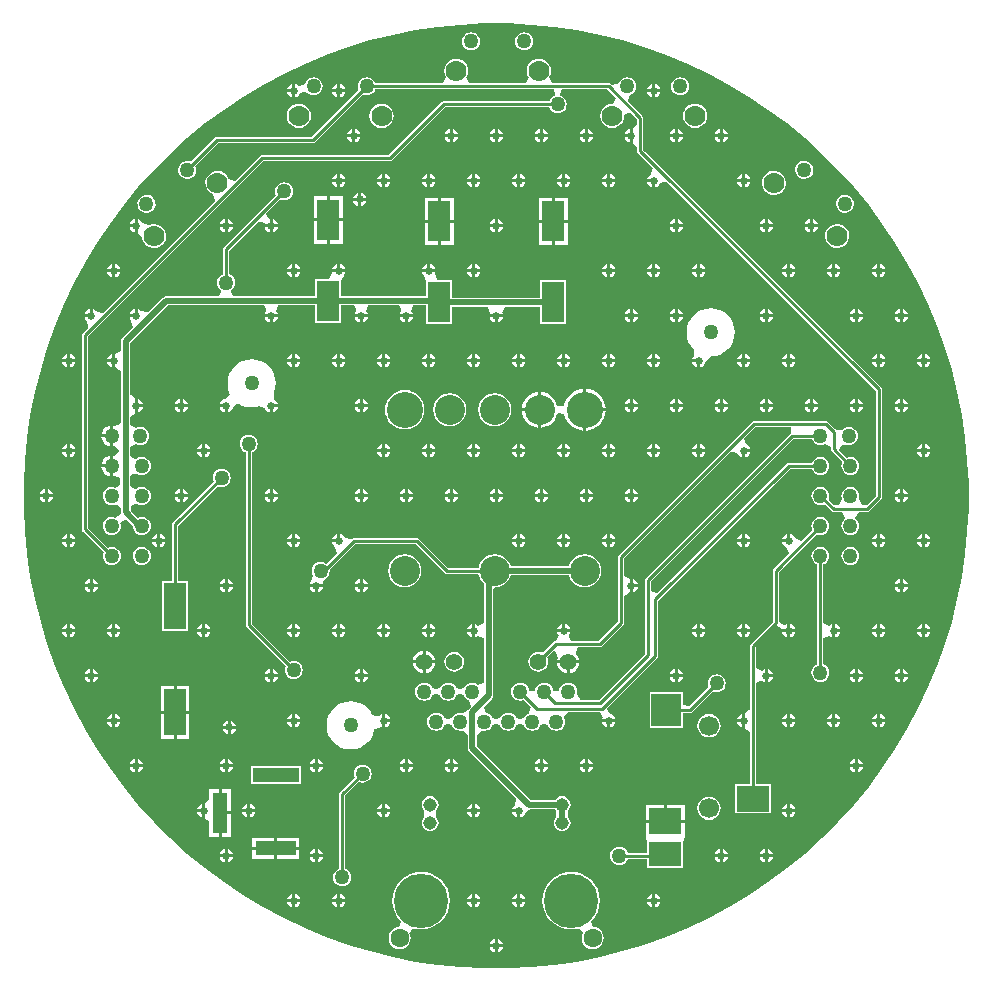
<source format=gbr>
%TF.GenerationSoftware,Altium Limited,Altium Designer,18.1.6 (161)*%
G04 Layer_Physical_Order=2*
G04 Layer_Color=16711680*
%FSLAX26Y26*%
%MOIN*%
%TF.FileFunction,Copper,L2,Bot,Signal*%
%TF.Part,Single*%
G01*
G75*
%TA.AperFunction,Conductor*%
%ADD11C,0.010000*%
%ADD27C,0.020000*%
%TA.AperFunction,ComponentPad*%
%ADD28C,0.050000*%
%ADD29C,0.045000*%
%ADD30C,0.055000*%
%ADD31C,0.181102*%
%ADD32C,0.063000*%
%ADD33C,0.066929*%
%ADD34C,0.070000*%
%ADD35C,0.120000*%
%ADD36C,0.100000*%
%ADD37R,0.051181X0.137795*%
%ADD38R,0.137795X0.051181*%
%ADD39R,0.157480X0.051181*%
%TA.AperFunction,ViaPad*%
%ADD40C,0.025000*%
%ADD41C,0.050000*%
%TA.AperFunction,SMDPad,CuDef*%
%ADD42R,0.110236X0.078740*%
%ADD43R,0.102362X0.110236*%
%ADD44R,0.110236X0.086614*%
%ADD45R,0.074803X0.155512*%
%ADD46R,0.076772X0.137795*%
G36*
X3265491Y4720615D02*
X3342437Y4713037D01*
X3418919Y4701692D01*
X3494751Y4686608D01*
X3569753Y4667821D01*
X3643742Y4645377D01*
X3716541Y4619329D01*
X3787974Y4589740D01*
X3857869Y4556682D01*
X3926058Y4520235D01*
X3992376Y4480485D01*
X4056664Y4437529D01*
X4118767Y4391471D01*
X4178535Y4342420D01*
X4235824Y4290496D01*
X4290496Y4235824D01*
X4342420Y4178535D01*
X4391471Y4118767D01*
X4437529Y4056664D01*
X4480485Y3992376D01*
X4520235Y3926058D01*
X4556682Y3857869D01*
X4589740Y3787974D01*
X4619329Y3716541D01*
X4645377Y3643742D01*
X4667821Y3569753D01*
X4686608Y3494751D01*
X4701692Y3418919D01*
X4713037Y3342437D01*
X4720615Y3265491D01*
X4724409Y3188265D01*
Y3149606D01*
Y3110947D01*
X4720615Y3033722D01*
X4713037Y2956776D01*
X4701692Y2880294D01*
X4686608Y2804461D01*
X4667821Y2729460D01*
X4645377Y2655470D01*
X4619329Y2582672D01*
X4589740Y2511239D01*
X4556682Y2441344D01*
X4520235Y2373155D01*
X4480485Y2306836D01*
X4437529Y2242548D01*
X4391471Y2180446D01*
X4342420Y2120678D01*
X4290496Y2063389D01*
X4235824Y2008716D01*
X4178535Y1956792D01*
X4118767Y1907742D01*
X4056664Y1861683D01*
X3992376Y1818727D01*
X3926058Y1778978D01*
X3857869Y1742530D01*
X3787974Y1709472D01*
X3716541Y1679884D01*
X3643742Y1653836D01*
X3569753Y1631391D01*
X3494751Y1612605D01*
X3418919Y1597521D01*
X3342437Y1586176D01*
X3265491Y1578597D01*
X3188265Y1574803D01*
X3110947D01*
X3033722Y1578597D01*
X2956776Y1586176D01*
X2880294Y1597521D01*
X2804461Y1612605D01*
X2729460Y1631391D01*
X2655470Y1653836D01*
X2582672Y1679884D01*
X2511239Y1709472D01*
X2441344Y1742530D01*
X2373155Y1778978D01*
X2306836Y1818727D01*
X2242548Y1861683D01*
X2180446Y1907742D01*
X2120678Y1956792D01*
X2063389Y2008716D01*
X2008716Y2063389D01*
X1956792Y2120678D01*
X1907742Y2180446D01*
X1861683Y2242548D01*
X1818727Y2306836D01*
X1778978Y2373155D01*
X1742530Y2441344D01*
X1709472Y2511239D01*
X1679884Y2582672D01*
X1653836Y2655470D01*
X1631391Y2729460D01*
X1612605Y2804461D01*
X1597521Y2880294D01*
X1586176Y2956776D01*
X1578597Y3033722D01*
X1574803Y3110947D01*
Y3149606D01*
Y3188265D01*
X1578597Y3265491D01*
X1586176Y3342437D01*
X1597521Y3418919D01*
X1612605Y3494751D01*
X1631391Y3569753D01*
X1653836Y3643742D01*
X1679884Y3716541D01*
X1709472Y3787974D01*
X1742530Y3857869D01*
X1778978Y3926058D01*
X1818727Y3992376D01*
X1861683Y4056664D01*
X1907742Y4118767D01*
X1956792Y4178535D01*
X2008716Y4235824D01*
X2063389Y4290496D01*
X2120678Y4342420D01*
X2180446Y4391471D01*
X2242548Y4437529D01*
X2306836Y4480485D01*
X2373155Y4520235D01*
X2441344Y4556682D01*
X2511239Y4589740D01*
X2582672Y4619329D01*
X2655470Y4645377D01*
X2729460Y4667821D01*
X2804461Y4686608D01*
X2880294Y4701692D01*
X2956776Y4713037D01*
X3033722Y4720615D01*
X3110947Y4724409D01*
X3188265D01*
X3265491Y4720615D01*
D02*
G37*
%LPC*%
G36*
X3243189Y4695259D02*
X3235357Y4694228D01*
X3228059Y4691205D01*
X3221793Y4686396D01*
X3216984Y4680129D01*
X3213961Y4672832D01*
X3212930Y4665000D01*
X3213961Y4657168D01*
X3216984Y4649871D01*
X3221793Y4643604D01*
X3228059Y4638795D01*
X3235357Y4635772D01*
X3243189Y4634741D01*
X3251020Y4635772D01*
X3258318Y4638795D01*
X3264585Y4643604D01*
X3269394Y4649871D01*
X3272417Y4657168D01*
X3273448Y4665000D01*
X3272417Y4672832D01*
X3269394Y4680129D01*
X3264585Y4686396D01*
X3258318Y4691205D01*
X3251020Y4694228D01*
X3243189Y4695259D01*
D02*
G37*
G36*
X3066023D02*
X3058192Y4694228D01*
X3050894Y4691205D01*
X3044627Y4686396D01*
X3039818Y4680129D01*
X3036796Y4672832D01*
X3035765Y4665000D01*
X3036796Y4657168D01*
X3039818Y4649871D01*
X3044627Y4643604D01*
X3050894Y4638795D01*
X3058192Y4635772D01*
X3066023Y4634741D01*
X3073855Y4635772D01*
X3081153Y4638795D01*
X3087420Y4643604D01*
X3092228Y4649871D01*
X3095251Y4657168D01*
X3096282Y4665000D01*
X3095251Y4672832D01*
X3092228Y4680129D01*
X3087420Y4686396D01*
X3081153Y4691205D01*
X3073855Y4694228D01*
X3066023Y4695259D01*
D02*
G37*
G36*
X3292401Y4606920D02*
X3281959Y4605545D01*
X3272229Y4601515D01*
X3263873Y4595103D01*
X3257461Y4586747D01*
X3253431Y4577017D01*
X3252056Y4566575D01*
X3253431Y4556133D01*
X3257461Y4546402D01*
X3258387Y4545196D01*
X3249175Y4525196D01*
X3060037D01*
X3050825Y4545196D01*
X3051751Y4546402D01*
X3055781Y4556133D01*
X3057156Y4566575D01*
X3055781Y4577017D01*
X3051751Y4586747D01*
X3045339Y4595103D01*
X3036983Y4601515D01*
X3027253Y4605545D01*
X3016811Y4606920D01*
X3006369Y4605545D01*
X2996638Y4601515D01*
X2988282Y4595103D01*
X2981871Y4586747D01*
X2977840Y4577017D01*
X2976466Y4566575D01*
X2977840Y4556133D01*
X2981871Y4546402D01*
X2982796Y4545196D01*
X2973585Y4525196D01*
X2746831D01*
X2744788Y4530130D01*
X2739979Y4536396D01*
X2733712Y4541205D01*
X2726414Y4544228D01*
X2718583Y4545259D01*
X2710751Y4544228D01*
X2703453Y4541205D01*
X2697186Y4536396D01*
X2692378Y4530130D01*
X2689355Y4522832D01*
X2688324Y4515000D01*
X2689355Y4507168D01*
X2691398Y4502235D01*
X2534359Y4345196D01*
X2218060D01*
X2214158Y4344420D01*
X2210851Y4342210D01*
X2132760Y4264119D01*
X2130349Y4265374D01*
X2122637Y4267084D01*
X2114746Y4266739D01*
X2107212Y4264364D01*
X2100550Y4260120D01*
X2095213Y4254296D01*
X2091566Y4247289D01*
X2089856Y4239577D01*
X2090201Y4231685D01*
X2092576Y4224152D01*
X2096820Y4217490D01*
X2102644Y4212153D01*
X2109651Y4208506D01*
X2117363Y4206796D01*
X2125254Y4207141D01*
X2132788Y4209516D01*
X2139450Y4213760D01*
X2144787Y4219584D01*
X2148434Y4226591D01*
X2150144Y4234303D01*
X2149799Y4242194D01*
X2147424Y4249728D01*
X2147340Y4249860D01*
X2222283Y4324804D01*
X2538583D01*
X2542485Y4325580D01*
X2545792Y4327790D01*
X2705818Y4487816D01*
X2710751Y4485772D01*
X2718583Y4484741D01*
X2726414Y4485772D01*
X2733712Y4488795D01*
X2739979Y4493604D01*
X2744788Y4499870D01*
X2746831Y4504804D01*
X3341674D01*
X3347670Y4484804D01*
X3347168Y4484228D01*
X3339871Y4481205D01*
X3333604Y4476396D01*
X3328795Y4470129D01*
X3326751Y4465196D01*
X2975000D01*
X2971098Y4464420D01*
X2967790Y4462210D01*
X2790777Y4285196D01*
X2370000D01*
X2366098Y4284420D01*
X2362790Y4282210D01*
X2280719Y4200138D01*
X2274901Y4200150D01*
X2258727Y4206431D01*
X2257531Y4210226D01*
X2251872Y4219109D01*
X2244107Y4226224D01*
X2234764Y4231087D01*
X2224482Y4233367D01*
X2213960Y4232907D01*
X2203915Y4229740D01*
X2195032Y4224081D01*
X2187917Y4216316D01*
X2183053Y4206974D01*
X2180774Y4196691D01*
X2181233Y4186169D01*
X2184400Y4176124D01*
X2190059Y4167242D01*
X2197824Y4160126D01*
X2207167Y4155263D01*
X2207488Y4155192D01*
X2214235Y4133654D01*
X1841217Y3760636D01*
X1836409Y3760190D01*
X1817141Y3764845D01*
X1816222Y3766222D01*
X1808779Y3771195D01*
X1805000Y3771946D01*
Y3750000D01*
X1800000D01*
Y3745000D01*
X1778054D01*
X1778805Y3741221D01*
X1783778Y3733778D01*
X1785155Y3732859D01*
X1789810Y3713591D01*
X1789364Y3708783D01*
X1772790Y3692210D01*
X1770580Y3688902D01*
X1769804Y3685000D01*
Y3038110D01*
X1770580Y3034208D01*
X1772790Y3030901D01*
X1841320Y2962371D01*
X1839276Y2957438D01*
X1838245Y2949606D01*
X1839276Y2941775D01*
X1842299Y2934477D01*
X1847108Y2928210D01*
X1853374Y2923401D01*
X1860672Y2920378D01*
X1868504Y2919347D01*
X1876335Y2920378D01*
X1883633Y2923401D01*
X1889900Y2928210D01*
X1894709Y2934477D01*
X1897732Y2941775D01*
X1898763Y2949606D01*
X1897732Y2957438D01*
X1894709Y2964736D01*
X1889900Y2971003D01*
X1883633Y2975811D01*
X1876335Y2978834D01*
X1868504Y2979865D01*
X1860672Y2978834D01*
X1855739Y2976791D01*
X1790196Y3042334D01*
Y3680777D01*
X2374223Y4264804D01*
X2795000D01*
X2798902Y4265580D01*
X2802210Y4267790D01*
X2979223Y4444804D01*
X3326751D01*
X3328795Y4439871D01*
X3333604Y4433604D01*
X3339871Y4428795D01*
X3347168Y4425772D01*
X3355000Y4424741D01*
X3362832Y4425772D01*
X3370129Y4428795D01*
X3376396Y4433604D01*
X3381205Y4439871D01*
X3384228Y4447168D01*
X3385259Y4455000D01*
X3384228Y4462832D01*
X3381205Y4470129D01*
X3376396Y4476396D01*
X3370129Y4481205D01*
X3362832Y4484228D01*
X3362330Y4484804D01*
X3368326Y4504804D01*
X3520777D01*
X3550199Y4475382D01*
X3540857Y4456439D01*
X3537205Y4456920D01*
X3526763Y4455545D01*
X3517032Y4451515D01*
X3508676Y4445103D01*
X3502265Y4436747D01*
X3498234Y4427017D01*
X3496860Y4416575D01*
X3498234Y4406133D01*
X3502265Y4396402D01*
X3508676Y4388046D01*
X3517032Y4381635D01*
X3526763Y4377604D01*
X3537205Y4376230D01*
X3547647Y4377604D01*
X3557377Y4381635D01*
X3565733Y4388046D01*
X3572145Y4396402D01*
X3576175Y4406133D01*
X3577550Y4416575D01*
X3577069Y4420227D01*
X3596012Y4429569D01*
X3619804Y4405777D01*
Y4387841D01*
X3617693Y4384653D01*
X3605000Y4376251D01*
Y4350000D01*
Y4323749D01*
X3617693Y4315347D01*
X3619804Y4312159D01*
Y4300000D01*
X3620580Y4296098D01*
X3622790Y4292790D01*
X3673503Y4242078D01*
X3666221Y4221194D01*
X3658778Y4216222D01*
X3653805Y4208779D01*
X3653054Y4205000D01*
X3675000D01*
Y4200000D01*
X3680000D01*
Y4178054D01*
X3683779Y4178806D01*
X3691222Y4183778D01*
X3696195Y4191221D01*
X3717078Y4198502D01*
X4414804Y3500777D01*
Y3149223D01*
X4384764Y3119183D01*
X4369408Y3120840D01*
X4358975Y3139453D01*
X4359937Y3141775D01*
X4360968Y3149606D01*
X4359937Y3157438D01*
X4356914Y3164736D01*
X4352105Y3171003D01*
X4345838Y3175811D01*
X4338540Y3178834D01*
X4330709Y3179865D01*
X4322877Y3178834D01*
X4315579Y3175811D01*
X4309312Y3171003D01*
X4304504Y3164736D01*
X4301481Y3157438D01*
X4300450Y3149606D01*
X4301481Y3141775D01*
X4303097Y3137874D01*
X4293018Y3119831D01*
X4276582Y3118153D01*
X4257893Y3136841D01*
X4259937Y3141775D01*
X4260968Y3149606D01*
X4259937Y3157438D01*
X4256914Y3164736D01*
X4252105Y3171003D01*
X4245838Y3175811D01*
X4238540Y3178834D01*
X4230709Y3179865D01*
X4222877Y3178834D01*
X4215579Y3175811D01*
X4209312Y3171003D01*
X4204504Y3164736D01*
X4201481Y3157438D01*
X4200450Y3149606D01*
X4201481Y3141775D01*
X4204504Y3134477D01*
X4209312Y3128210D01*
X4215579Y3123401D01*
X4222877Y3120378D01*
X4230709Y3119347D01*
X4238540Y3120378D01*
X4243474Y3122422D01*
X4268105Y3097790D01*
X4271413Y3095580D01*
X4275315Y3094804D01*
X4303395D01*
X4314353Y3076951D01*
X4314267Y3074804D01*
X4309312Y3071003D01*
X4304504Y3064736D01*
X4301481Y3057438D01*
X4300450Y3049606D01*
X4301481Y3041775D01*
X4304504Y3034477D01*
X4309312Y3028210D01*
X4315579Y3023401D01*
X4322877Y3020378D01*
X4330709Y3019347D01*
X4338540Y3020378D01*
X4345838Y3023401D01*
X4352105Y3028210D01*
X4356914Y3034477D01*
X4359937Y3041775D01*
X4360968Y3049606D01*
X4359937Y3057438D01*
X4356914Y3064736D01*
X4352105Y3071003D01*
X4347151Y3074804D01*
X4347065Y3076951D01*
X4358022Y3094804D01*
X4385000D01*
X4388902Y3095580D01*
X4392210Y3097790D01*
X4432210Y3137790D01*
X4434420Y3141098D01*
X4435196Y3145000D01*
Y3505000D01*
X4434420Y3508902D01*
X4432210Y3512210D01*
X3640196Y4304223D01*
Y4410000D01*
X3639420Y4413902D01*
X3637210Y4417210D01*
X3589451Y4464968D01*
X3592766Y4479340D01*
X3596146Y4486558D01*
X3601547Y4488795D01*
X3607814Y4493604D01*
X3612622Y4499870D01*
X3615645Y4507168D01*
X3616676Y4515000D01*
X3615645Y4522832D01*
X3612622Y4530130D01*
X3607814Y4536396D01*
X3601547Y4541205D01*
X3594249Y4544228D01*
X3586417Y4545259D01*
X3578586Y4544228D01*
X3571288Y4541205D01*
X3565021Y4536396D01*
X3560212Y4530130D01*
X3557975Y4524728D01*
X3550757Y4521348D01*
X3536385Y4518034D01*
X3532210Y4522210D01*
X3528902Y4524420D01*
X3525000Y4525196D01*
X3335627D01*
X3326416Y4545196D01*
X3327341Y4546402D01*
X3331372Y4556133D01*
X3332747Y4566575D01*
X3331372Y4577017D01*
X3327341Y4586747D01*
X3320930Y4595103D01*
X3312574Y4601515D01*
X3302843Y4605545D01*
X3292401Y4606920D01*
D02*
G37*
G36*
X2541417Y4545259D02*
X2533586Y4544228D01*
X2526288Y4541205D01*
X2520021Y4536396D01*
X2515212Y4530130D01*
X2512189Y4522832D01*
X2511970Y4521168D01*
X2492023Y4515022D01*
X2491222Y4516222D01*
X2483779Y4521194D01*
X2480000Y4521946D01*
Y4500000D01*
Y4478054D01*
X2483779Y4478806D01*
X2491222Y4483778D01*
X2496195Y4491221D01*
X2496504Y4492775D01*
X2506187Y4496448D01*
X2517364Y4497066D01*
X2520021Y4493604D01*
X2526288Y4488795D01*
X2533586Y4485772D01*
X2541417Y4484741D01*
X2549249Y4485772D01*
X2556547Y4488795D01*
X2562814Y4493604D01*
X2567622Y4499870D01*
X2570645Y4507168D01*
X2571676Y4515000D01*
X2570645Y4522832D01*
X2567622Y4530130D01*
X2562814Y4536396D01*
X2556547Y4541205D01*
X2549249Y4544228D01*
X2541417Y4545259D01*
D02*
G37*
G36*
X3680000Y4521946D02*
Y4505000D01*
X3696946D01*
X3696195Y4508779D01*
X3691222Y4516222D01*
X3683779Y4521194D01*
X3680000Y4521946D01*
D02*
G37*
G36*
X3670000D02*
X3666221Y4521194D01*
X3658778Y4516222D01*
X3653805Y4508779D01*
X3653054Y4505000D01*
X3670000D01*
Y4521946D01*
D02*
G37*
G36*
X2630000D02*
Y4505000D01*
X2646946D01*
X2646195Y4508779D01*
X2641222Y4516222D01*
X2633779Y4521194D01*
X2630000Y4521946D01*
D02*
G37*
G36*
X2620000D02*
X2616221Y4521194D01*
X2608778Y4516222D01*
X2603805Y4508779D01*
X2603054Y4505000D01*
X2620000D01*
Y4521946D01*
D02*
G37*
G36*
X2470000D02*
X2466221Y4521194D01*
X2458778Y4516222D01*
X2453805Y4508779D01*
X2453054Y4505000D01*
X2470000D01*
Y4521946D01*
D02*
G37*
G36*
X3763583Y4545259D02*
X3755751Y4544228D01*
X3748453Y4541205D01*
X3742186Y4536396D01*
X3737378Y4530130D01*
X3734355Y4522832D01*
X3733324Y4515000D01*
X3734355Y4507168D01*
X3737378Y4499870D01*
X3742186Y4493604D01*
X3748453Y4488795D01*
X3755751Y4485772D01*
X3763583Y4484741D01*
X3771414Y4485772D01*
X3778712Y4488795D01*
X3784979Y4493604D01*
X3789788Y4499870D01*
X3792811Y4507168D01*
X3793842Y4515000D01*
X3792811Y4522832D01*
X3789788Y4530130D01*
X3784979Y4536396D01*
X3778712Y4541205D01*
X3771414Y4544228D01*
X3763583Y4545259D01*
D02*
G37*
G36*
X3696946Y4495000D02*
X3680000D01*
Y4478054D01*
X3683779Y4478806D01*
X3691222Y4483778D01*
X3696195Y4491221D01*
X3696946Y4495000D01*
D02*
G37*
G36*
X3670000D02*
X3653054D01*
X3653805Y4491221D01*
X3658778Y4483778D01*
X3666221Y4478806D01*
X3670000Y4478054D01*
Y4495000D01*
D02*
G37*
G36*
X2646946D02*
X2630000D01*
Y4478054D01*
X2633779Y4478806D01*
X2641222Y4483778D01*
X2646195Y4491221D01*
X2646946Y4495000D01*
D02*
G37*
G36*
X2620000D02*
X2603054D01*
X2603805Y4491221D01*
X2608778Y4483778D01*
X2616221Y4478806D01*
X2620000Y4478054D01*
Y4495000D01*
D02*
G37*
G36*
X2470000D02*
X2453054D01*
X2453805Y4491221D01*
X2458778Y4483778D01*
X2466221Y4478806D01*
X2470000Y4478054D01*
Y4495000D01*
D02*
G37*
G36*
X3812795Y4456920D02*
X3802353Y4455545D01*
X3792623Y4451515D01*
X3784267Y4445103D01*
X3777855Y4436747D01*
X3773825Y4427017D01*
X3772450Y4416575D01*
X3773825Y4406133D01*
X3777855Y4396402D01*
X3784267Y4388046D01*
X3792623Y4381635D01*
X3802353Y4377604D01*
X3812795Y4376230D01*
X3823237Y4377604D01*
X3832968Y4381635D01*
X3841324Y4388046D01*
X3847735Y4396402D01*
X3851766Y4406133D01*
X3853140Y4416575D01*
X3851766Y4427017D01*
X3847735Y4436747D01*
X3841324Y4445103D01*
X3832968Y4451515D01*
X3823237Y4455545D01*
X3812795Y4456920D01*
D02*
G37*
G36*
X2767795D02*
X2757353Y4455545D01*
X2747623Y4451515D01*
X2739267Y4445103D01*
X2732855Y4436747D01*
X2728825Y4427017D01*
X2727450Y4416575D01*
X2728825Y4406133D01*
X2732855Y4396402D01*
X2739267Y4388046D01*
X2747623Y4381635D01*
X2757353Y4377604D01*
X2767795Y4376230D01*
X2778237Y4377604D01*
X2787968Y4381635D01*
X2796324Y4388046D01*
X2802735Y4396402D01*
X2806766Y4406133D01*
X2808140Y4416575D01*
X2806766Y4427017D01*
X2802735Y4436747D01*
X2796324Y4445103D01*
X2787968Y4451515D01*
X2778237Y4455545D01*
X2767795Y4456920D01*
D02*
G37*
G36*
X2492205D02*
X2481763Y4455545D01*
X2472032Y4451515D01*
X2463676Y4445103D01*
X2457265Y4436747D01*
X2453234Y4427017D01*
X2451860Y4416575D01*
X2453234Y4406133D01*
X2457265Y4396402D01*
X2463676Y4388046D01*
X2472032Y4381635D01*
X2481763Y4377604D01*
X2492205Y4376230D01*
X2502647Y4377604D01*
X2512377Y4381635D01*
X2520733Y4388046D01*
X2527145Y4396402D01*
X2531175Y4406133D01*
X2532550Y4416575D01*
X2531175Y4427017D01*
X2527145Y4436747D01*
X2520733Y4445103D01*
X2512377Y4451515D01*
X2502647Y4455545D01*
X2492205Y4456920D01*
D02*
G37*
G36*
X3905000Y4371946D02*
Y4355000D01*
X3921946D01*
X3921195Y4358779D01*
X3916222Y4366222D01*
X3908779Y4371194D01*
X3905000Y4371946D01*
D02*
G37*
G36*
X3895000D02*
X3891221Y4371194D01*
X3883778Y4366222D01*
X3878805Y4358779D01*
X3878054Y4355000D01*
X3895000D01*
Y4371946D01*
D02*
G37*
G36*
X3755000D02*
Y4355000D01*
X3771946D01*
X3771195Y4358779D01*
X3766222Y4366222D01*
X3758779Y4371194D01*
X3755000Y4371946D01*
D02*
G37*
G36*
X3745000D02*
X3741221Y4371194D01*
X3733778Y4366222D01*
X3728805Y4358779D01*
X3728054Y4355000D01*
X3745000D01*
Y4371946D01*
D02*
G37*
G36*
X3595000D02*
X3591221Y4371194D01*
X3583778Y4366222D01*
X3578805Y4358779D01*
X3578054Y4355000D01*
X3595000D01*
Y4371946D01*
D02*
G37*
G36*
X3455000D02*
Y4355000D01*
X3471946D01*
X3471195Y4358779D01*
X3466222Y4366222D01*
X3458779Y4371194D01*
X3455000Y4371946D01*
D02*
G37*
G36*
X3445000D02*
X3441221Y4371194D01*
X3433778Y4366222D01*
X3428805Y4358779D01*
X3428054Y4355000D01*
X3445000D01*
Y4371946D01*
D02*
G37*
G36*
X3305000D02*
Y4355000D01*
X3321946D01*
X3321195Y4358779D01*
X3316222Y4366222D01*
X3308779Y4371194D01*
X3305000Y4371946D01*
D02*
G37*
G36*
X3295000D02*
X3291221Y4371194D01*
X3283778Y4366222D01*
X3278805Y4358779D01*
X3278054Y4355000D01*
X3295000D01*
Y4371946D01*
D02*
G37*
G36*
X3155000D02*
Y4355000D01*
X3171946D01*
X3171195Y4358779D01*
X3166222Y4366222D01*
X3158779Y4371194D01*
X3155000Y4371946D01*
D02*
G37*
G36*
X3145000D02*
X3141221Y4371194D01*
X3133778Y4366222D01*
X3128805Y4358779D01*
X3128054Y4355000D01*
X3145000D01*
Y4371946D01*
D02*
G37*
G36*
X3005000D02*
Y4355000D01*
X3021946D01*
X3021195Y4358779D01*
X3016222Y4366222D01*
X3008779Y4371194D01*
X3005000Y4371946D01*
D02*
G37*
G36*
X2995000D02*
X2991221Y4371194D01*
X2983778Y4366222D01*
X2978805Y4358779D01*
X2978054Y4355000D01*
X2995000D01*
Y4371946D01*
D02*
G37*
G36*
X2680000D02*
Y4355000D01*
X2696946D01*
X2696195Y4358779D01*
X2691222Y4366222D01*
X2683779Y4371194D01*
X2680000Y4371946D01*
D02*
G37*
G36*
X2670000D02*
X2666221Y4371194D01*
X2658778Y4366222D01*
X2653805Y4358779D01*
X2653054Y4355000D01*
X2670000D01*
Y4371946D01*
D02*
G37*
G36*
X3921946Y4345000D02*
X3905000D01*
Y4328054D01*
X3908779Y4328806D01*
X3916222Y4333778D01*
X3921195Y4341221D01*
X3921946Y4345000D01*
D02*
G37*
G36*
X3895000D02*
X3878054D01*
X3878805Y4341221D01*
X3883778Y4333778D01*
X3891221Y4328806D01*
X3895000Y4328054D01*
Y4345000D01*
D02*
G37*
G36*
X3771946D02*
X3755000D01*
Y4328054D01*
X3758779Y4328806D01*
X3766222Y4333778D01*
X3771195Y4341221D01*
X3771946Y4345000D01*
D02*
G37*
G36*
X3745000D02*
X3728054D01*
X3728805Y4341221D01*
X3733778Y4333778D01*
X3741221Y4328806D01*
X3745000Y4328054D01*
Y4345000D01*
D02*
G37*
G36*
X3471946D02*
X3455000D01*
Y4328054D01*
X3458779Y4328806D01*
X3466222Y4333778D01*
X3471195Y4341221D01*
X3471946Y4345000D01*
D02*
G37*
G36*
X3445000D02*
X3428054D01*
X3428805Y4341221D01*
X3433778Y4333778D01*
X3441221Y4328806D01*
X3445000Y4328054D01*
Y4345000D01*
D02*
G37*
G36*
X3321946D02*
X3305000D01*
Y4328054D01*
X3308779Y4328806D01*
X3316222Y4333778D01*
X3321195Y4341221D01*
X3321946Y4345000D01*
D02*
G37*
G36*
X3295000D02*
X3278054D01*
X3278805Y4341221D01*
X3283778Y4333778D01*
X3291221Y4328806D01*
X3295000Y4328054D01*
Y4345000D01*
D02*
G37*
G36*
X3171946D02*
X3155000D01*
Y4328054D01*
X3158779Y4328806D01*
X3166222Y4333778D01*
X3171195Y4341221D01*
X3171946Y4345000D01*
D02*
G37*
G36*
X3145000D02*
X3128054D01*
X3128805Y4341221D01*
X3133778Y4333778D01*
X3141221Y4328806D01*
X3145000Y4328054D01*
Y4345000D01*
D02*
G37*
G36*
X3021946D02*
X3005000D01*
Y4328054D01*
X3008779Y4328806D01*
X3016222Y4333778D01*
X3021195Y4341221D01*
X3021946Y4345000D01*
D02*
G37*
G36*
X2995000D02*
X2978054D01*
X2978805Y4341221D01*
X2983778Y4333778D01*
X2991221Y4328806D01*
X2995000Y4328054D01*
Y4345000D01*
D02*
G37*
G36*
X2696946D02*
X2680000D01*
Y4328054D01*
X2683779Y4328806D01*
X2691222Y4333778D01*
X2696195Y4341221D01*
X2696946Y4345000D01*
D02*
G37*
G36*
X2670000D02*
X2653054D01*
X2653805Y4341221D01*
X2658778Y4333778D01*
X2666221Y4328806D01*
X2670000Y4328054D01*
Y4345000D01*
D02*
G37*
G36*
X3595000D02*
X3578054D01*
X3578805Y4341221D01*
X3583778Y4333778D01*
X3591221Y4328806D01*
X3595000Y4328054D01*
Y4345000D01*
D02*
G37*
G36*
X4174505Y4267084D02*
X4166793Y4265374D01*
X4159786Y4261726D01*
X4153962Y4256390D01*
X4149718Y4249728D01*
X4147342Y4242194D01*
X4146998Y4234303D01*
X4148708Y4226591D01*
X4152355Y4219584D01*
X4157692Y4213760D01*
X4164354Y4209516D01*
X4171887Y4207141D01*
X4179779Y4206796D01*
X4187491Y4208506D01*
X4194498Y4212153D01*
X4200321Y4217490D01*
X4204566Y4224152D01*
X4206941Y4231685D01*
X4207285Y4239577D01*
X4205576Y4247289D01*
X4201928Y4254296D01*
X4196592Y4260119D01*
X4189930Y4264364D01*
X4182396Y4266739D01*
X4174505Y4267084D01*
D02*
G37*
G36*
X3980000Y4221946D02*
Y4205000D01*
X3996946D01*
X3996195Y4208779D01*
X3991222Y4216222D01*
X3983779Y4221194D01*
X3980000Y4221946D01*
D02*
G37*
G36*
X3970000D02*
X3966221Y4221194D01*
X3958778Y4216222D01*
X3953805Y4208779D01*
X3953054Y4205000D01*
X3970000D01*
Y4221946D01*
D02*
G37*
G36*
X3530000D02*
Y4205000D01*
X3546946D01*
X3546195Y4208779D01*
X3541222Y4216222D01*
X3533779Y4221194D01*
X3530000Y4221946D01*
D02*
G37*
G36*
X3520000D02*
X3516221Y4221194D01*
X3508778Y4216222D01*
X3503805Y4208779D01*
X3503054Y4205000D01*
X3520000D01*
Y4221946D01*
D02*
G37*
G36*
X3380000D02*
Y4205000D01*
X3396946D01*
X3396195Y4208779D01*
X3391222Y4216222D01*
X3383779Y4221194D01*
X3380000Y4221946D01*
D02*
G37*
G36*
X3370000D02*
X3366221Y4221194D01*
X3358778Y4216222D01*
X3353805Y4208779D01*
X3353054Y4205000D01*
X3370000D01*
Y4221946D01*
D02*
G37*
G36*
X3230000D02*
Y4205000D01*
X3246946D01*
X3246195Y4208779D01*
X3241222Y4216222D01*
X3233779Y4221194D01*
X3230000Y4221946D01*
D02*
G37*
G36*
X3220000D02*
X3216221Y4221194D01*
X3208778Y4216222D01*
X3203805Y4208779D01*
X3203054Y4205000D01*
X3220000D01*
Y4221946D01*
D02*
G37*
G36*
X3080000D02*
Y4205000D01*
X3096946D01*
X3096195Y4208779D01*
X3091222Y4216222D01*
X3083779Y4221194D01*
X3080000Y4221946D01*
D02*
G37*
G36*
X3070000D02*
X3066221Y4221194D01*
X3058778Y4216222D01*
X3053805Y4208779D01*
X3053054Y4205000D01*
X3070000D01*
Y4221946D01*
D02*
G37*
G36*
X2930000D02*
Y4205000D01*
X2946946D01*
X2946195Y4208779D01*
X2941222Y4216222D01*
X2933779Y4221194D01*
X2930000Y4221946D01*
D02*
G37*
G36*
X2920000D02*
X2916221Y4221194D01*
X2908778Y4216222D01*
X2903805Y4208779D01*
X2903054Y4205000D01*
X2920000D01*
Y4221946D01*
D02*
G37*
G36*
X2780000D02*
Y4205000D01*
X2796946D01*
X2796195Y4208779D01*
X2791222Y4216222D01*
X2783779Y4221194D01*
X2780000Y4221946D01*
D02*
G37*
G36*
X2770000D02*
X2766221Y4221194D01*
X2758778Y4216222D01*
X2753805Y4208779D01*
X2753054Y4205000D01*
X2770000D01*
Y4221946D01*
D02*
G37*
G36*
X2630000D02*
Y4205000D01*
X2646946D01*
X2646195Y4208779D01*
X2641222Y4216222D01*
X2633779Y4221194D01*
X2630000Y4221946D01*
D02*
G37*
G36*
X2620000D02*
X2616221Y4221194D01*
X2608778Y4216222D01*
X2603805Y4208779D01*
X2603054Y4205000D01*
X2620000D01*
Y4221946D01*
D02*
G37*
G36*
X3246946Y4195000D02*
X3230000D01*
Y4178054D01*
X3233779Y4178806D01*
X3241222Y4183778D01*
X3246195Y4191221D01*
X3246946Y4195000D01*
D02*
G37*
G36*
X3220000D02*
X3203054D01*
X3203805Y4191221D01*
X3208778Y4183778D01*
X3216221Y4178806D01*
X3220000Y4178054D01*
Y4195000D01*
D02*
G37*
G36*
X3096946D02*
X3080000D01*
Y4178054D01*
X3083779Y4178806D01*
X3091222Y4183778D01*
X3096195Y4191221D01*
X3096946Y4195000D01*
D02*
G37*
G36*
X3070000D02*
X3053054D01*
X3053805Y4191221D01*
X3058778Y4183778D01*
X3066221Y4178806D01*
X3070000Y4178054D01*
Y4195000D01*
D02*
G37*
G36*
X2946946D02*
X2930000D01*
Y4178054D01*
X2933779Y4178806D01*
X2941222Y4183778D01*
X2946195Y4191221D01*
X2946946Y4195000D01*
D02*
G37*
G36*
X2920000D02*
X2903054D01*
X2903805Y4191221D01*
X2908778Y4183778D01*
X2916221Y4178806D01*
X2920000Y4178054D01*
Y4195000D01*
D02*
G37*
G36*
X2796946D02*
X2780000D01*
Y4178054D01*
X2783779Y4178806D01*
X2791222Y4183778D01*
X2796195Y4191221D01*
X2796946Y4195000D01*
D02*
G37*
G36*
X2770000D02*
X2753054D01*
X2753805Y4191221D01*
X2758778Y4183778D01*
X2766221Y4178806D01*
X2770000Y4178054D01*
Y4195000D01*
D02*
G37*
G36*
X2646946D02*
X2630000D01*
Y4178054D01*
X2633779Y4178806D01*
X2641222Y4183778D01*
X2646195Y4191221D01*
X2646946Y4195000D01*
D02*
G37*
G36*
X2620000D02*
X2603054D01*
X2603805Y4191221D01*
X2608778Y4183778D01*
X2616221Y4178806D01*
X2620000Y4178054D01*
Y4195000D01*
D02*
G37*
G36*
X3996946D02*
X3980000D01*
Y4178054D01*
X3983779Y4178806D01*
X3991222Y4183778D01*
X3996195Y4191221D01*
X3996946Y4195000D01*
D02*
G37*
G36*
X3970000D02*
X3953054D01*
X3953805Y4191221D01*
X3958778Y4183778D01*
X3966221Y4178806D01*
X3970000Y4178054D01*
Y4195000D01*
D02*
G37*
G36*
X3670000D02*
X3653054D01*
X3653805Y4191221D01*
X3658778Y4183778D01*
X3666221Y4178806D01*
X3670000Y4178054D01*
Y4195000D01*
D02*
G37*
G36*
X3546946D02*
X3530000D01*
Y4178054D01*
X3533779Y4178806D01*
X3541222Y4183778D01*
X3546195Y4191221D01*
X3546946Y4195000D01*
D02*
G37*
G36*
X3520000D02*
X3503054D01*
X3503805Y4191221D01*
X3508778Y4183778D01*
X3516221Y4178806D01*
X3520000Y4178054D01*
Y4195000D01*
D02*
G37*
G36*
X3396946D02*
X3380000D01*
Y4178054D01*
X3383779Y4178806D01*
X3391222Y4183778D01*
X3396195Y4191221D01*
X3396946Y4195000D01*
D02*
G37*
G36*
X3370000D02*
X3353054D01*
X3353805Y4191221D01*
X3358778Y4183778D01*
X3366221Y4178806D01*
X3370000Y4178054D01*
Y4195000D01*
D02*
G37*
G36*
X4072660Y4233367D02*
X4062377Y4231087D01*
X4053035Y4226224D01*
X4045270Y4219108D01*
X4039611Y4210226D01*
X4036444Y4200181D01*
X4035985Y4189659D01*
X4038264Y4179376D01*
X4043127Y4170034D01*
X4050243Y4162269D01*
X4059126Y4156610D01*
X4069170Y4153443D01*
X4079693Y4152983D01*
X4089975Y4155263D01*
X4099317Y4160126D01*
X4107082Y4167242D01*
X4112741Y4176124D01*
X4115908Y4186169D01*
X4116368Y4196691D01*
X4114088Y4206974D01*
X4109225Y4216316D01*
X4102110Y4224081D01*
X4093227Y4229740D01*
X4083182Y4232907D01*
X4072660Y4233367D01*
D02*
G37*
G36*
X2700000Y4159762D02*
Y4142816D01*
X2716946D01*
X2716195Y4146595D01*
X2711222Y4154037D01*
X2703779Y4159010D01*
X2700000Y4159762D01*
D02*
G37*
G36*
X2690000D02*
X2686221Y4159010D01*
X2678778Y4154037D01*
X2673805Y4146595D01*
X2673054Y4142816D01*
X2690000D01*
Y4159762D01*
D02*
G37*
G36*
X2443189Y4195259D02*
X2435357Y4194228D01*
X2428060Y4191205D01*
X2421793Y4186396D01*
X2416984Y4180129D01*
X2413961Y4172832D01*
X2412930Y4165000D01*
X2413961Y4157168D01*
X2416005Y4152235D01*
X2242790Y3979021D01*
X2240580Y3975713D01*
X2239804Y3971811D01*
Y3888249D01*
X2234871Y3886205D01*
X2228604Y3881396D01*
X2223795Y3875129D01*
X2220772Y3867832D01*
X2219741Y3860000D01*
X2220772Y3852168D01*
X2223795Y3844871D01*
X2228604Y3838604D01*
X2232712Y3835451D01*
X2232425Y3828034D01*
X2227083Y3815451D01*
X2050157D01*
X2044305Y3814287D01*
X2039343Y3810972D01*
X1990850Y3762479D01*
X1986943Y3761744D01*
X1966256Y3766169D01*
X1966222Y3766222D01*
X1958779Y3771195D01*
X1955000Y3771946D01*
Y3750000D01*
X1950000D01*
Y3745000D01*
X1928054D01*
X1928805Y3741221D01*
X1933778Y3733778D01*
X1933831Y3733744D01*
X1938256Y3713057D01*
X1937521Y3709150D01*
X1904186Y3675814D01*
X1900870Y3670853D01*
X1899706Y3665000D01*
Y3634606D01*
X1893674Y3629527D01*
X1880000Y3622163D01*
Y3600000D01*
Y3577837D01*
X1893674Y3570473D01*
X1899706Y3565394D01*
Y3394990D01*
X1895972Y3390909D01*
X1879706Y3382850D01*
X1877641Y3383705D01*
X1873504Y3384250D01*
Y3349606D01*
Y3314963D01*
X1877641Y3315507D01*
X1892608Y3303133D01*
X1893578Y3299606D01*
X1892608Y3296080D01*
X1877641Y3283705D01*
X1873504Y3284250D01*
Y3249606D01*
Y3214963D01*
X1877641Y3215507D01*
X1879706Y3216363D01*
X1895972Y3208304D01*
X1897027Y3207151D01*
X1895965Y3187311D01*
X1879074Y3177700D01*
X1876335Y3178834D01*
X1868504Y3179865D01*
X1860672Y3178834D01*
X1853374Y3175811D01*
X1847108Y3171003D01*
X1842299Y3164736D01*
X1839276Y3157438D01*
X1838245Y3149606D01*
X1839276Y3141775D01*
X1842299Y3134477D01*
X1847108Y3128210D01*
X1853374Y3123401D01*
X1860672Y3120378D01*
X1868504Y3119347D01*
X1876335Y3120378D01*
X1879706Y3121774D01*
X1892282Y3116473D01*
X1899706Y3110525D01*
Y3097524D01*
X1899706Y3095000D01*
X1899859Y3093942D01*
X1891020Y3081857D01*
X1879943Y3077340D01*
X1876335Y3078834D01*
X1868504Y3079865D01*
X1860672Y3078834D01*
X1853374Y3075811D01*
X1847108Y3071003D01*
X1842299Y3064736D01*
X1839276Y3057438D01*
X1838245Y3049606D01*
X1839276Y3041775D01*
X1842299Y3034477D01*
X1847108Y3028210D01*
X1853374Y3023401D01*
X1860672Y3020378D01*
X1868504Y3019347D01*
X1876335Y3020378D01*
X1883633Y3023401D01*
X1889900Y3028210D01*
X1894709Y3034477D01*
X1897732Y3041775D01*
X1898763Y3049606D01*
X1897774Y3057120D01*
X1897732Y3057438D01*
X1897585Y3059763D01*
X1897728Y3062848D01*
X1915450Y3071522D01*
X1916720Y3071652D01*
X1938305Y3050066D01*
X1938245Y3049606D01*
X1939276Y3041775D01*
X1942299Y3034477D01*
X1947108Y3028210D01*
X1953374Y3023401D01*
X1960672Y3020378D01*
X1968504Y3019347D01*
X1976335Y3020378D01*
X1983633Y3023401D01*
X1989900Y3028210D01*
X1994709Y3034477D01*
X1997732Y3041775D01*
X1998763Y3049606D01*
X1997732Y3057438D01*
X1994709Y3064736D01*
X1989900Y3071003D01*
X1983633Y3075811D01*
X1976335Y3078834D01*
X1968504Y3079865D01*
X1960672Y3078834D01*
X1955102Y3076527D01*
X1932707Y3098922D01*
X1933936Y3117142D01*
X1952036Y3124428D01*
X1953374Y3123401D01*
X1960672Y3120378D01*
X1968504Y3119347D01*
X1976335Y3120378D01*
X1983633Y3123401D01*
X1989900Y3128210D01*
X1994709Y3134477D01*
X1997732Y3141775D01*
X1998763Y3149606D01*
X1997732Y3157438D01*
X1994709Y3164736D01*
X1989900Y3171003D01*
X1983633Y3175811D01*
X1976335Y3178834D01*
X1968504Y3179865D01*
X1960672Y3178834D01*
X1953374Y3175811D01*
X1950294Y3173448D01*
X1938445Y3176640D01*
X1930294Y3181944D01*
Y3217268D01*
X1938445Y3222573D01*
X1950294Y3225765D01*
X1953374Y3223401D01*
X1960672Y3220378D01*
X1968504Y3219347D01*
X1976335Y3220378D01*
X1983633Y3223401D01*
X1989900Y3228210D01*
X1994709Y3234477D01*
X1997732Y3241775D01*
X1998763Y3249606D01*
X1997732Y3257438D01*
X1994709Y3264736D01*
X1989900Y3271003D01*
X1983633Y3275811D01*
X1976335Y3278834D01*
X1968504Y3279865D01*
X1960672Y3278834D01*
X1953374Y3275811D01*
X1950294Y3273448D01*
X1938445Y3276640D01*
X1930294Y3281944D01*
Y3312066D01*
X1942729Y3319862D01*
X1950294Y3322606D01*
X1955672Y3320378D01*
X1963504Y3319347D01*
X1971335Y3320378D01*
X1978633Y3323401D01*
X1984900Y3328210D01*
X1989709Y3334477D01*
X1992732Y3341775D01*
X1993763Y3349606D01*
X1992732Y3357438D01*
X1989709Y3364736D01*
X1984900Y3371003D01*
X1978633Y3375811D01*
X1971335Y3378834D01*
X1963504Y3379865D01*
X1955672Y3378834D01*
X1950294Y3376606D01*
X1942729Y3379351D01*
X1930294Y3387147D01*
Y3412139D01*
X1932330Y3415245D01*
X1945000Y3423716D01*
Y3450000D01*
Y3476284D01*
X1932330Y3484755D01*
X1930294Y3487861D01*
Y3658665D01*
X2056492Y3784864D01*
X2375679D01*
X2381298Y3771931D01*
X2382871Y3764864D01*
X2378805Y3758779D01*
X2378054Y3755000D01*
X2421946D01*
X2421195Y3758779D01*
X2417129Y3764864D01*
X2418702Y3771931D01*
X2424321Y3784864D01*
X2546614D01*
Y3726260D01*
X2633386D01*
Y3784864D01*
X2675679D01*
X2681298Y3771931D01*
X2682871Y3764864D01*
X2678805Y3758779D01*
X2678054Y3755000D01*
X2721946D01*
X2721195Y3758779D01*
X2717129Y3764864D01*
X2718702Y3771931D01*
X2724321Y3784864D01*
X2825679D01*
X2831298Y3771931D01*
X2832871Y3764864D01*
X2828805Y3758779D01*
X2828054Y3755000D01*
X2871946D01*
X2871195Y3758779D01*
X2867129Y3764864D01*
X2868702Y3771931D01*
X2874321Y3784864D01*
X2916614D01*
Y3721260D01*
X3003386D01*
Y3779864D01*
X3120671D01*
X3121151Y3779364D01*
X3129530Y3759864D01*
X3128805Y3758779D01*
X3128054Y3755000D01*
X3171946D01*
X3171195Y3758779D01*
X3170470Y3759864D01*
X3178849Y3779364D01*
X3179329Y3779864D01*
X3296614D01*
Y3721260D01*
X3383386D01*
Y3869055D01*
X3296614D01*
Y3810451D01*
X3003386D01*
Y3869055D01*
X2953607D01*
X2951466Y3871600D01*
X2944747Y3889055D01*
X2946195Y3891221D01*
X2946946Y3895000D01*
X2903054D01*
X2903805Y3891221D01*
X2907715Y3885369D01*
X2909740Y3881658D01*
X2916470Y3866815D01*
X2916614Y3859889D01*
Y3815451D01*
X2633386D01*
Y3859889D01*
X2633530Y3866815D01*
X2641222Y3883778D01*
X2646195Y3891221D01*
X2646946Y3895000D01*
X2603054D01*
X2603242Y3894055D01*
X2600197Y3886298D01*
X2591222Y3874055D01*
X2546614D01*
Y3815451D01*
X2272917D01*
X2267575Y3828034D01*
X2267288Y3835451D01*
X2271396Y3838604D01*
X2276205Y3844871D01*
X2279228Y3852168D01*
X2280259Y3860000D01*
X2279228Y3867832D01*
X2276205Y3875129D01*
X2271396Y3881396D01*
X2265129Y3886205D01*
X2260196Y3888249D01*
Y3967588D01*
X2359813Y4067205D01*
X2377729Y4058946D01*
X2378590Y4057698D01*
X2378054Y4055000D01*
X2395000D01*
Y4071946D01*
X2392302Y4071410D01*
X2391054Y4072271D01*
X2382795Y4090187D01*
X2430424Y4137816D01*
X2435357Y4135772D01*
X2443189Y4134741D01*
X2451021Y4135772D01*
X2458318Y4138795D01*
X2464585Y4143604D01*
X2469394Y4149871D01*
X2472417Y4157168D01*
X2473448Y4165000D01*
X2472417Y4172832D01*
X2469394Y4180129D01*
X2464585Y4186396D01*
X2458318Y4191205D01*
X2451021Y4194228D01*
X2443189Y4195259D01*
D02*
G37*
G36*
X2716946Y4132816D02*
X2700000D01*
Y4115869D01*
X2703779Y4116621D01*
X2711222Y4121594D01*
X2716195Y4129037D01*
X2716946Y4132816D01*
D02*
G37*
G36*
X2690000D02*
X2673054D01*
X2673805Y4129037D01*
X2678778Y4121594D01*
X2686221Y4116621D01*
X2690000Y4115869D01*
Y4132816D01*
D02*
G37*
G36*
X1986921Y4153204D02*
X1979029Y4152859D01*
X1971495Y4150484D01*
X1964833Y4146240D01*
X1959497Y4140416D01*
X1955849Y4133409D01*
X1954140Y4125697D01*
X1954484Y4117806D01*
X1956860Y4110272D01*
X1961104Y4103610D01*
X1966928Y4098274D01*
X1973934Y4094626D01*
X1981646Y4092916D01*
X1989538Y4093261D01*
X1997071Y4095636D01*
X2003733Y4099881D01*
X2009070Y4105704D01*
X2012717Y4112711D01*
X2014427Y4120423D01*
X2014083Y4128315D01*
X2011707Y4135848D01*
X2007463Y4142510D01*
X2001639Y4147847D01*
X1994633Y4151494D01*
X1986921Y4153204D01*
D02*
G37*
G36*
X4310221Y4153204D02*
X4302509Y4151494D01*
X4295502Y4147847D01*
X4289679Y4142510D01*
X4285434Y4135848D01*
X4283059Y4128315D01*
X4282715Y4120423D01*
X4284424Y4112711D01*
X4288072Y4105704D01*
X4293408Y4099880D01*
X4300070Y4095636D01*
X4307604Y4093261D01*
X4315495Y4092916D01*
X4323207Y4094626D01*
X4330214Y4098273D01*
X4336038Y4103610D01*
X4340282Y4110272D01*
X4342658Y4117806D01*
X4343002Y4125697D01*
X4341292Y4133409D01*
X4337645Y4140416D01*
X4332308Y4146240D01*
X4325646Y4150484D01*
X4318113Y4152859D01*
X4310221Y4153204D01*
D02*
G37*
G36*
X2638386Y4148740D02*
X2595000D01*
Y4074843D01*
X2638386D01*
Y4148740D01*
D02*
G37*
G36*
X2585000D02*
X2541614D01*
Y4074843D01*
X2585000D01*
Y4148740D01*
D02*
G37*
G36*
X3388386Y4143740D02*
X3345000D01*
Y4069843D01*
X3388386D01*
Y4143740D01*
D02*
G37*
G36*
X3335000D02*
X3291614D01*
Y4069843D01*
X3335000D01*
Y4143740D01*
D02*
G37*
G36*
X3008386D02*
X2965000D01*
Y4069843D01*
X3008386D01*
Y4143740D01*
D02*
G37*
G36*
X2955000D02*
X2911614D01*
Y4069843D01*
X2955000D01*
Y4143740D01*
D02*
G37*
G36*
X4205000Y4071946D02*
Y4055000D01*
X4221946D01*
X4221194Y4058779D01*
X4216222Y4066222D01*
X4208779Y4071195D01*
X4205000Y4071946D01*
D02*
G37*
G36*
X4195000D02*
X4191221Y4071195D01*
X4183778Y4066222D01*
X4178806Y4058779D01*
X4178054Y4055000D01*
X4195000D01*
Y4071946D01*
D02*
G37*
G36*
X4055000D02*
Y4055000D01*
X4071946D01*
X4071195Y4058779D01*
X4066222Y4066222D01*
X4058779Y4071195D01*
X4055000Y4071946D01*
D02*
G37*
G36*
X4045000D02*
X4041221Y4071195D01*
X4033778Y4066222D01*
X4028805Y4058779D01*
X4028054Y4055000D01*
X4045000D01*
Y4071946D01*
D02*
G37*
G36*
X3755000D02*
Y4055000D01*
X3771946D01*
X3771195Y4058779D01*
X3766222Y4066222D01*
X3758779Y4071195D01*
X3755000Y4071946D01*
D02*
G37*
G36*
X3745000D02*
X3741221Y4071195D01*
X3733778Y4066222D01*
X3728805Y4058779D01*
X3728054Y4055000D01*
X3745000D01*
Y4071946D01*
D02*
G37*
G36*
X3155000D02*
Y4055000D01*
X3171946D01*
X3171195Y4058779D01*
X3166222Y4066222D01*
X3158779Y4071195D01*
X3155000Y4071946D01*
D02*
G37*
G36*
X3145000D02*
X3141221Y4071195D01*
X3133778Y4066222D01*
X3128805Y4058779D01*
X3128054Y4055000D01*
X3145000D01*
Y4071946D01*
D02*
G37*
G36*
X2405000D02*
Y4055000D01*
X2421946D01*
X2421195Y4058779D01*
X2416222Y4066222D01*
X2408779Y4071195D01*
X2405000Y4071946D01*
D02*
G37*
G36*
X2255000D02*
Y4055000D01*
X2271946D01*
X2271195Y4058779D01*
X2266222Y4066222D01*
X2258779Y4071195D01*
X2255000Y4071946D01*
D02*
G37*
G36*
X2245000D02*
X2241221Y4071195D01*
X2233778Y4066222D01*
X2228805Y4058779D01*
X2228054Y4055000D01*
X2245000D01*
Y4071946D01*
D02*
G37*
G36*
X1945000D02*
X1941221Y4071195D01*
X1933778Y4066222D01*
X1928805Y4058779D01*
X1928054Y4055000D01*
X1945000D01*
Y4071946D01*
D02*
G37*
G36*
X3171946Y4045000D02*
X3155000D01*
Y4028054D01*
X3158779Y4028805D01*
X3166222Y4033778D01*
X3171195Y4041221D01*
X3171946Y4045000D01*
D02*
G37*
G36*
X3145000D02*
X3128054D01*
X3128805Y4041221D01*
X3133778Y4033778D01*
X3141221Y4028805D01*
X3145000Y4028054D01*
Y4045000D01*
D02*
G37*
G36*
X2421946D02*
X2405000D01*
Y4028054D01*
X2408779Y4028805D01*
X2416222Y4033778D01*
X2421195Y4041221D01*
X2421946Y4045000D01*
D02*
G37*
G36*
X2395000D02*
X2378054D01*
X2378805Y4041221D01*
X2383778Y4033778D01*
X2391221Y4028805D01*
X2395000Y4028054D01*
Y4045000D01*
D02*
G37*
G36*
X2271946D02*
X2255000D01*
Y4028054D01*
X2258779Y4028805D01*
X2266222Y4033778D01*
X2271195Y4041221D01*
X2271946Y4045000D01*
D02*
G37*
G36*
X2245000D02*
X2228054D01*
X2228805Y4041221D01*
X2233778Y4033778D01*
X2241221Y4028805D01*
X2245000Y4028054D01*
Y4045000D01*
D02*
G37*
G36*
X1945000D02*
X1928054D01*
X1928805Y4041221D01*
X1933778Y4033778D01*
X1941221Y4028805D01*
X1945000Y4028054D01*
Y4045000D01*
D02*
G37*
G36*
X4221946D02*
X4205000D01*
Y4028054D01*
X4208779Y4028805D01*
X4216222Y4033778D01*
X4221194Y4041221D01*
X4221946Y4045000D01*
D02*
G37*
G36*
X4195000D02*
X4178054D01*
X4178806Y4041221D01*
X4183778Y4033778D01*
X4191221Y4028805D01*
X4195000Y4028054D01*
Y4045000D01*
D02*
G37*
G36*
X4071946D02*
X4055000D01*
Y4028054D01*
X4058779Y4028805D01*
X4066222Y4033778D01*
X4071195Y4041221D01*
X4071946Y4045000D01*
D02*
G37*
G36*
X4045000D02*
X4028054D01*
X4028805Y4041221D01*
X4033778Y4033778D01*
X4041221Y4028805D01*
X4045000Y4028054D01*
Y4045000D01*
D02*
G37*
G36*
X3771946D02*
X3755000D01*
Y4028054D01*
X3758779Y4028805D01*
X3766222Y4033778D01*
X3771195Y4041221D01*
X3771946Y4045000D01*
D02*
G37*
G36*
X3745000D02*
X3728054D01*
X3728805Y4041221D01*
X3733778Y4033778D01*
X3741221Y4028805D01*
X3745000Y4028054D01*
Y4045000D01*
D02*
G37*
G36*
X2638386Y4064843D02*
X2595000D01*
Y3990945D01*
X2638386D01*
Y4064843D01*
D02*
G37*
G36*
X2585000D02*
X2541614D01*
Y3990945D01*
X2585000D01*
Y4064843D01*
D02*
G37*
G36*
X3388386Y4059843D02*
X3345000D01*
Y3985945D01*
X3388386D01*
Y4059843D01*
D02*
G37*
G36*
X3335000D02*
X3291614D01*
Y3985945D01*
X3335000D01*
Y4059843D01*
D02*
G37*
G36*
X3008386D02*
X2965000D01*
Y3985945D01*
X3008386D01*
Y4059843D01*
D02*
G37*
G36*
X2955000D02*
X2911614D01*
Y3985945D01*
X2955000D01*
Y4059843D01*
D02*
G37*
G36*
X4283775Y4056220D02*
X4273492Y4053941D01*
X4264150Y4049078D01*
X4256385Y4041962D01*
X4250726Y4033079D01*
X4247559Y4023035D01*
X4247099Y4012512D01*
X4249379Y4002230D01*
X4254242Y3992888D01*
X4261357Y3985123D01*
X4270240Y3979464D01*
X4280285Y3976296D01*
X4290807Y3975837D01*
X4301090Y3978117D01*
X4310432Y3982980D01*
X4318197Y3990095D01*
X4323856Y3998978D01*
X4327023Y4009023D01*
X4327483Y4019545D01*
X4325203Y4029828D01*
X4320340Y4039170D01*
X4313224Y4046935D01*
X4304341Y4052594D01*
X4294297Y4055761D01*
X4283775Y4056220D01*
D02*
G37*
G36*
X1955000Y4071946D02*
Y4050000D01*
Y4025546D01*
X1956129Y4025084D01*
X1967438Y4015994D01*
X1969978Y4012235D01*
X1970119Y4009023D01*
X1973286Y3998978D01*
X1978945Y3990095D01*
X1986710Y3982980D01*
X1996052Y3978117D01*
X2006335Y3975837D01*
X2016857Y3976296D01*
X2026901Y3979464D01*
X2035784Y3985123D01*
X2042900Y3992888D01*
X2047763Y4002230D01*
X2050043Y4012512D01*
X2049583Y4023035D01*
X2046416Y4033079D01*
X2040757Y4041962D01*
X2032992Y4049078D01*
X2023650Y4053941D01*
X2013367Y4056220D01*
X2002845Y4055761D01*
X1992800Y4052594D01*
X1992223Y4052226D01*
X1972207Y4058464D01*
X1969864Y4060770D01*
X1966222Y4066222D01*
X1958779Y4071195D01*
X1955000Y4071946D01*
D02*
G37*
G36*
X4430000Y3921946D02*
Y3905000D01*
X4446946D01*
X4446194Y3908779D01*
X4441222Y3916222D01*
X4433779Y3921195D01*
X4430000Y3921946D01*
D02*
G37*
G36*
X4420000D02*
X4416221Y3921195D01*
X4408778Y3916222D01*
X4403806Y3908779D01*
X4403054Y3905000D01*
X4420000D01*
Y3921946D01*
D02*
G37*
G36*
X4280000D02*
Y3905000D01*
X4296946D01*
X4296194Y3908779D01*
X4291222Y3916222D01*
X4283779Y3921195D01*
X4280000Y3921946D01*
D02*
G37*
G36*
X4270000D02*
X4266221Y3921195D01*
X4258778Y3916222D01*
X4253806Y3908779D01*
X4253054Y3905000D01*
X4270000D01*
Y3921946D01*
D02*
G37*
G36*
X4130000D02*
Y3905000D01*
X4146946D01*
X4146194Y3908779D01*
X4141222Y3916222D01*
X4133779Y3921195D01*
X4130000Y3921946D01*
D02*
G37*
G36*
X4120000D02*
X4116221Y3921195D01*
X4108778Y3916222D01*
X4103806Y3908779D01*
X4103054Y3905000D01*
X4120000D01*
Y3921946D01*
D02*
G37*
G36*
X3830000D02*
Y3905000D01*
X3846946D01*
X3846195Y3908779D01*
X3841222Y3916222D01*
X3833779Y3921195D01*
X3830000Y3921946D01*
D02*
G37*
G36*
X3820000D02*
X3816221Y3921195D01*
X3808778Y3916222D01*
X3803805Y3908779D01*
X3803054Y3905000D01*
X3820000D01*
Y3921946D01*
D02*
G37*
G36*
X3680000D02*
Y3905000D01*
X3696946D01*
X3696195Y3908779D01*
X3691222Y3916222D01*
X3683779Y3921195D01*
X3680000Y3921946D01*
D02*
G37*
G36*
X3670000D02*
X3666221Y3921195D01*
X3658778Y3916222D01*
X3653805Y3908779D01*
X3653054Y3905000D01*
X3670000D01*
Y3921946D01*
D02*
G37*
G36*
X3530000D02*
Y3905000D01*
X3546946D01*
X3546195Y3908779D01*
X3541222Y3916222D01*
X3533779Y3921195D01*
X3530000Y3921946D01*
D02*
G37*
G36*
X3520000D02*
X3516221Y3921195D01*
X3508778Y3916222D01*
X3503805Y3908779D01*
X3503054Y3905000D01*
X3520000D01*
Y3921946D01*
D02*
G37*
G36*
X3080000D02*
Y3905000D01*
X3096946D01*
X3096195Y3908779D01*
X3091222Y3916222D01*
X3083779Y3921195D01*
X3080000Y3921946D01*
D02*
G37*
G36*
X3070000D02*
X3066221Y3921195D01*
X3058778Y3916222D01*
X3053805Y3908779D01*
X3053054Y3905000D01*
X3070000D01*
Y3921946D01*
D02*
G37*
G36*
X2930000D02*
Y3905000D01*
X2946946D01*
X2946195Y3908779D01*
X2941222Y3916222D01*
X2933779Y3921195D01*
X2930000Y3921946D01*
D02*
G37*
G36*
X2920000D02*
X2916221Y3921195D01*
X2908778Y3916222D01*
X2903805Y3908779D01*
X2903054Y3905000D01*
X2920000D01*
Y3921946D01*
D02*
G37*
G36*
X2630000D02*
Y3905000D01*
X2646946D01*
X2646195Y3908779D01*
X2641222Y3916222D01*
X2633779Y3921195D01*
X2630000Y3921946D01*
D02*
G37*
G36*
X2620000D02*
X2616221Y3921195D01*
X2608778Y3916222D01*
X2603805Y3908779D01*
X2603054Y3905000D01*
X2620000D01*
Y3921946D01*
D02*
G37*
G36*
X2480000D02*
Y3905000D01*
X2496946D01*
X2496195Y3908779D01*
X2491222Y3916222D01*
X2483779Y3921195D01*
X2480000Y3921946D01*
D02*
G37*
G36*
X2470000D02*
X2466221Y3921195D01*
X2458778Y3916222D01*
X2453805Y3908779D01*
X2453054Y3905000D01*
X2470000D01*
Y3921946D01*
D02*
G37*
G36*
X1880000D02*
Y3905000D01*
X1896946D01*
X1896195Y3908779D01*
X1891222Y3916222D01*
X1883779Y3921195D01*
X1880000Y3921946D01*
D02*
G37*
G36*
X1870000D02*
X1866221Y3921195D01*
X1858778Y3916222D01*
X1853805Y3908779D01*
X1853054Y3905000D01*
X1870000D01*
Y3921946D01*
D02*
G37*
G36*
X4446946Y3895000D02*
X4430000D01*
Y3878054D01*
X4433779Y3878805D01*
X4441222Y3883778D01*
X4446194Y3891221D01*
X4446946Y3895000D01*
D02*
G37*
G36*
X4420000D02*
X4403054D01*
X4403806Y3891221D01*
X4408778Y3883778D01*
X4416221Y3878805D01*
X4420000Y3878054D01*
Y3895000D01*
D02*
G37*
G36*
X4296946D02*
X4280000D01*
Y3878054D01*
X4283779Y3878805D01*
X4291222Y3883778D01*
X4296194Y3891221D01*
X4296946Y3895000D01*
D02*
G37*
G36*
X4270000D02*
X4253054D01*
X4253806Y3891221D01*
X4258778Y3883778D01*
X4266221Y3878805D01*
X4270000Y3878054D01*
Y3895000D01*
D02*
G37*
G36*
X4146946D02*
X4130000D01*
Y3878054D01*
X4133779Y3878805D01*
X4141222Y3883778D01*
X4146194Y3891221D01*
X4146946Y3895000D01*
D02*
G37*
G36*
X4120000D02*
X4103054D01*
X4103806Y3891221D01*
X4108778Y3883778D01*
X4116221Y3878805D01*
X4120000Y3878054D01*
Y3895000D01*
D02*
G37*
G36*
X3846946D02*
X3830000D01*
Y3878054D01*
X3833779Y3878805D01*
X3841222Y3883778D01*
X3846195Y3891221D01*
X3846946Y3895000D01*
D02*
G37*
G36*
X3820000D02*
X3803054D01*
X3803805Y3891221D01*
X3808778Y3883778D01*
X3816221Y3878805D01*
X3820000Y3878054D01*
Y3895000D01*
D02*
G37*
G36*
X3696946D02*
X3680000D01*
Y3878054D01*
X3683779Y3878805D01*
X3691222Y3883778D01*
X3696195Y3891221D01*
X3696946Y3895000D01*
D02*
G37*
G36*
X3670000D02*
X3653054D01*
X3653805Y3891221D01*
X3658778Y3883778D01*
X3666221Y3878805D01*
X3670000Y3878054D01*
Y3895000D01*
D02*
G37*
G36*
X3546946D02*
X3530000D01*
Y3878054D01*
X3533779Y3878805D01*
X3541222Y3883778D01*
X3546195Y3891221D01*
X3546946Y3895000D01*
D02*
G37*
G36*
X3520000D02*
X3503054D01*
X3503805Y3891221D01*
X3508778Y3883778D01*
X3516221Y3878805D01*
X3520000Y3878054D01*
Y3895000D01*
D02*
G37*
G36*
X3096946D02*
X3080000D01*
Y3878054D01*
X3083779Y3878805D01*
X3091222Y3883778D01*
X3096195Y3891221D01*
X3096946Y3895000D01*
D02*
G37*
G36*
X3070000D02*
X3053054D01*
X3053805Y3891221D01*
X3058778Y3883778D01*
X3066221Y3878805D01*
X3070000Y3878054D01*
Y3895000D01*
D02*
G37*
G36*
X2496946D02*
X2480000D01*
Y3878054D01*
X2483779Y3878805D01*
X2491222Y3883778D01*
X2496195Y3891221D01*
X2496946Y3895000D01*
D02*
G37*
G36*
X2470000D02*
X2453054D01*
X2453805Y3891221D01*
X2458778Y3883778D01*
X2466221Y3878805D01*
X2470000Y3878054D01*
Y3895000D01*
D02*
G37*
G36*
X1896946D02*
X1880000D01*
Y3878054D01*
X1883779Y3878805D01*
X1891222Y3883778D01*
X1896195Y3891221D01*
X1896946Y3895000D01*
D02*
G37*
G36*
X1870000D02*
X1853054D01*
X1853805Y3891221D01*
X1858778Y3883778D01*
X1866221Y3878805D01*
X1870000Y3878054D01*
Y3895000D01*
D02*
G37*
G36*
X4505000Y3771946D02*
Y3755000D01*
X4521946D01*
X4521194Y3758779D01*
X4516222Y3766222D01*
X4508779Y3771195D01*
X4505000Y3771946D01*
D02*
G37*
G36*
X4495000D02*
X4491221Y3771195D01*
X4483778Y3766222D01*
X4478806Y3758779D01*
X4478054Y3755000D01*
X4495000D01*
Y3771946D01*
D02*
G37*
G36*
X4355000D02*
Y3755000D01*
X4371946D01*
X4371194Y3758779D01*
X4366222Y3766222D01*
X4358779Y3771195D01*
X4355000Y3771946D01*
D02*
G37*
G36*
X4345000D02*
X4341221Y3771195D01*
X4333778Y3766222D01*
X4328806Y3758779D01*
X4328054Y3755000D01*
X4345000D01*
Y3771946D01*
D02*
G37*
G36*
X4055000D02*
Y3755000D01*
X4071946D01*
X4071195Y3758779D01*
X4066222Y3766222D01*
X4058779Y3771195D01*
X4055000Y3771946D01*
D02*
G37*
G36*
X4045000D02*
X4041221Y3771195D01*
X4033778Y3766222D01*
X4028805Y3758779D01*
X4028054Y3755000D01*
X4045000D01*
Y3771946D01*
D02*
G37*
G36*
X3755000D02*
Y3755000D01*
X3771946D01*
X3771195Y3758779D01*
X3766222Y3766222D01*
X3758779Y3771195D01*
X3755000Y3771946D01*
D02*
G37*
G36*
X3745000D02*
X3741221Y3771195D01*
X3733778Y3766222D01*
X3728805Y3758779D01*
X3728054Y3755000D01*
X3745000D01*
Y3771946D01*
D02*
G37*
G36*
X3605000D02*
Y3755000D01*
X3621946D01*
X3621195Y3758779D01*
X3616222Y3766222D01*
X3608779Y3771195D01*
X3605000Y3771946D01*
D02*
G37*
G36*
X3595000D02*
X3591221Y3771195D01*
X3583778Y3766222D01*
X3578805Y3758779D01*
X3578054Y3755000D01*
X3595000D01*
Y3771946D01*
D02*
G37*
G36*
X1945000D02*
X1941221Y3771195D01*
X1933778Y3766222D01*
X1928805Y3758779D01*
X1928054Y3755000D01*
X1945000D01*
Y3771946D01*
D02*
G37*
G36*
X1795000D02*
X1791221Y3771195D01*
X1783778Y3766222D01*
X1778805Y3758779D01*
X1778054Y3755000D01*
X1795000D01*
Y3771946D01*
D02*
G37*
G36*
X4521946Y3745000D02*
X4505000D01*
Y3728054D01*
X4508779Y3728805D01*
X4516222Y3733778D01*
X4521194Y3741221D01*
X4521946Y3745000D01*
D02*
G37*
G36*
X4495000D02*
X4478054D01*
X4478806Y3741221D01*
X4483778Y3733778D01*
X4491221Y3728805D01*
X4495000Y3728054D01*
Y3745000D01*
D02*
G37*
G36*
X4371946D02*
X4355000D01*
Y3728054D01*
X4358779Y3728805D01*
X4366222Y3733778D01*
X4371194Y3741221D01*
X4371946Y3745000D01*
D02*
G37*
G36*
X4345000D02*
X4328054D01*
X4328806Y3741221D01*
X4333778Y3733778D01*
X4341221Y3728805D01*
X4345000Y3728054D01*
Y3745000D01*
D02*
G37*
G36*
X4071946D02*
X4055000D01*
Y3728054D01*
X4058779Y3728805D01*
X4066222Y3733778D01*
X4071195Y3741221D01*
X4071946Y3745000D01*
D02*
G37*
G36*
X4045000D02*
X4028054D01*
X4028805Y3741221D01*
X4033778Y3733778D01*
X4041221Y3728805D01*
X4045000Y3728054D01*
Y3745000D01*
D02*
G37*
G36*
X3771946D02*
X3755000D01*
Y3728054D01*
X3758779Y3728805D01*
X3766222Y3733778D01*
X3771195Y3741221D01*
X3771946Y3745000D01*
D02*
G37*
G36*
X3745000D02*
X3728054D01*
X3728805Y3741221D01*
X3733778Y3733778D01*
X3741221Y3728805D01*
X3745000Y3728054D01*
Y3745000D01*
D02*
G37*
G36*
X3621946D02*
X3605000D01*
Y3728054D01*
X3608779Y3728805D01*
X3616222Y3733778D01*
X3621195Y3741221D01*
X3621946Y3745000D01*
D02*
G37*
G36*
X3595000D02*
X3578054D01*
X3578805Y3741221D01*
X3583778Y3733778D01*
X3591221Y3728805D01*
X3595000Y3728054D01*
Y3745000D01*
D02*
G37*
G36*
X3171946D02*
X3155000D01*
Y3728054D01*
X3158779Y3728805D01*
X3166222Y3733778D01*
X3171195Y3741221D01*
X3171946Y3745000D01*
D02*
G37*
G36*
X3145000D02*
X3128054D01*
X3128805Y3741221D01*
X3133778Y3733778D01*
X3141221Y3728805D01*
X3145000Y3728054D01*
Y3745000D01*
D02*
G37*
G36*
X2871946D02*
X2855000D01*
Y3728054D01*
X2858779Y3728805D01*
X2866222Y3733778D01*
X2871195Y3741221D01*
X2871946Y3745000D01*
D02*
G37*
G36*
X2845000D02*
X2828054D01*
X2828805Y3741221D01*
X2833778Y3733778D01*
X2841221Y3728805D01*
X2845000Y3728054D01*
Y3745000D01*
D02*
G37*
G36*
X2721946D02*
X2705000D01*
Y3728054D01*
X2708779Y3728805D01*
X2716222Y3733778D01*
X2721195Y3741221D01*
X2721946Y3745000D01*
D02*
G37*
G36*
X2695000D02*
X2678054D01*
X2678805Y3741221D01*
X2683778Y3733778D01*
X2691221Y3728805D01*
X2695000Y3728054D01*
Y3745000D01*
D02*
G37*
G36*
X2421946D02*
X2405000D01*
Y3728054D01*
X2408779Y3728805D01*
X2416222Y3733778D01*
X2421195Y3741221D01*
X2421946Y3745000D01*
D02*
G37*
G36*
X2395000D02*
X2378054D01*
X2378805Y3741221D01*
X2383778Y3733778D01*
X2391221Y3728805D01*
X2395000Y3728054D01*
Y3745000D01*
D02*
G37*
G36*
X3864997Y3775387D02*
X3849314Y3773843D01*
X3834234Y3769268D01*
X3820336Y3761839D01*
X3808155Y3751842D01*
X3798157Y3739661D01*
X3790729Y3725763D01*
X3786154Y3710683D01*
X3784610Y3695000D01*
X3786154Y3679317D01*
X3790729Y3664237D01*
X3798157Y3650339D01*
X3808155Y3638158D01*
X3808778Y3616222D01*
X3803805Y3608779D01*
X3803054Y3605000D01*
X3825000D01*
Y3600000D01*
X3830000D01*
Y3578054D01*
X3833779Y3578805D01*
X3841222Y3583778D01*
X3846195Y3591221D01*
X3847941Y3600000D01*
X3864486Y3614663D01*
X3864997Y3614613D01*
X3880680Y3616157D01*
X3895760Y3620732D01*
X3909657Y3628161D01*
X3921839Y3638158D01*
X3931836Y3650339D01*
X3939265Y3664237D01*
X3943839Y3679317D01*
X3945384Y3695000D01*
X3943839Y3710683D01*
X3939265Y3725763D01*
X3931836Y3739661D01*
X3921839Y3751842D01*
X3909657Y3761839D01*
X3895760Y3769268D01*
X3880680Y3773843D01*
X3864997Y3775387D01*
D02*
G37*
G36*
X4580000Y3621946D02*
Y3605000D01*
X4596946D01*
X4596194Y3608779D01*
X4591222Y3616222D01*
X4583779Y3621195D01*
X4580000Y3621946D01*
D02*
G37*
G36*
X4570000D02*
X4566221Y3621195D01*
X4558778Y3616222D01*
X4553806Y3608779D01*
X4553054Y3605000D01*
X4570000D01*
Y3621946D01*
D02*
G37*
G36*
X4430000D02*
Y3605000D01*
X4446946D01*
X4446194Y3608779D01*
X4441222Y3616222D01*
X4433779Y3621195D01*
X4430000Y3621946D01*
D02*
G37*
G36*
X4420000D02*
X4416221Y3621195D01*
X4408778Y3616222D01*
X4403806Y3608779D01*
X4403054Y3605000D01*
X4420000D01*
Y3621946D01*
D02*
G37*
G36*
X4130000D02*
Y3605000D01*
X4146946D01*
X4146194Y3608779D01*
X4141222Y3616222D01*
X4133779Y3621195D01*
X4130000Y3621946D01*
D02*
G37*
G36*
X4120000D02*
X4116221Y3621195D01*
X4108778Y3616222D01*
X4103806Y3608779D01*
X4103054Y3605000D01*
X4120000D01*
Y3621946D01*
D02*
G37*
G36*
X3980000D02*
Y3605000D01*
X3996946D01*
X3996195Y3608779D01*
X3991222Y3616222D01*
X3983779Y3621195D01*
X3980000Y3621946D01*
D02*
G37*
G36*
X3970000D02*
X3966221Y3621195D01*
X3958778Y3616222D01*
X3953805Y3608779D01*
X3953054Y3605000D01*
X3970000D01*
Y3621946D01*
D02*
G37*
G36*
X3680000D02*
Y3605000D01*
X3696946D01*
X3696195Y3608779D01*
X3691222Y3616222D01*
X3683779Y3621195D01*
X3680000Y3621946D01*
D02*
G37*
G36*
X3670000D02*
X3666221Y3621195D01*
X3658778Y3616222D01*
X3653805Y3608779D01*
X3653054Y3605000D01*
X3670000D01*
Y3621946D01*
D02*
G37*
G36*
X3530000D02*
Y3605000D01*
X3546946D01*
X3546195Y3608779D01*
X3541222Y3616222D01*
X3533779Y3621195D01*
X3530000Y3621946D01*
D02*
G37*
G36*
X3520000D02*
X3516221Y3621195D01*
X3508778Y3616222D01*
X3503805Y3608779D01*
X3503054Y3605000D01*
X3520000D01*
Y3621946D01*
D02*
G37*
G36*
X3380000D02*
Y3605000D01*
X3396946D01*
X3396195Y3608779D01*
X3391222Y3616222D01*
X3383779Y3621195D01*
X3380000Y3621946D01*
D02*
G37*
G36*
X3370000D02*
X3366221Y3621195D01*
X3358778Y3616222D01*
X3353805Y3608779D01*
X3353054Y3605000D01*
X3370000D01*
Y3621946D01*
D02*
G37*
G36*
X3230000D02*
Y3605000D01*
X3246946D01*
X3246195Y3608779D01*
X3241222Y3616222D01*
X3233779Y3621195D01*
X3230000Y3621946D01*
D02*
G37*
G36*
X3220000D02*
X3216221Y3621195D01*
X3208778Y3616222D01*
X3203805Y3608779D01*
X3203054Y3605000D01*
X3220000D01*
Y3621946D01*
D02*
G37*
G36*
X3080000D02*
Y3605000D01*
X3096946D01*
X3096195Y3608779D01*
X3091222Y3616222D01*
X3083779Y3621195D01*
X3080000Y3621946D01*
D02*
G37*
G36*
X3070000D02*
X3066221Y3621195D01*
X3058778Y3616222D01*
X3053805Y3608779D01*
X3053054Y3605000D01*
X3070000D01*
Y3621946D01*
D02*
G37*
G36*
X2930000D02*
Y3605000D01*
X2946946D01*
X2946195Y3608779D01*
X2941222Y3616222D01*
X2933779Y3621195D01*
X2930000Y3621946D01*
D02*
G37*
G36*
X2920000D02*
X2916221Y3621195D01*
X2908778Y3616222D01*
X2903805Y3608779D01*
X2903054Y3605000D01*
X2920000D01*
Y3621946D01*
D02*
G37*
G36*
X2780000D02*
Y3605000D01*
X2796946D01*
X2796195Y3608779D01*
X2791222Y3616222D01*
X2783779Y3621195D01*
X2780000Y3621946D01*
D02*
G37*
G36*
X2770000D02*
X2766221Y3621195D01*
X2758778Y3616222D01*
X2753805Y3608779D01*
X2753054Y3605000D01*
X2770000D01*
Y3621946D01*
D02*
G37*
G36*
X2630000D02*
Y3605000D01*
X2646946D01*
X2646195Y3608779D01*
X2641222Y3616222D01*
X2633779Y3621195D01*
X2630000Y3621946D01*
D02*
G37*
G36*
X2620000D02*
X2616221Y3621195D01*
X2608778Y3616222D01*
X2603805Y3608779D01*
X2603054Y3605000D01*
X2620000D01*
Y3621946D01*
D02*
G37*
G36*
X2480000D02*
Y3605000D01*
X2496946D01*
X2496195Y3608779D01*
X2491222Y3616222D01*
X2483779Y3621195D01*
X2480000Y3621946D01*
D02*
G37*
G36*
X2470000D02*
X2466221Y3621195D01*
X2458778Y3616222D01*
X2453805Y3608779D01*
X2453054Y3605000D01*
X2470000D01*
Y3621946D01*
D02*
G37*
G36*
X1870000D02*
X1866221Y3621195D01*
X1858778Y3616222D01*
X1853805Y3608779D01*
X1853054Y3605000D01*
X1870000D01*
Y3621946D01*
D02*
G37*
G36*
X1730000D02*
Y3605000D01*
X1746946D01*
X1746195Y3608779D01*
X1741222Y3616222D01*
X1733779Y3621195D01*
X1730000Y3621946D01*
D02*
G37*
G36*
X1720000D02*
X1716221Y3621195D01*
X1708778Y3616222D01*
X1703805Y3608779D01*
X1703054Y3605000D01*
X1720000D01*
Y3621946D01*
D02*
G37*
G36*
X3246946Y3595000D02*
X3230000D01*
Y3578054D01*
X3233779Y3578805D01*
X3241222Y3583778D01*
X3246195Y3591221D01*
X3246946Y3595000D01*
D02*
G37*
G36*
X3220000D02*
X3203054D01*
X3203805Y3591221D01*
X3208778Y3583778D01*
X3216221Y3578805D01*
X3220000Y3578054D01*
Y3595000D01*
D02*
G37*
G36*
X3096946D02*
X3080000D01*
Y3578054D01*
X3083779Y3578805D01*
X3091222Y3583778D01*
X3096195Y3591221D01*
X3096946Y3595000D01*
D02*
G37*
G36*
X3070000D02*
X3053054D01*
X3053805Y3591221D01*
X3058778Y3583778D01*
X3066221Y3578805D01*
X3070000Y3578054D01*
Y3595000D01*
D02*
G37*
G36*
X2946946D02*
X2930000D01*
Y3578054D01*
X2933779Y3578805D01*
X2941222Y3583778D01*
X2946195Y3591221D01*
X2946946Y3595000D01*
D02*
G37*
G36*
X2920000D02*
X2903054D01*
X2903805Y3591221D01*
X2908778Y3583778D01*
X2916221Y3578805D01*
X2920000Y3578054D01*
Y3595000D01*
D02*
G37*
G36*
X2796946D02*
X2780000D01*
Y3578054D01*
X2783779Y3578805D01*
X2791222Y3583778D01*
X2796195Y3591221D01*
X2796946Y3595000D01*
D02*
G37*
G36*
X2770000D02*
X2753054D01*
X2753805Y3591221D01*
X2758778Y3583778D01*
X2766221Y3578805D01*
X2770000Y3578054D01*
Y3595000D01*
D02*
G37*
G36*
X2646946D02*
X2630000D01*
Y3578054D01*
X2633779Y3578805D01*
X2641222Y3583778D01*
X2646195Y3591221D01*
X2646946Y3595000D01*
D02*
G37*
G36*
X2620000D02*
X2603054D01*
X2603805Y3591221D01*
X2608778Y3583778D01*
X2616221Y3578805D01*
X2620000Y3578054D01*
Y3595000D01*
D02*
G37*
G36*
X2496946D02*
X2480000D01*
Y3578054D01*
X2483779Y3578805D01*
X2491222Y3583778D01*
X2496195Y3591221D01*
X2496946Y3595000D01*
D02*
G37*
G36*
X2470000D02*
X2453054D01*
X2453805Y3591221D01*
X2458778Y3583778D01*
X2466221Y3578805D01*
X2470000Y3578054D01*
Y3595000D01*
D02*
G37*
G36*
X1870000D02*
X1853054D01*
X1853805Y3591221D01*
X1858778Y3583778D01*
X1866221Y3578805D01*
X1870000Y3578054D01*
Y3595000D01*
D02*
G37*
G36*
X1746946D02*
X1730000D01*
Y3578054D01*
X1733779Y3578805D01*
X1741222Y3583778D01*
X1746195Y3591221D01*
X1746946Y3595000D01*
D02*
G37*
G36*
X1720000D02*
X1703054D01*
X1703805Y3591221D01*
X1708778Y3583778D01*
X1716221Y3578805D01*
X1720000Y3578054D01*
Y3595000D01*
D02*
G37*
G36*
X4596946D02*
X4580000D01*
Y3578054D01*
X4583779Y3578805D01*
X4591222Y3583778D01*
X4596194Y3591221D01*
X4596946Y3595000D01*
D02*
G37*
G36*
X4570000D02*
X4553054D01*
X4553806Y3591221D01*
X4558778Y3583778D01*
X4566221Y3578805D01*
X4570000Y3578054D01*
Y3595000D01*
D02*
G37*
G36*
X4446946D02*
X4430000D01*
Y3578054D01*
X4433779Y3578805D01*
X4441222Y3583778D01*
X4446194Y3591221D01*
X4446946Y3595000D01*
D02*
G37*
G36*
X4420000D02*
X4403054D01*
X4403806Y3591221D01*
X4408778Y3583778D01*
X4416221Y3578805D01*
X4420000Y3578054D01*
Y3595000D01*
D02*
G37*
G36*
X4146946D02*
X4130000D01*
Y3578054D01*
X4133779Y3578805D01*
X4141222Y3583778D01*
X4146194Y3591221D01*
X4146946Y3595000D01*
D02*
G37*
G36*
X4120000D02*
X4103054D01*
X4103806Y3591221D01*
X4108778Y3583778D01*
X4116221Y3578805D01*
X4120000Y3578054D01*
Y3595000D01*
D02*
G37*
G36*
X3996946D02*
X3980000D01*
Y3578054D01*
X3983779Y3578805D01*
X3991222Y3583778D01*
X3996195Y3591221D01*
X3996946Y3595000D01*
D02*
G37*
G36*
X3970000D02*
X3953054D01*
X3953805Y3591221D01*
X3958778Y3583778D01*
X3966221Y3578805D01*
X3970000Y3578054D01*
Y3595000D01*
D02*
G37*
G36*
X3820000D02*
X3803054D01*
X3803805Y3591221D01*
X3808778Y3583778D01*
X3816221Y3578805D01*
X3820000Y3578054D01*
Y3595000D01*
D02*
G37*
G36*
X3696946D02*
X3680000D01*
Y3578054D01*
X3683779Y3578805D01*
X3691222Y3583778D01*
X3696195Y3591221D01*
X3696946Y3595000D01*
D02*
G37*
G36*
X3670000D02*
X3653054D01*
X3653805Y3591221D01*
X3658778Y3583778D01*
X3666221Y3578805D01*
X3670000Y3578054D01*
Y3595000D01*
D02*
G37*
G36*
X3546946D02*
X3530000D01*
Y3578054D01*
X3533779Y3578805D01*
X3541222Y3583778D01*
X3546195Y3591221D01*
X3546946Y3595000D01*
D02*
G37*
G36*
X3520000D02*
X3503054D01*
X3503805Y3591221D01*
X3508778Y3583778D01*
X3516221Y3578805D01*
X3520000Y3578054D01*
Y3595000D01*
D02*
G37*
G36*
X3396946D02*
X3380000D01*
Y3578054D01*
X3383779Y3578805D01*
X3391222Y3583778D01*
X3396195Y3591221D01*
X3396946Y3595000D01*
D02*
G37*
G36*
X3370000D02*
X3353054D01*
X3353805Y3591221D01*
X3358778Y3583778D01*
X3366221Y3578805D01*
X3370000Y3578054D01*
Y3595000D01*
D02*
G37*
G36*
X4505000Y3471946D02*
Y3455000D01*
X4521946D01*
X4521194Y3458779D01*
X4516222Y3466222D01*
X4508779Y3471195D01*
X4505000Y3471946D01*
D02*
G37*
G36*
X4495000D02*
X4491221Y3471195D01*
X4483778Y3466222D01*
X4478806Y3458779D01*
X4478054Y3455000D01*
X4495000D01*
Y3471946D01*
D02*
G37*
G36*
X4355000D02*
Y3455000D01*
X4371946D01*
X4371194Y3458779D01*
X4366222Y3466222D01*
X4358779Y3471195D01*
X4355000Y3471946D01*
D02*
G37*
G36*
X4345000D02*
X4341221Y3471195D01*
X4333778Y3466222D01*
X4328806Y3458779D01*
X4328054Y3455000D01*
X4345000D01*
Y3471946D01*
D02*
G37*
G36*
X4205000D02*
Y3455000D01*
X4221946D01*
X4221194Y3458779D01*
X4216222Y3466222D01*
X4208779Y3471195D01*
X4205000Y3471946D01*
D02*
G37*
G36*
X4195000D02*
X4191221Y3471195D01*
X4183778Y3466222D01*
X4178806Y3458779D01*
X4178054Y3455000D01*
X4195000D01*
Y3471946D01*
D02*
G37*
G36*
X4055000D02*
Y3455000D01*
X4071946D01*
X4071195Y3458779D01*
X4066222Y3466222D01*
X4058779Y3471195D01*
X4055000Y3471946D01*
D02*
G37*
G36*
X4045000D02*
X4041221Y3471195D01*
X4033778Y3466222D01*
X4028805Y3458779D01*
X4028054Y3455000D01*
X4045000D01*
Y3471946D01*
D02*
G37*
G36*
X3905000D02*
Y3455000D01*
X3921946D01*
X3921195Y3458779D01*
X3916222Y3466222D01*
X3908779Y3471195D01*
X3905000Y3471946D01*
D02*
G37*
G36*
X3895000D02*
X3891221Y3471195D01*
X3883778Y3466222D01*
X3878805Y3458779D01*
X3878054Y3455000D01*
X3895000D01*
Y3471946D01*
D02*
G37*
G36*
X3755000D02*
Y3455000D01*
X3771946D01*
X3771195Y3458779D01*
X3766222Y3466222D01*
X3758779Y3471195D01*
X3755000Y3471946D01*
D02*
G37*
G36*
X3745000D02*
X3741221Y3471195D01*
X3733778Y3466222D01*
X3728805Y3458779D01*
X3728054Y3455000D01*
X3745000D01*
Y3471946D01*
D02*
G37*
G36*
X3605000D02*
Y3455000D01*
X3621946D01*
X3621195Y3458779D01*
X3616222Y3466222D01*
X3608779Y3471195D01*
X3605000Y3471946D01*
D02*
G37*
G36*
X3595000D02*
X3591221Y3471195D01*
X3583778Y3466222D01*
X3578805Y3458779D01*
X3578054Y3455000D01*
X3595000D01*
Y3471946D01*
D02*
G37*
G36*
X2705000D02*
Y3455000D01*
X2721946D01*
X2721195Y3458779D01*
X2716222Y3466222D01*
X2708779Y3471195D01*
X2705000Y3471946D01*
D02*
G37*
G36*
X2695000D02*
X2691221Y3471195D01*
X2683778Y3466222D01*
X2678805Y3458779D01*
X2678054Y3455000D01*
X2695000D01*
Y3471946D01*
D02*
G37*
G36*
X2105000D02*
Y3455000D01*
X2121946D01*
X2121195Y3458779D01*
X2116222Y3466222D01*
X2108779Y3471195D01*
X2105000Y3471946D01*
D02*
G37*
G36*
X2095000D02*
X2091221Y3471195D01*
X2083778Y3466222D01*
X2078805Y3458779D01*
X2078054Y3455000D01*
X2095000D01*
Y3471946D01*
D02*
G37*
G36*
X1955000D02*
Y3455000D01*
X1971946D01*
X1971195Y3458779D01*
X1966222Y3466222D01*
X1958779Y3471195D01*
X1955000Y3471946D01*
D02*
G37*
G36*
X3440000Y3506846D02*
X3431278Y3505987D01*
X3418082Y3501985D01*
X3405922Y3495485D01*
X3395263Y3486737D01*
X3386515Y3476078D01*
X3380015Y3463918D01*
X3376601Y3452662D01*
X3376228Y3451432D01*
X3374511Y3450588D01*
X3356238Y3448951D01*
X3353775Y3450041D01*
X3353506Y3450824D01*
X3350701Y3460072D01*
X3345130Y3470495D01*
X3337632Y3479632D01*
X3328495Y3487130D01*
X3318072Y3492701D01*
X3306762Y3496132D01*
X3300000Y3496798D01*
Y3437000D01*
Y3377202D01*
X3306762Y3377868D01*
X3318072Y3381299D01*
X3328495Y3386870D01*
X3337632Y3394368D01*
X3345130Y3403505D01*
X3350701Y3413928D01*
X3353506Y3423176D01*
X3353775Y3423959D01*
X3356238Y3425049D01*
X3374511Y3423412D01*
X3376228Y3422568D01*
X3376601Y3421338D01*
X3380015Y3410082D01*
X3386515Y3397922D01*
X3395263Y3387263D01*
X3405922Y3378515D01*
X3418082Y3372015D01*
X3431278Y3368013D01*
X3440000Y3367154D01*
Y3437000D01*
Y3506846D01*
D02*
G37*
G36*
X3450000D02*
Y3442000D01*
X3514846D01*
X3513987Y3450722D01*
X3509985Y3463918D01*
X3503485Y3476078D01*
X3494737Y3486737D01*
X3484078Y3495485D01*
X3471918Y3501985D01*
X3458722Y3505987D01*
X3450000Y3506846D01*
D02*
G37*
G36*
X3290000Y3496798D02*
X3283238Y3496132D01*
X3271928Y3492701D01*
X3261505Y3487130D01*
X3252368Y3479632D01*
X3244870Y3470495D01*
X3239299Y3460072D01*
X3235868Y3448762D01*
X3235202Y3442000D01*
X3290000D01*
Y3496798D01*
D02*
G37*
G36*
X4521946Y3445000D02*
X4505000D01*
Y3428054D01*
X4508779Y3428805D01*
X4516222Y3433778D01*
X4521194Y3441221D01*
X4521946Y3445000D01*
D02*
G37*
G36*
X4495000D02*
X4478054D01*
X4478806Y3441221D01*
X4483778Y3433778D01*
X4491221Y3428805D01*
X4495000Y3428054D01*
Y3445000D01*
D02*
G37*
G36*
X4371946D02*
X4355000D01*
Y3428054D01*
X4358779Y3428805D01*
X4366222Y3433778D01*
X4371194Y3441221D01*
X4371946Y3445000D01*
D02*
G37*
G36*
X4345000D02*
X4328054D01*
X4328806Y3441221D01*
X4333778Y3433778D01*
X4341221Y3428805D01*
X4345000Y3428054D01*
Y3445000D01*
D02*
G37*
G36*
X4221946D02*
X4205000D01*
Y3428054D01*
X4208779Y3428805D01*
X4216222Y3433778D01*
X4221194Y3441221D01*
X4221946Y3445000D01*
D02*
G37*
G36*
X4195000D02*
X4178054D01*
X4178806Y3441221D01*
X4183778Y3433778D01*
X4191221Y3428805D01*
X4195000Y3428054D01*
Y3445000D01*
D02*
G37*
G36*
X4071946D02*
X4055000D01*
Y3428054D01*
X4058779Y3428805D01*
X4066222Y3433778D01*
X4071195Y3441221D01*
X4071946Y3445000D01*
D02*
G37*
G36*
X4045000D02*
X4028054D01*
X4028805Y3441221D01*
X4033778Y3433778D01*
X4041221Y3428805D01*
X4045000Y3428054D01*
Y3445000D01*
D02*
G37*
G36*
X3921946D02*
X3905000D01*
Y3428054D01*
X3908779Y3428805D01*
X3916222Y3433778D01*
X3921195Y3441221D01*
X3921946Y3445000D01*
D02*
G37*
G36*
X3895000D02*
X3878054D01*
X3878805Y3441221D01*
X3883778Y3433778D01*
X3891221Y3428805D01*
X3895000Y3428054D01*
Y3445000D01*
D02*
G37*
G36*
X3771946D02*
X3755000D01*
Y3428054D01*
X3758779Y3428805D01*
X3766222Y3433778D01*
X3771195Y3441221D01*
X3771946Y3445000D01*
D02*
G37*
G36*
X3745000D02*
X3728054D01*
X3728805Y3441221D01*
X3733778Y3433778D01*
X3741221Y3428805D01*
X3745000Y3428054D01*
Y3445000D01*
D02*
G37*
G36*
X3621946D02*
X3605000D01*
Y3428054D01*
X3608779Y3428805D01*
X3616222Y3433778D01*
X3621195Y3441221D01*
X3621946Y3445000D01*
D02*
G37*
G36*
X3595000D02*
X3578054D01*
X3578805Y3441221D01*
X3583778Y3433778D01*
X3591221Y3428805D01*
X3595000Y3428054D01*
Y3445000D01*
D02*
G37*
G36*
X2721946D02*
X2705000D01*
Y3428054D01*
X2708779Y3428805D01*
X2716222Y3433778D01*
X2721195Y3441221D01*
X2721946Y3445000D01*
D02*
G37*
G36*
X2695000D02*
X2678054D01*
X2678805Y3441221D01*
X2683778Y3433778D01*
X2691221Y3428805D01*
X2695000Y3428054D01*
Y3445000D01*
D02*
G37*
G36*
X2421946D02*
X2405000D01*
Y3428054D01*
X2408779Y3428805D01*
X2416222Y3433778D01*
X2421195Y3441221D01*
X2421946Y3445000D01*
D02*
G37*
G36*
X2334997Y3605387D02*
X2319314Y3603843D01*
X2304234Y3599268D01*
X2290336Y3591839D01*
X2278155Y3581842D01*
X2268157Y3569661D01*
X2260729Y3555763D01*
X2256154Y3540683D01*
X2254610Y3525000D01*
X2256154Y3509317D01*
X2260729Y3494237D01*
X2262546Y3490837D01*
X2250000Y3472941D01*
X2241221Y3471195D01*
X2233778Y3466222D01*
X2228805Y3458779D01*
X2228054Y3455000D01*
X2250000D01*
Y3450000D01*
X2255000D01*
Y3428054D01*
X2258779Y3428805D01*
X2266222Y3433778D01*
X2271195Y3441221D01*
X2272353Y3447046D01*
X2283913Y3454391D01*
X2291873Y3457339D01*
X2304234Y3450732D01*
X2319314Y3446157D01*
X2334997Y3444613D01*
X2350680Y3446157D01*
X2357890Y3448345D01*
X2378806Y3441221D01*
X2383778Y3433778D01*
X2391221Y3428805D01*
X2395000Y3428054D01*
Y3450000D01*
X2400000D01*
Y3455000D01*
X2421946D01*
X2421195Y3458779D01*
X2416222Y3466222D01*
X2416158Y3466264D01*
X2408680Y3473613D01*
X2407937Y3491754D01*
X2409265Y3494237D01*
X2413839Y3509317D01*
X2415384Y3525000D01*
X2413839Y3540683D01*
X2409265Y3555763D01*
X2401836Y3569661D01*
X2391839Y3581842D01*
X2379657Y3591839D01*
X2365760Y3599268D01*
X2350680Y3603843D01*
X2334997Y3605387D01*
D02*
G37*
G36*
X2245000Y3445000D02*
X2228054D01*
X2228805Y3441221D01*
X2233778Y3433778D01*
X2241221Y3428805D01*
X2245000Y3428054D01*
Y3445000D01*
D02*
G37*
G36*
X2121946D02*
X2105000D01*
Y3428054D01*
X2108779Y3428805D01*
X2116222Y3433778D01*
X2121195Y3441221D01*
X2121946Y3445000D01*
D02*
G37*
G36*
X2095000D02*
X2078054D01*
X2078805Y3441221D01*
X2083778Y3433778D01*
X2091221Y3428805D01*
X2095000Y3428054D01*
Y3445000D01*
D02*
G37*
G36*
X1971946D02*
X1955000D01*
Y3428054D01*
X1958779Y3428805D01*
X1966222Y3433778D01*
X1971195Y3441221D01*
X1971946Y3445000D01*
D02*
G37*
G36*
X3145000Y3492475D02*
X3130642Y3490584D01*
X3117263Y3485042D01*
X3105773Y3476227D01*
X3096958Y3464737D01*
X3091416Y3451358D01*
X3089525Y3437000D01*
X3091416Y3422642D01*
X3096958Y3409263D01*
X3105773Y3397773D01*
X3117263Y3388958D01*
X3130642Y3383416D01*
X3145000Y3381525D01*
X3159358Y3383416D01*
X3172737Y3388958D01*
X3184227Y3397773D01*
X3193042Y3409263D01*
X3198584Y3422642D01*
X3200475Y3437000D01*
X3198584Y3451358D01*
X3193042Y3464737D01*
X3184227Y3476227D01*
X3172737Y3485042D01*
X3159358Y3490584D01*
X3145000Y3492475D01*
D02*
G37*
G36*
X2995000D02*
X2980642Y3490584D01*
X2967263Y3485042D01*
X2955773Y3476227D01*
X2946958Y3464737D01*
X2941416Y3451358D01*
X2939525Y3437000D01*
X2941416Y3422642D01*
X2946958Y3409263D01*
X2955773Y3397773D01*
X2967263Y3388958D01*
X2980642Y3383416D01*
X2995000Y3381525D01*
X3009358Y3383416D01*
X3022737Y3388958D01*
X3034227Y3397773D01*
X3043042Y3409263D01*
X3048584Y3422642D01*
X3050475Y3437000D01*
X3048584Y3451358D01*
X3043042Y3464737D01*
X3034227Y3476227D01*
X3022737Y3485042D01*
X3009358Y3490584D01*
X2995000Y3492475D01*
D02*
G37*
G36*
X3290000Y3432000D02*
X3235202D01*
X3235868Y3425238D01*
X3239299Y3413928D01*
X3244870Y3403505D01*
X3252368Y3394368D01*
X3261505Y3386870D01*
X3271928Y3381299D01*
X3283238Y3377868D01*
X3290000Y3377202D01*
Y3432000D01*
D02*
G37*
G36*
X2845000Y3502314D02*
X2832258Y3501059D01*
X2820005Y3497343D01*
X2808713Y3491307D01*
X2798816Y3483184D01*
X2790693Y3473287D01*
X2784657Y3461995D01*
X2780941Y3449742D01*
X2779686Y3437000D01*
X2780941Y3424258D01*
X2784657Y3412005D01*
X2790693Y3400713D01*
X2798816Y3390816D01*
X2808713Y3382693D01*
X2820005Y3376657D01*
X2832258Y3372941D01*
X2845000Y3371686D01*
X2857742Y3372941D01*
X2869995Y3376657D01*
X2881287Y3382693D01*
X2891184Y3390816D01*
X2899307Y3400713D01*
X2905343Y3412005D01*
X2909059Y3424258D01*
X2910314Y3437000D01*
X2909059Y3449742D01*
X2905343Y3461995D01*
X2899307Y3473287D01*
X2891184Y3483184D01*
X2881287Y3491307D01*
X2869995Y3497343D01*
X2857742Y3501059D01*
X2845000Y3502314D01*
D02*
G37*
G36*
X3514846Y3432000D02*
X3450000D01*
Y3367154D01*
X3458722Y3368013D01*
X3471918Y3372015D01*
X3484078Y3378515D01*
X3494737Y3387263D01*
X3503485Y3397922D01*
X3509985Y3410082D01*
X3513987Y3423278D01*
X3514846Y3432000D01*
D02*
G37*
G36*
X1863504Y3384250D02*
X1859367Y3383705D01*
X1850853Y3380179D01*
X1843542Y3374569D01*
X1837931Y3367257D01*
X1834405Y3358743D01*
X1833860Y3354606D01*
X1863504D01*
Y3384250D01*
D02*
G37*
G36*
X4248554Y3399802D02*
X4009606D01*
X4005704Y3399026D01*
X4002397Y3396816D01*
X3557790Y2952210D01*
X3555580Y2948902D01*
X3554804Y2945000D01*
Y2729223D01*
X3490777Y2665196D01*
X3399410D01*
X3393809Y2677906D01*
X3392169Y2685196D01*
X3396195Y2691221D01*
X3396946Y2695000D01*
X3353054D01*
X3353805Y2691221D01*
X3357831Y2685196D01*
X3356191Y2677906D01*
X3350590Y2665196D01*
X3348000D01*
X3344098Y2664420D01*
X3340790Y2662210D01*
X3304678Y2626098D01*
X3298484Y2628663D01*
X3290000Y2629780D01*
X3281516Y2628663D01*
X3273610Y2625389D01*
X3266821Y2620179D01*
X3261611Y2613390D01*
X3258337Y2605484D01*
X3257220Y2597000D01*
X3258337Y2588516D01*
X3261611Y2580610D01*
X3266821Y2573821D01*
X3273610Y2568611D01*
X3281516Y2565337D01*
X3290000Y2564220D01*
X3298484Y2565337D01*
X3306390Y2568611D01*
X3313179Y2573821D01*
X3318389Y2580610D01*
X3321663Y2588516D01*
X3322780Y2597000D01*
X3321663Y2605484D01*
X3319098Y2611678D01*
X3340652Y2633233D01*
X3344616Y2632309D01*
X3348491Y2627277D01*
X3354568Y2609452D01*
X3353465Y2606789D01*
X3352835Y2602000D01*
X3390000D01*
X3427165D01*
X3426535Y2606789D01*
X3422756Y2615912D01*
X3416745Y2623745D01*
X3415365Y2624804D01*
X3422155Y2644804D01*
X3495000D01*
X3498902Y2645580D01*
X3502210Y2647790D01*
X3572210Y2717790D01*
X3574420Y2721098D01*
X3575196Y2725000D01*
Y2815459D01*
X3581369Y2820600D01*
X3595000Y2827910D01*
Y2850000D01*
Y2872090D01*
X3581369Y2879400D01*
X3575196Y2884541D01*
Y2940777D01*
X3932922Y3298503D01*
X3953805Y3291221D01*
X3958778Y3283778D01*
X3966221Y3278805D01*
X3970000Y3278054D01*
Y3300000D01*
X3975000D01*
Y3305000D01*
X3996946D01*
X3996195Y3308779D01*
X3991222Y3316222D01*
X3983779Y3321195D01*
X3976497Y3342078D01*
X4013830Y3379410D01*
X4131945D01*
X4133915Y3359410D01*
X4131983Y3359026D01*
X4128675Y3356816D01*
X3647790Y2875931D01*
X3645580Y2872623D01*
X3644804Y2868722D01*
Y2623829D01*
X3491171Y2470196D01*
X3432206D01*
X3429450Y2472207D01*
X3419392Y2488895D01*
X3419363Y2490196D01*
X3420259Y2497000D01*
X3419228Y2504832D01*
X3416205Y2512129D01*
X3411396Y2518396D01*
X3405129Y2523205D01*
X3397832Y2526228D01*
X3390000Y2527259D01*
X3382168Y2526228D01*
X3374871Y2523205D01*
X3368604Y2518396D01*
X3363795Y2512129D01*
X3360772Y2504832D01*
X3360086Y2499622D01*
X3339914D01*
X3339228Y2504832D01*
X3336205Y2512129D01*
X3331396Y2518396D01*
X3325129Y2523205D01*
X3317832Y2526228D01*
X3310000Y2527259D01*
X3302168Y2526228D01*
X3294871Y2523205D01*
X3288604Y2518396D01*
X3283795Y2512129D01*
X3280772Y2504832D01*
X3280086Y2499622D01*
X3259914D01*
X3259228Y2504832D01*
X3256205Y2512129D01*
X3251396Y2518396D01*
X3245129Y2523205D01*
X3237832Y2526228D01*
X3230000Y2527259D01*
X3222168Y2526228D01*
X3214871Y2523205D01*
X3208604Y2518396D01*
X3203795Y2512129D01*
X3200772Y2504832D01*
X3199741Y2497000D01*
X3200772Y2489168D01*
X3203795Y2481871D01*
X3208604Y2475604D01*
X3214871Y2470795D01*
X3222168Y2467772D01*
X3230000Y2466741D01*
X3237832Y2467772D01*
X3242765Y2469816D01*
X3265714Y2446867D01*
X3263704Y2435167D01*
X3259269Y2425027D01*
X3254871Y2423205D01*
X3248604Y2418396D01*
X3244210Y2412670D01*
X3243795Y2412129D01*
X3243795Y2412129D01*
X3243003Y2410218D01*
X3242480Y2409393D01*
X3230000Y2405309D01*
X3217520Y2409393D01*
X3216997Y2410218D01*
X3216205Y2412129D01*
X3216205Y2412129D01*
X3215790Y2412670D01*
X3211396Y2418396D01*
X3205129Y2423205D01*
X3197832Y2426228D01*
X3190000Y2427259D01*
X3182168Y2426228D01*
X3174871Y2423205D01*
X3168604Y2418396D01*
X3164210Y2412670D01*
X3163795Y2412129D01*
X3163795Y2412129D01*
X3163003Y2410218D01*
X3162480Y2409393D01*
X3150000Y2405309D01*
X3137520Y2409393D01*
X3136997Y2410218D01*
X3136205Y2412129D01*
X3136205Y2412129D01*
X3135790Y2412670D01*
X3131396Y2418396D01*
X3125129Y2423205D01*
X3117832Y2426228D01*
X3116338Y2426425D01*
X3108781Y2442494D01*
X3108436Y2446807D01*
X3135814Y2474186D01*
X3139130Y2479147D01*
X3140294Y2485000D01*
Y2840398D01*
X3145000Y2844525D01*
X3159358Y2846416D01*
X3172737Y2851958D01*
X3184227Y2860773D01*
X3193042Y2872263D01*
X3198197Y2884706D01*
X3391803D01*
X3396958Y2872263D01*
X3405773Y2860773D01*
X3417263Y2851958D01*
X3430642Y2846416D01*
X3445000Y2844525D01*
X3459358Y2846416D01*
X3472737Y2851958D01*
X3484227Y2860773D01*
X3493042Y2872263D01*
X3498584Y2885642D01*
X3500475Y2900000D01*
X3498584Y2914358D01*
X3493042Y2927737D01*
X3484227Y2939227D01*
X3472737Y2948042D01*
X3459358Y2953584D01*
X3445000Y2955475D01*
X3430642Y2953584D01*
X3417263Y2948042D01*
X3405773Y2939227D01*
X3396958Y2927737D01*
X3391803Y2915294D01*
X3198197D01*
X3193042Y2927737D01*
X3184227Y2939227D01*
X3172737Y2948042D01*
X3159358Y2953584D01*
X3145000Y2955475D01*
X3130642Y2953584D01*
X3117263Y2948042D01*
X3105773Y2939227D01*
X3096958Y2927737D01*
X3091416Y2914358D01*
X3090868Y2910196D01*
X2989223D01*
X2892210Y3007210D01*
X2888902Y3009420D01*
X2885000Y3010196D01*
X2675000D01*
X2671098Y3009420D01*
X2667790Y3007210D01*
X2667046Y3006466D01*
X2658489Y3007415D01*
X2644144Y3011848D01*
X2641222Y3016222D01*
X2633779Y3021195D01*
X2630000Y3021946D01*
Y3000000D01*
X2625000D01*
Y2995000D01*
X2603054D01*
X2603805Y2991221D01*
X2608778Y2983778D01*
X2613152Y2980856D01*
X2617585Y2966511D01*
X2618534Y2957954D01*
X2583896Y2923315D01*
X2580129Y2926205D01*
X2572832Y2929228D01*
X2565000Y2930259D01*
X2557168Y2929228D01*
X2549871Y2926205D01*
X2543604Y2921396D01*
X2538795Y2915129D01*
X2535772Y2907832D01*
X2534741Y2900000D01*
X2535772Y2892168D01*
X2536548Y2890295D01*
X2538313Y2883080D01*
X2533778Y2866222D01*
X2528805Y2858779D01*
X2528054Y2855000D01*
X2572824D01*
X2572827Y2861523D01*
X2580130Y2873795D01*
X2586396Y2878604D01*
X2591205Y2884871D01*
X2594228Y2892168D01*
X2595259Y2900000D01*
X2594580Y2905160D01*
X2679223Y2989804D01*
X2880777D01*
X2977790Y2892790D01*
X2981098Y2890580D01*
X2985000Y2889804D01*
X3090868D01*
X3091416Y2885642D01*
X3096958Y2872263D01*
X3105773Y2860773D01*
X3109706Y2857756D01*
Y2724557D01*
X3097352Y2718986D01*
X3089706Y2717234D01*
X3083779Y2721195D01*
X3080000Y2721946D01*
Y2700000D01*
Y2678054D01*
X3083779Y2678805D01*
X3089706Y2682766D01*
X3097352Y2681014D01*
X3109706Y2675443D01*
Y2527388D01*
X3096944Y2521121D01*
X3089706Y2519693D01*
X3085129Y2523205D01*
X3077832Y2526228D01*
X3070000Y2527259D01*
X3062168Y2526228D01*
X3054871Y2523205D01*
X3048604Y2518396D01*
X3044210Y2512670D01*
X3043795Y2512129D01*
X3043795Y2512129D01*
X3043003Y2510218D01*
X3042480Y2509393D01*
X3030000Y2505309D01*
X3017520Y2509393D01*
X3016997Y2510218D01*
X3016205Y2512129D01*
X3016205Y2512129D01*
X3015790Y2512670D01*
X3011396Y2518396D01*
X3005129Y2523205D01*
X2997832Y2526228D01*
X2990000Y2527259D01*
X2982168Y2526228D01*
X2974871Y2523205D01*
X2968604Y2518396D01*
X2964210Y2512670D01*
X2963795Y2512129D01*
X2963795Y2512129D01*
X2963003Y2510218D01*
X2962480Y2509393D01*
X2950000Y2505309D01*
X2937520Y2509393D01*
X2936997Y2510218D01*
X2936205Y2512129D01*
X2936205Y2512129D01*
X2935790Y2512670D01*
X2931396Y2518396D01*
X2925129Y2523205D01*
X2917832Y2526228D01*
X2910000Y2527259D01*
X2902168Y2526228D01*
X2894871Y2523205D01*
X2888604Y2518396D01*
X2883795Y2512129D01*
X2880772Y2504832D01*
X2879741Y2497000D01*
X2880772Y2489168D01*
X2883795Y2481871D01*
X2888604Y2475604D01*
X2894871Y2470795D01*
X2902168Y2467772D01*
X2910000Y2466741D01*
X2917832Y2467772D01*
X2925129Y2470795D01*
X2931396Y2475604D01*
X2935790Y2481330D01*
X2936205Y2481871D01*
X2936205Y2481871D01*
X2936997Y2483782D01*
X2937520Y2484607D01*
X2950000Y2488691D01*
X2962480Y2484607D01*
X2963003Y2483782D01*
X2963795Y2481871D01*
X2963795Y2481871D01*
X2964210Y2481330D01*
X2968604Y2475604D01*
X2974871Y2470795D01*
X2982168Y2467772D01*
X2990000Y2466741D01*
X2997832Y2467772D01*
X3005129Y2470795D01*
X3011396Y2475604D01*
X3015790Y2481330D01*
X3016205Y2481871D01*
X3016205Y2481871D01*
X3016997Y2483782D01*
X3017520Y2484607D01*
X3030000Y2488691D01*
X3042480Y2484607D01*
X3043003Y2483782D01*
X3043795Y2481871D01*
X3043795Y2481871D01*
X3044210Y2481330D01*
X3048604Y2475604D01*
X3054871Y2470795D01*
X3059121Y2469034D01*
X3063679Y2458505D01*
X3065528Y2447157D01*
X3059186Y2440814D01*
X3057778Y2438709D01*
X3055123Y2435454D01*
X3040394Y2427595D01*
X3034706Y2426639D01*
X3030000Y2427259D01*
X3022168Y2426228D01*
X3014871Y2423205D01*
X3008604Y2418396D01*
X3004210Y2412670D01*
X3003795Y2412129D01*
X3003795Y2412129D01*
X3003003Y2410218D01*
X3002480Y2409393D01*
X2990000Y2405309D01*
X2977520Y2409393D01*
X2976997Y2410218D01*
X2976205Y2412129D01*
X2976205Y2412129D01*
X2975790Y2412670D01*
X2971396Y2418396D01*
X2965129Y2423205D01*
X2957832Y2426228D01*
X2950000Y2427259D01*
X2942168Y2426228D01*
X2934871Y2423205D01*
X2928604Y2418396D01*
X2923795Y2412129D01*
X2920772Y2404832D01*
X2919741Y2397000D01*
X2920772Y2389168D01*
X2923795Y2381871D01*
X2928604Y2375604D01*
X2934871Y2370795D01*
X2942168Y2367772D01*
X2950000Y2366741D01*
X2957832Y2367772D01*
X2965129Y2370795D01*
X2971396Y2375604D01*
X2975790Y2381330D01*
X2976205Y2381871D01*
X2976205Y2381871D01*
X2976997Y2383782D01*
X2977520Y2384607D01*
X2990000Y2388691D01*
X3002480Y2384607D01*
X3003003Y2383782D01*
X3003795Y2381871D01*
X3003795Y2381871D01*
X3004210Y2381330D01*
X3008604Y2375604D01*
X3014871Y2370795D01*
X3022168Y2367772D01*
X3030000Y2366741D01*
X3034706Y2367361D01*
X3041970Y2364454D01*
X3054697Y2354248D01*
X3054706Y2354232D01*
Y2310000D01*
X3055870Y2304147D01*
X3059186Y2299186D01*
X3216691Y2141680D01*
X3216542Y2135199D01*
X3211828Y2118259D01*
X3208778Y2116222D01*
X3203805Y2108779D01*
X3203054Y2105000D01*
X3225000D01*
Y2100000D01*
X3230000D01*
Y2078054D01*
X3233779Y2078805D01*
X3241222Y2083778D01*
X3245304Y2089888D01*
X3246195Y2091221D01*
X3246198Y2091225D01*
X3256090Y2102415D01*
X3267198Y2105706D01*
X3347073D01*
X3350387Y2101387D01*
X3350857Y2101026D01*
Y2079974D01*
X3350387Y2079613D01*
X3345979Y2073869D01*
X3343208Y2067179D01*
X3342263Y2060000D01*
X3343208Y2052821D01*
X3345979Y2046131D01*
X3350387Y2040387D01*
X3356131Y2035979D01*
X3362821Y2033208D01*
X3370000Y2032263D01*
X3377179Y2033208D01*
X3383869Y2035979D01*
X3389613Y2040387D01*
X3394021Y2046131D01*
X3396792Y2052821D01*
X3397737Y2060000D01*
X3396792Y2067179D01*
X3394021Y2073869D01*
X3389613Y2079613D01*
X3389143Y2079974D01*
Y2101026D01*
X3389613Y2101387D01*
X3394021Y2107131D01*
X3396792Y2113821D01*
X3397737Y2121000D01*
X3396792Y2128179D01*
X3394021Y2134869D01*
X3389613Y2140613D01*
X3383869Y2145021D01*
X3377179Y2147792D01*
X3370000Y2148737D01*
X3362821Y2147792D01*
X3356131Y2145021D01*
X3350387Y2140613D01*
X3347073Y2136294D01*
X3265335D01*
X3085294Y2316335D01*
Y2354232D01*
X3085303Y2354248D01*
X3098030Y2364454D01*
X3105294Y2367361D01*
X3110000Y2366741D01*
X3117832Y2367772D01*
X3125129Y2370795D01*
X3131396Y2375604D01*
X3135790Y2381330D01*
X3136205Y2381871D01*
X3136205Y2381871D01*
X3136997Y2383782D01*
X3137520Y2384607D01*
X3150000Y2388691D01*
X3162480Y2384607D01*
X3163003Y2383782D01*
X3163795Y2381871D01*
X3163795Y2381871D01*
X3164210Y2381330D01*
X3168604Y2375604D01*
X3174871Y2370795D01*
X3182168Y2367772D01*
X3190000Y2366741D01*
X3197832Y2367772D01*
X3205129Y2370795D01*
X3211396Y2375604D01*
X3215790Y2381330D01*
X3216205Y2381871D01*
X3216205Y2381871D01*
X3216997Y2383782D01*
X3217520Y2384607D01*
X3230000Y2388691D01*
X3242480Y2384607D01*
X3243003Y2383782D01*
X3243795Y2381871D01*
X3243795Y2381871D01*
X3244210Y2381330D01*
X3248604Y2375604D01*
X3254871Y2370795D01*
X3262168Y2367772D01*
X3270000Y2366741D01*
X3277832Y2367772D01*
X3285129Y2370795D01*
X3291396Y2375604D01*
X3295790Y2381330D01*
X3296205Y2381871D01*
X3296205Y2381871D01*
X3297310Y2384539D01*
X3310000Y2388691D01*
X3322690Y2384539D01*
X3323795Y2381871D01*
X3323795Y2381871D01*
X3324210Y2381330D01*
X3328604Y2375604D01*
X3334871Y2370795D01*
X3342168Y2367772D01*
X3350000Y2366741D01*
X3357832Y2367772D01*
X3365129Y2370795D01*
X3371396Y2375604D01*
X3376205Y2381871D01*
X3379228Y2389168D01*
X3380259Y2397000D01*
X3379228Y2404832D01*
X3377168Y2409804D01*
X3380457Y2418581D01*
X3387852Y2429804D01*
X3495631D01*
X3496042Y2429380D01*
X3504801Y2410269D01*
X3503805Y2408779D01*
X3503054Y2405000D01*
X3546946D01*
X3546195Y2408779D01*
X3541222Y2416222D01*
X3533779Y2421195D01*
X3528605Y2422224D01*
X3522694Y2433032D01*
X3520543Y2442446D01*
X3687210Y2609112D01*
X3689420Y2612420D01*
X3690196Y2616322D01*
Y2800777D01*
X4128830Y3239410D01*
X4202460D01*
X4204504Y3234477D01*
X4209312Y3228210D01*
X4215579Y3223401D01*
X4222877Y3220378D01*
X4230709Y3219347D01*
X4238540Y3220378D01*
X4245838Y3223401D01*
X4252105Y3228210D01*
X4256914Y3234477D01*
X4259937Y3241775D01*
X4260968Y3249606D01*
X4259937Y3257438D01*
X4256914Y3264736D01*
X4252105Y3271003D01*
X4245838Y3275811D01*
X4238540Y3278834D01*
X4230709Y3279865D01*
X4222877Y3278834D01*
X4215579Y3275811D01*
X4209312Y3271003D01*
X4204504Y3264736D01*
X4202460Y3259802D01*
X4124606D01*
X4120704Y3259026D01*
X4117397Y3256816D01*
X3685196Y2824615D01*
X3665196Y2832899D01*
Y2864498D01*
X4140108Y3339410D01*
X4202460D01*
X4204504Y3334477D01*
X4209312Y3328210D01*
X4215579Y3323401D01*
X4222877Y3320378D01*
X4230709Y3319347D01*
X4238540Y3320378D01*
X4245838Y3323401D01*
X4265119Y3313796D01*
Y3305000D01*
X4265895Y3301098D01*
X4268105Y3297790D01*
X4303524Y3262371D01*
X4301481Y3257438D01*
X4300450Y3249606D01*
X4301481Y3241775D01*
X4304504Y3234477D01*
X4309312Y3228210D01*
X4315579Y3223401D01*
X4322877Y3220378D01*
X4330709Y3219347D01*
X4338540Y3220378D01*
X4345838Y3223401D01*
X4352105Y3228210D01*
X4356914Y3234477D01*
X4359937Y3241775D01*
X4360968Y3249606D01*
X4359937Y3257438D01*
X4356914Y3264736D01*
X4352105Y3271003D01*
X4345838Y3275811D01*
X4338540Y3278834D01*
X4330709Y3279865D01*
X4322877Y3278834D01*
X4317944Y3276791D01*
X4293165Y3301569D01*
X4294433Y3310581D01*
X4300078Y3315063D01*
X4316112Y3321110D01*
X4317877Y3320378D01*
X4325709Y3319347D01*
X4333540Y3320378D01*
X4340838Y3323401D01*
X4347105Y3328210D01*
X4351914Y3334477D01*
X4354937Y3341775D01*
X4355968Y3349606D01*
X4354937Y3357438D01*
X4351914Y3364736D01*
X4347105Y3371003D01*
X4340838Y3375811D01*
X4333540Y3378834D01*
X4325709Y3379865D01*
X4317877Y3378834D01*
X4310579Y3375811D01*
X4304312Y3371003D01*
X4304207Y3370865D01*
X4297923Y3369536D01*
X4285685Y3369948D01*
X4280781Y3371798D01*
X4255764Y3396816D01*
X4252456Y3399026D01*
X4248554Y3399802D01*
D02*
G37*
G36*
X1863504Y3344606D02*
X1833860D01*
X1834405Y3340470D01*
X1837931Y3331955D01*
X1843542Y3324644D01*
X1850853Y3319034D01*
X1859367Y3315507D01*
X1863504Y3314963D01*
Y3344606D01*
D02*
G37*
G36*
X4580000Y3321946D02*
Y3305000D01*
X4596946D01*
X4596194Y3308779D01*
X4591222Y3316222D01*
X4583779Y3321195D01*
X4580000Y3321946D01*
D02*
G37*
G36*
X4570000D02*
X4566221Y3321195D01*
X4558778Y3316222D01*
X4553806Y3308779D01*
X4553054Y3305000D01*
X4570000D01*
Y3321946D01*
D02*
G37*
G36*
X3830000D02*
Y3305000D01*
X3846946D01*
X3846195Y3308779D01*
X3841222Y3316222D01*
X3833779Y3321195D01*
X3830000Y3321946D01*
D02*
G37*
G36*
X3820000D02*
X3816221Y3321195D01*
X3808778Y3316222D01*
X3803805Y3308779D01*
X3803054Y3305000D01*
X3820000D01*
Y3321946D01*
D02*
G37*
G36*
X3680000D02*
Y3305000D01*
X3696946D01*
X3696195Y3308779D01*
X3691222Y3316222D01*
X3683779Y3321195D01*
X3680000Y3321946D01*
D02*
G37*
G36*
X3670000D02*
X3666221Y3321195D01*
X3658778Y3316222D01*
X3653805Y3308779D01*
X3653054Y3305000D01*
X3670000D01*
Y3321946D01*
D02*
G37*
G36*
X3530000D02*
Y3305000D01*
X3546946D01*
X3546195Y3308779D01*
X3541222Y3316222D01*
X3533779Y3321195D01*
X3530000Y3321946D01*
D02*
G37*
G36*
X3520000D02*
X3516221Y3321195D01*
X3508778Y3316222D01*
X3503805Y3308779D01*
X3503054Y3305000D01*
X3520000D01*
Y3321946D01*
D02*
G37*
G36*
X3380000D02*
Y3305000D01*
X3396946D01*
X3396195Y3308779D01*
X3391222Y3316222D01*
X3383779Y3321195D01*
X3380000Y3321946D01*
D02*
G37*
G36*
X3370000D02*
X3366221Y3321195D01*
X3358778Y3316222D01*
X3353805Y3308779D01*
X3353054Y3305000D01*
X3370000D01*
Y3321946D01*
D02*
G37*
G36*
X3230000D02*
Y3305000D01*
X3246946D01*
X3246195Y3308779D01*
X3241222Y3316222D01*
X3233779Y3321195D01*
X3230000Y3321946D01*
D02*
G37*
G36*
X3220000D02*
X3216221Y3321195D01*
X3208778Y3316222D01*
X3203805Y3308779D01*
X3203054Y3305000D01*
X3220000D01*
Y3321946D01*
D02*
G37*
G36*
X3080000D02*
Y3305000D01*
X3096946D01*
X3096195Y3308779D01*
X3091222Y3316222D01*
X3083779Y3321195D01*
X3080000Y3321946D01*
D02*
G37*
G36*
X3070000D02*
X3066221Y3321195D01*
X3058778Y3316222D01*
X3053805Y3308779D01*
X3053054Y3305000D01*
X3070000D01*
Y3321946D01*
D02*
G37*
G36*
X2930000D02*
Y3305000D01*
X2946946D01*
X2946195Y3308779D01*
X2941222Y3316222D01*
X2933779Y3321195D01*
X2930000Y3321946D01*
D02*
G37*
G36*
X2920000D02*
X2916221Y3321195D01*
X2908778Y3316222D01*
X2903805Y3308779D01*
X2903054Y3305000D01*
X2920000D01*
Y3321946D01*
D02*
G37*
G36*
X2780000D02*
Y3305000D01*
X2796946D01*
X2796195Y3308779D01*
X2791222Y3316222D01*
X2783779Y3321195D01*
X2780000Y3321946D01*
D02*
G37*
G36*
X2770000D02*
X2766221Y3321195D01*
X2758778Y3316222D01*
X2753805Y3308779D01*
X2753054Y3305000D01*
X2770000D01*
Y3321946D01*
D02*
G37*
G36*
X2180000D02*
Y3305000D01*
X2196946D01*
X2196195Y3308779D01*
X2191222Y3316222D01*
X2183779Y3321195D01*
X2180000Y3321946D01*
D02*
G37*
G36*
X2170000D02*
X2166221Y3321195D01*
X2158778Y3316222D01*
X2153805Y3308779D01*
X2153054Y3305000D01*
X2170000D01*
Y3321946D01*
D02*
G37*
G36*
X1730000D02*
Y3305000D01*
X1746946D01*
X1746195Y3308779D01*
X1741222Y3316222D01*
X1733779Y3321195D01*
X1730000Y3321946D01*
D02*
G37*
G36*
X1720000D02*
X1716221Y3321195D01*
X1708778Y3316222D01*
X1703805Y3308779D01*
X1703054Y3305000D01*
X1720000D01*
Y3321946D01*
D02*
G37*
G36*
X4596946Y3295000D02*
X4580000D01*
Y3278054D01*
X4583779Y3278805D01*
X4591222Y3283778D01*
X4596194Y3291221D01*
X4596946Y3295000D01*
D02*
G37*
G36*
X4570000D02*
X4553054D01*
X4553806Y3291221D01*
X4558778Y3283778D01*
X4566221Y3278805D01*
X4570000Y3278054D01*
Y3295000D01*
D02*
G37*
G36*
X3996946D02*
X3980000D01*
Y3278054D01*
X3983779Y3278805D01*
X3991222Y3283778D01*
X3996195Y3291221D01*
X3996946Y3295000D01*
D02*
G37*
G36*
X3846946D02*
X3830000D01*
Y3278054D01*
X3833779Y3278805D01*
X3841222Y3283778D01*
X3846195Y3291221D01*
X3846946Y3295000D01*
D02*
G37*
G36*
X3820000D02*
X3803054D01*
X3803805Y3291221D01*
X3808778Y3283778D01*
X3816221Y3278805D01*
X3820000Y3278054D01*
Y3295000D01*
D02*
G37*
G36*
X3696946D02*
X3680000D01*
Y3278054D01*
X3683779Y3278805D01*
X3691222Y3283778D01*
X3696195Y3291221D01*
X3696946Y3295000D01*
D02*
G37*
G36*
X3670000D02*
X3653054D01*
X3653805Y3291221D01*
X3658778Y3283778D01*
X3666221Y3278805D01*
X3670000Y3278054D01*
Y3295000D01*
D02*
G37*
G36*
X3546946D02*
X3530000D01*
Y3278054D01*
X3533779Y3278805D01*
X3541222Y3283778D01*
X3546195Y3291221D01*
X3546946Y3295000D01*
D02*
G37*
G36*
X3520000D02*
X3503054D01*
X3503805Y3291221D01*
X3508778Y3283778D01*
X3516221Y3278805D01*
X3520000Y3278054D01*
Y3295000D01*
D02*
G37*
G36*
X3396946D02*
X3380000D01*
Y3278054D01*
X3383779Y3278805D01*
X3391222Y3283778D01*
X3396195Y3291221D01*
X3396946Y3295000D01*
D02*
G37*
G36*
X3370000D02*
X3353054D01*
X3353805Y3291221D01*
X3358778Y3283778D01*
X3366221Y3278805D01*
X3370000Y3278054D01*
Y3295000D01*
D02*
G37*
G36*
X3246946D02*
X3230000D01*
Y3278054D01*
X3233779Y3278805D01*
X3241222Y3283778D01*
X3246195Y3291221D01*
X3246946Y3295000D01*
D02*
G37*
G36*
X3220000D02*
X3203054D01*
X3203805Y3291221D01*
X3208778Y3283778D01*
X3216221Y3278805D01*
X3220000Y3278054D01*
Y3295000D01*
D02*
G37*
G36*
X3096946D02*
X3080000D01*
Y3278054D01*
X3083779Y3278805D01*
X3091222Y3283778D01*
X3096195Y3291221D01*
X3096946Y3295000D01*
D02*
G37*
G36*
X3070000D02*
X3053054D01*
X3053805Y3291221D01*
X3058778Y3283778D01*
X3066221Y3278805D01*
X3070000Y3278054D01*
Y3295000D01*
D02*
G37*
G36*
X2946946D02*
X2930000D01*
Y3278054D01*
X2933779Y3278805D01*
X2941222Y3283778D01*
X2946195Y3291221D01*
X2946946Y3295000D01*
D02*
G37*
G36*
X2920000D02*
X2903054D01*
X2903805Y3291221D01*
X2908778Y3283778D01*
X2916221Y3278805D01*
X2920000Y3278054D01*
Y3295000D01*
D02*
G37*
G36*
X2796946D02*
X2780000D01*
Y3278054D01*
X2783779Y3278805D01*
X2791222Y3283778D01*
X2796195Y3291221D01*
X2796946Y3295000D01*
D02*
G37*
G36*
X2770000D02*
X2753054D01*
X2753805Y3291221D01*
X2758778Y3283778D01*
X2766221Y3278805D01*
X2770000Y3278054D01*
Y3295000D01*
D02*
G37*
G36*
X2196946D02*
X2180000D01*
Y3278054D01*
X2183779Y3278805D01*
X2191222Y3283778D01*
X2196195Y3291221D01*
X2196946Y3295000D01*
D02*
G37*
G36*
X2170000D02*
X2153054D01*
X2153805Y3291221D01*
X2158778Y3283778D01*
X2166221Y3278805D01*
X2170000Y3278054D01*
Y3295000D01*
D02*
G37*
G36*
X1746946D02*
X1730000D01*
Y3278054D01*
X1733779Y3278805D01*
X1741222Y3283778D01*
X1746195Y3291221D01*
X1746946Y3295000D01*
D02*
G37*
G36*
X1720000D02*
X1703054D01*
X1703805Y3291221D01*
X1708778Y3283778D01*
X1716221Y3278805D01*
X1720000Y3278054D01*
Y3295000D01*
D02*
G37*
G36*
X1863504Y3284250D02*
X1859367Y3283705D01*
X1850853Y3280179D01*
X1843542Y3274569D01*
X1837931Y3267257D01*
X1834405Y3258743D01*
X1833860Y3254606D01*
X1863504D01*
Y3284250D01*
D02*
G37*
G36*
Y3244606D02*
X1833860D01*
X1834405Y3240470D01*
X1837931Y3231955D01*
X1843542Y3224644D01*
X1850853Y3219034D01*
X1859367Y3215507D01*
X1863504Y3214963D01*
Y3244606D01*
D02*
G37*
G36*
X2235000Y3240259D02*
X2227168Y3239228D01*
X2219871Y3236205D01*
X2213604Y3231396D01*
X2208795Y3225129D01*
X2205772Y3217832D01*
X2204741Y3210000D01*
X2205772Y3202168D01*
X2207816Y3197235D01*
X2072790Y3062210D01*
X2070580Y3058902D01*
X2069804Y3055000D01*
Y2864921D01*
X2037599D01*
Y2699410D01*
X2122401D01*
Y2864921D01*
X2090196D01*
Y3050777D01*
X2222235Y3182816D01*
X2227168Y3180772D01*
X2235000Y3179741D01*
X2242832Y3180772D01*
X2250129Y3183795D01*
X2256396Y3188604D01*
X2261205Y3194871D01*
X2264228Y3202168D01*
X2265259Y3210000D01*
X2264228Y3217832D01*
X2261205Y3225129D01*
X2256396Y3231396D01*
X2250129Y3236205D01*
X2242832Y3239228D01*
X2235000Y3240259D01*
D02*
G37*
G36*
X4505000Y3171946D02*
Y3155000D01*
X4521946D01*
X4521194Y3158779D01*
X4516222Y3166222D01*
X4508779Y3171195D01*
X4505000Y3171946D01*
D02*
G37*
G36*
X4495000D02*
X4491221Y3171195D01*
X4483778Y3166222D01*
X4478806Y3158779D01*
X4478054Y3155000D01*
X4495000D01*
Y3171946D01*
D02*
G37*
G36*
X3605000D02*
Y3155000D01*
X3621946D01*
X3621195Y3158779D01*
X3616222Y3166222D01*
X3608779Y3171195D01*
X3605000Y3171946D01*
D02*
G37*
G36*
X3595000D02*
X3591221Y3171195D01*
X3583778Y3166222D01*
X3578805Y3158779D01*
X3578054Y3155000D01*
X3595000D01*
Y3171946D01*
D02*
G37*
G36*
X3455000D02*
Y3155000D01*
X3471946D01*
X3471195Y3158779D01*
X3466222Y3166222D01*
X3458779Y3171195D01*
X3455000Y3171946D01*
D02*
G37*
G36*
X3445000D02*
X3441221Y3171195D01*
X3433778Y3166222D01*
X3428805Y3158779D01*
X3428054Y3155000D01*
X3445000D01*
Y3171946D01*
D02*
G37*
G36*
X3305000D02*
Y3155000D01*
X3321946D01*
X3321195Y3158779D01*
X3316222Y3166222D01*
X3308779Y3171195D01*
X3305000Y3171946D01*
D02*
G37*
G36*
X3295000D02*
X3291221Y3171195D01*
X3283778Y3166222D01*
X3278805Y3158779D01*
X3278054Y3155000D01*
X3295000D01*
Y3171946D01*
D02*
G37*
G36*
X3155000D02*
Y3155000D01*
X3171946D01*
X3171195Y3158779D01*
X3166222Y3166222D01*
X3158779Y3171195D01*
X3155000Y3171946D01*
D02*
G37*
G36*
X3145000D02*
X3141221Y3171195D01*
X3133778Y3166222D01*
X3128805Y3158779D01*
X3128054Y3155000D01*
X3145000D01*
Y3171946D01*
D02*
G37*
G36*
X3005000D02*
Y3155000D01*
X3021946D01*
X3021195Y3158779D01*
X3016222Y3166222D01*
X3008779Y3171195D01*
X3005000Y3171946D01*
D02*
G37*
G36*
X2995000D02*
X2991221Y3171195D01*
X2983778Y3166222D01*
X2978805Y3158779D01*
X2978054Y3155000D01*
X2995000D01*
Y3171946D01*
D02*
G37*
G36*
X2855000D02*
Y3155000D01*
X2871946D01*
X2871195Y3158779D01*
X2866222Y3166222D01*
X2858779Y3171195D01*
X2855000Y3171946D01*
D02*
G37*
G36*
X2845000D02*
X2841221Y3171195D01*
X2833778Y3166222D01*
X2828805Y3158779D01*
X2828054Y3155000D01*
X2845000D01*
Y3171946D01*
D02*
G37*
G36*
X2705000D02*
Y3155000D01*
X2721946D01*
X2721195Y3158779D01*
X2716222Y3166222D01*
X2708779Y3171195D01*
X2705000Y3171946D01*
D02*
G37*
G36*
X2695000D02*
X2691221Y3171195D01*
X2683778Y3166222D01*
X2678805Y3158779D01*
X2678054Y3155000D01*
X2695000D01*
Y3171946D01*
D02*
G37*
G36*
X2405000D02*
Y3155000D01*
X2421946D01*
X2421195Y3158779D01*
X2416222Y3166222D01*
X2408779Y3171195D01*
X2405000Y3171946D01*
D02*
G37*
G36*
X2395000D02*
X2391221Y3171195D01*
X2383778Y3166222D01*
X2378805Y3158779D01*
X2378054Y3155000D01*
X2395000D01*
Y3171946D01*
D02*
G37*
G36*
X2105000D02*
Y3155000D01*
X2121946D01*
X2121195Y3158779D01*
X2116222Y3166222D01*
X2108779Y3171195D01*
X2105000Y3171946D01*
D02*
G37*
G36*
X2095000D02*
X2091221Y3171195D01*
X2083778Y3166222D01*
X2078805Y3158779D01*
X2078054Y3155000D01*
X2095000D01*
Y3171946D01*
D02*
G37*
G36*
X1655000D02*
Y3155000D01*
X1671946D01*
X1671195Y3158779D01*
X1666222Y3166222D01*
X1658779Y3171195D01*
X1655000Y3171946D01*
D02*
G37*
G36*
X1645000D02*
X1641221Y3171195D01*
X1633778Y3166222D01*
X1628805Y3158779D01*
X1628054Y3155000D01*
X1645000D01*
Y3171946D01*
D02*
G37*
G36*
X4521946Y3145000D02*
X4505000D01*
Y3128054D01*
X4508779Y3128805D01*
X4516222Y3133778D01*
X4521194Y3141221D01*
X4521946Y3145000D01*
D02*
G37*
G36*
X4495000D02*
X4478054D01*
X4478806Y3141221D01*
X4483778Y3133778D01*
X4491221Y3128805D01*
X4495000Y3128054D01*
Y3145000D01*
D02*
G37*
G36*
X3621946D02*
X3605000D01*
Y3128054D01*
X3608779Y3128805D01*
X3616222Y3133778D01*
X3621195Y3141221D01*
X3621946Y3145000D01*
D02*
G37*
G36*
X3595000D02*
X3578054D01*
X3578805Y3141221D01*
X3583778Y3133778D01*
X3591221Y3128805D01*
X3595000Y3128054D01*
Y3145000D01*
D02*
G37*
G36*
X3471946D02*
X3455000D01*
Y3128054D01*
X3458779Y3128805D01*
X3466222Y3133778D01*
X3471195Y3141221D01*
X3471946Y3145000D01*
D02*
G37*
G36*
X3445000D02*
X3428054D01*
X3428805Y3141221D01*
X3433778Y3133778D01*
X3441221Y3128805D01*
X3445000Y3128054D01*
Y3145000D01*
D02*
G37*
G36*
X3321946D02*
X3305000D01*
Y3128054D01*
X3308779Y3128805D01*
X3316222Y3133778D01*
X3321195Y3141221D01*
X3321946Y3145000D01*
D02*
G37*
G36*
X3295000D02*
X3278054D01*
X3278805Y3141221D01*
X3283778Y3133778D01*
X3291221Y3128805D01*
X3295000Y3128054D01*
Y3145000D01*
D02*
G37*
G36*
X3171946D02*
X3155000D01*
Y3128054D01*
X3158779Y3128805D01*
X3166222Y3133778D01*
X3171195Y3141221D01*
X3171946Y3145000D01*
D02*
G37*
G36*
X3145000D02*
X3128054D01*
X3128805Y3141221D01*
X3133778Y3133778D01*
X3141221Y3128805D01*
X3145000Y3128054D01*
Y3145000D01*
D02*
G37*
G36*
X3021946D02*
X3005000D01*
Y3128054D01*
X3008779Y3128805D01*
X3016222Y3133778D01*
X3021195Y3141221D01*
X3021946Y3145000D01*
D02*
G37*
G36*
X2995000D02*
X2978054D01*
X2978805Y3141221D01*
X2983778Y3133778D01*
X2991221Y3128805D01*
X2995000Y3128054D01*
Y3145000D01*
D02*
G37*
G36*
X2871946D02*
X2855000D01*
Y3128054D01*
X2858779Y3128805D01*
X2866222Y3133778D01*
X2871195Y3141221D01*
X2871946Y3145000D01*
D02*
G37*
G36*
X2845000D02*
X2828054D01*
X2828805Y3141221D01*
X2833778Y3133778D01*
X2841221Y3128805D01*
X2845000Y3128054D01*
Y3145000D01*
D02*
G37*
G36*
X2721946D02*
X2705000D01*
Y3128054D01*
X2708779Y3128805D01*
X2716222Y3133778D01*
X2721195Y3141221D01*
X2721946Y3145000D01*
D02*
G37*
G36*
X2695000D02*
X2678054D01*
X2678805Y3141221D01*
X2683778Y3133778D01*
X2691221Y3128805D01*
X2695000Y3128054D01*
Y3145000D01*
D02*
G37*
G36*
X2421946D02*
X2405000D01*
Y3128054D01*
X2408779Y3128805D01*
X2416222Y3133778D01*
X2421195Y3141221D01*
X2421946Y3145000D01*
D02*
G37*
G36*
X2395000D02*
X2378054D01*
X2378805Y3141221D01*
X2383778Y3133778D01*
X2391221Y3128805D01*
X2395000Y3128054D01*
Y3145000D01*
D02*
G37*
G36*
X2121946D02*
X2105000D01*
Y3128054D01*
X2108779Y3128805D01*
X2116222Y3133778D01*
X2121195Y3141221D01*
X2121946Y3145000D01*
D02*
G37*
G36*
X2095000D02*
X2078054D01*
X2078805Y3141221D01*
X2083778Y3133778D01*
X2091221Y3128805D01*
X2095000Y3128054D01*
Y3145000D01*
D02*
G37*
G36*
X1671946D02*
X1655000D01*
Y3128054D01*
X1658779Y3128805D01*
X1666222Y3133778D01*
X1671195Y3141221D01*
X1671946Y3145000D01*
D02*
G37*
G36*
X1645000D02*
X1628054D01*
X1628805Y3141221D01*
X1633778Y3133778D01*
X1641221Y3128805D01*
X1645000Y3128054D01*
Y3145000D01*
D02*
G37*
G36*
X4230709Y3079865D02*
X4222877Y3078834D01*
X4215579Y3075811D01*
X4209312Y3071003D01*
X4204504Y3064736D01*
X4201481Y3057438D01*
X4200450Y3049606D01*
X4201481Y3041775D01*
X4203524Y3036841D01*
X4166805Y3000121D01*
X4146358Y3007959D01*
X4146194Y3008779D01*
X4141222Y3016222D01*
X4133779Y3021195D01*
X4130000Y3021946D01*
Y3000000D01*
X4125000D01*
Y2995000D01*
X4103054D01*
X4103806Y2991221D01*
X4108778Y2983778D01*
X4116221Y2978805D01*
X4117041Y2978642D01*
X4124879Y2958195D01*
X4074572Y2907889D01*
X4072362Y2904581D01*
X4071586Y2900679D01*
Y2731005D01*
X3997790Y2657210D01*
X3995580Y2653902D01*
X3994804Y2650000D01*
Y2437841D01*
X3992693Y2434653D01*
X3980000Y2426251D01*
Y2400000D01*
Y2373749D01*
X3992693Y2365347D01*
X3994804Y2362159D01*
Y2188307D01*
X3944882D01*
Y2091693D01*
X4065118D01*
Y2188307D01*
X4015196D01*
Y2525590D01*
X4027906Y2531191D01*
X4035196Y2532831D01*
X4041221Y2528805D01*
X4045000Y2528054D01*
Y2550000D01*
Y2571946D01*
X4041221Y2571195D01*
X4035196Y2567169D01*
X4027906Y2568809D01*
X4015196Y2574410D01*
Y2645777D01*
X4080477Y2711058D01*
X4086646Y2717227D01*
X4094555Y2713333D01*
X4102667Y2705896D01*
X4102575Y2705000D01*
X4120000D01*
Y2721946D01*
X4116221Y2721195D01*
X4113461Y2719351D01*
X4113461Y2719351D01*
X4109796Y2718184D01*
X4092430Y2729152D01*
X4091978Y2732512D01*
X4091977Y2732517D01*
X4091977Y2735398D01*
Y2896456D01*
X4217944Y3022422D01*
X4222877Y3020378D01*
X4230709Y3019347D01*
X4238540Y3020378D01*
X4245838Y3023401D01*
X4252105Y3028210D01*
X4256914Y3034477D01*
X4259937Y3041775D01*
X4260968Y3049606D01*
X4259937Y3057438D01*
X4256914Y3064736D01*
X4252105Y3071003D01*
X4245838Y3075811D01*
X4238540Y3078834D01*
X4230709Y3079865D01*
D02*
G37*
G36*
X4580000Y3021946D02*
Y3005000D01*
X4596946D01*
X4596194Y3008779D01*
X4591222Y3016222D01*
X4583779Y3021195D01*
X4580000Y3021946D01*
D02*
G37*
G36*
X4570000D02*
X4566221Y3021195D01*
X4558778Y3016222D01*
X4553806Y3008779D01*
X4553054Y3005000D01*
X4570000D01*
Y3021946D01*
D02*
G37*
G36*
X4430000D02*
Y3005000D01*
X4446946D01*
X4446194Y3008779D01*
X4441222Y3016222D01*
X4433779Y3021195D01*
X4430000Y3021946D01*
D02*
G37*
G36*
X4420000D02*
X4416221Y3021195D01*
X4408778Y3016222D01*
X4403806Y3008779D01*
X4403054Y3005000D01*
X4420000D01*
Y3021946D01*
D02*
G37*
G36*
X4120000D02*
X4116221Y3021195D01*
X4108778Y3016222D01*
X4103806Y3008779D01*
X4103054Y3005000D01*
X4120000D01*
Y3021946D01*
D02*
G37*
G36*
X3980000D02*
Y3005000D01*
X3996946D01*
X3996195Y3008779D01*
X3991222Y3016222D01*
X3983779Y3021195D01*
X3980000Y3021946D01*
D02*
G37*
G36*
X3970000D02*
X3966221Y3021195D01*
X3958778Y3016222D01*
X3953805Y3008779D01*
X3953054Y3005000D01*
X3970000D01*
Y3021946D01*
D02*
G37*
G36*
X3530000D02*
Y3005000D01*
X3546946D01*
X3546195Y3008779D01*
X3541222Y3016222D01*
X3533779Y3021195D01*
X3530000Y3021946D01*
D02*
G37*
G36*
X3520000D02*
X3516221Y3021195D01*
X3508778Y3016222D01*
X3503805Y3008779D01*
X3503054Y3005000D01*
X3520000D01*
Y3021946D01*
D02*
G37*
G36*
X3380000D02*
Y3005000D01*
X3396946D01*
X3396195Y3008779D01*
X3391222Y3016222D01*
X3383779Y3021195D01*
X3380000Y3021946D01*
D02*
G37*
G36*
X3370000D02*
X3366221Y3021195D01*
X3358778Y3016222D01*
X3353805Y3008779D01*
X3353054Y3005000D01*
X3370000D01*
Y3021946D01*
D02*
G37*
G36*
X3230000D02*
Y3005000D01*
X3246946D01*
X3246195Y3008779D01*
X3241222Y3016222D01*
X3233779Y3021195D01*
X3230000Y3021946D01*
D02*
G37*
G36*
X3220000D02*
X3216221Y3021195D01*
X3208778Y3016222D01*
X3203805Y3008779D01*
X3203054Y3005000D01*
X3220000D01*
Y3021946D01*
D02*
G37*
G36*
X2620000D02*
X2616221Y3021195D01*
X2608778Y3016222D01*
X2603805Y3008779D01*
X2603054Y3005000D01*
X2620000D01*
Y3021946D01*
D02*
G37*
G36*
X2480000D02*
Y3005000D01*
X2496946D01*
X2496195Y3008779D01*
X2491222Y3016222D01*
X2483779Y3021195D01*
X2480000Y3021946D01*
D02*
G37*
G36*
X2470000D02*
X2466221Y3021195D01*
X2458778Y3016222D01*
X2453805Y3008779D01*
X2453054Y3005000D01*
X2470000D01*
Y3021946D01*
D02*
G37*
G36*
X2030000D02*
Y3005000D01*
X2046946D01*
X2046195Y3008779D01*
X2041222Y3016222D01*
X2033779Y3021195D01*
X2030000Y3021946D01*
D02*
G37*
G36*
X2020000D02*
X2016221Y3021195D01*
X2008778Y3016222D01*
X2003805Y3008779D01*
X2003054Y3005000D01*
X2020000D01*
Y3021946D01*
D02*
G37*
G36*
X1730000D02*
Y3005000D01*
X1746946D01*
X1746195Y3008779D01*
X1741222Y3016222D01*
X1733779Y3021195D01*
X1730000Y3021946D01*
D02*
G37*
G36*
X1720000D02*
X1716221Y3021195D01*
X1708778Y3016222D01*
X1703805Y3008779D01*
X1703054Y3005000D01*
X1720000D01*
Y3021946D01*
D02*
G37*
G36*
X4596946Y2995000D02*
X4580000D01*
Y2978054D01*
X4583779Y2978805D01*
X4591222Y2983778D01*
X4596194Y2991221D01*
X4596946Y2995000D01*
D02*
G37*
G36*
X4570000D02*
X4553054D01*
X4553806Y2991221D01*
X4558778Y2983778D01*
X4566221Y2978805D01*
X4570000Y2978054D01*
Y2995000D01*
D02*
G37*
G36*
X4446946D02*
X4430000D01*
Y2978054D01*
X4433779Y2978805D01*
X4441222Y2983778D01*
X4446194Y2991221D01*
X4446946Y2995000D01*
D02*
G37*
G36*
X4420000D02*
X4403054D01*
X4403806Y2991221D01*
X4408778Y2983778D01*
X4416221Y2978805D01*
X4420000Y2978054D01*
Y2995000D01*
D02*
G37*
G36*
X3996946D02*
X3980000D01*
Y2978054D01*
X3983779Y2978805D01*
X3991222Y2983778D01*
X3996195Y2991221D01*
X3996946Y2995000D01*
D02*
G37*
G36*
X3970000D02*
X3953054D01*
X3953805Y2991221D01*
X3958778Y2983778D01*
X3966221Y2978805D01*
X3970000Y2978054D01*
Y2995000D01*
D02*
G37*
G36*
X3546946D02*
X3530000D01*
Y2978054D01*
X3533779Y2978805D01*
X3541222Y2983778D01*
X3546195Y2991221D01*
X3546946Y2995000D01*
D02*
G37*
G36*
X3520000D02*
X3503054D01*
X3503805Y2991221D01*
X3508778Y2983778D01*
X3516221Y2978805D01*
X3520000Y2978054D01*
Y2995000D01*
D02*
G37*
G36*
X3396946D02*
X3380000D01*
Y2978054D01*
X3383779Y2978805D01*
X3391222Y2983778D01*
X3396195Y2991221D01*
X3396946Y2995000D01*
D02*
G37*
G36*
X3370000D02*
X3353054D01*
X3353805Y2991221D01*
X3358778Y2983778D01*
X3366221Y2978805D01*
X3370000Y2978054D01*
Y2995000D01*
D02*
G37*
G36*
X3246946D02*
X3230000D01*
Y2978054D01*
X3233779Y2978805D01*
X3241222Y2983778D01*
X3246195Y2991221D01*
X3246946Y2995000D01*
D02*
G37*
G36*
X3220000D02*
X3203054D01*
X3203805Y2991221D01*
X3208778Y2983778D01*
X3216221Y2978805D01*
X3220000Y2978054D01*
Y2995000D01*
D02*
G37*
G36*
X2496946D02*
X2480000D01*
Y2978054D01*
X2483779Y2978805D01*
X2491222Y2983778D01*
X2496195Y2991221D01*
X2496946Y2995000D01*
D02*
G37*
G36*
X2470000D02*
X2453054D01*
X2453805Y2991221D01*
X2458778Y2983778D01*
X2466221Y2978805D01*
X2470000Y2978054D01*
Y2995000D01*
D02*
G37*
G36*
X2046946D02*
X2030000D01*
Y2978054D01*
X2033779Y2978805D01*
X2041222Y2983778D01*
X2046195Y2991221D01*
X2046946Y2995000D01*
D02*
G37*
G36*
X2020000D02*
X2003054D01*
X2003805Y2991221D01*
X2008778Y2983778D01*
X2016221Y2978805D01*
X2020000Y2978054D01*
Y2995000D01*
D02*
G37*
G36*
X1746946D02*
X1730000D01*
Y2978054D01*
X1733779Y2978805D01*
X1741222Y2983778D01*
X1746195Y2991221D01*
X1746946Y2995000D01*
D02*
G37*
G36*
X1720000D02*
X1703054D01*
X1703805Y2991221D01*
X1708778Y2983778D01*
X1716221Y2978805D01*
X1720000Y2978054D01*
Y2995000D01*
D02*
G37*
G36*
X4330709Y2979865D02*
X4322877Y2978834D01*
X4315579Y2975811D01*
X4309312Y2971003D01*
X4304504Y2964736D01*
X4301481Y2957438D01*
X4300450Y2949606D01*
X4301481Y2941775D01*
X4304504Y2934477D01*
X4309312Y2928210D01*
X4315579Y2923401D01*
X4322877Y2920378D01*
X4330709Y2919347D01*
X4338540Y2920378D01*
X4345838Y2923401D01*
X4352105Y2928210D01*
X4356914Y2934477D01*
X4359937Y2941775D01*
X4360968Y2949606D01*
X4359937Y2957438D01*
X4356914Y2964736D01*
X4352105Y2971003D01*
X4345838Y2975811D01*
X4338540Y2978834D01*
X4330709Y2979865D01*
D02*
G37*
G36*
X1968504D02*
X1960672Y2978834D01*
X1953374Y2975811D01*
X1947108Y2971003D01*
X1942299Y2964736D01*
X1939276Y2957438D01*
X1938245Y2949606D01*
X1939276Y2941775D01*
X1942299Y2934477D01*
X1947108Y2928210D01*
X1953374Y2923401D01*
X1960672Y2920378D01*
X1968504Y2919347D01*
X1976335Y2920378D01*
X1983633Y2923401D01*
X1989900Y2928210D01*
X1994709Y2934477D01*
X1997732Y2941775D01*
X1998763Y2949606D01*
X1997732Y2957438D01*
X1994709Y2964736D01*
X1989900Y2971003D01*
X1983633Y2975811D01*
X1976335Y2978834D01*
X1968504Y2979865D01*
D02*
G37*
G36*
X4505000Y2871946D02*
Y2855000D01*
X4521946D01*
X4521194Y2858779D01*
X4516222Y2866222D01*
X4508779Y2871195D01*
X4505000Y2871946D01*
D02*
G37*
G36*
X4495000D02*
X4491221Y2871195D01*
X4483778Y2866222D01*
X4478806Y2858779D01*
X4478054Y2855000D01*
X4495000D01*
Y2871946D01*
D02*
G37*
G36*
X3605000D02*
Y2855000D01*
X3621946D01*
X3621195Y2858779D01*
X3616222Y2866222D01*
X3608779Y2871195D01*
X3605000Y2871946D01*
D02*
G37*
G36*
X2705000D02*
Y2855000D01*
X2721946D01*
X2721195Y2858779D01*
X2716222Y2866222D01*
X2708779Y2871195D01*
X2705000Y2871946D01*
D02*
G37*
G36*
X2695000D02*
X2691221Y2871195D01*
X2683778Y2866222D01*
X2678805Y2858779D01*
X2678054Y2855000D01*
X2695000D01*
Y2871946D01*
D02*
G37*
G36*
X2255000D02*
Y2855000D01*
X2271946D01*
X2271195Y2858779D01*
X2266222Y2866222D01*
X2258779Y2871195D01*
X2255000Y2871946D01*
D02*
G37*
G36*
X2245000D02*
X2241221Y2871195D01*
X2233778Y2866222D01*
X2228805Y2858779D01*
X2228054Y2855000D01*
X2245000D01*
Y2871946D01*
D02*
G37*
G36*
X1805000D02*
Y2855000D01*
X1821946D01*
X1821195Y2858779D01*
X1816222Y2866222D01*
X1808779Y2871195D01*
X1805000Y2871946D01*
D02*
G37*
G36*
X1795000D02*
X1791221Y2871195D01*
X1783778Y2866222D01*
X1778805Y2858779D01*
X1778054Y2855000D01*
X1795000D01*
Y2871946D01*
D02*
G37*
G36*
X2845000Y2955475D02*
X2830642Y2953584D01*
X2817263Y2948042D01*
X2805773Y2939227D01*
X2796958Y2927737D01*
X2791416Y2914358D01*
X2789525Y2900000D01*
X2791416Y2885642D01*
X2796958Y2872263D01*
X2805773Y2860773D01*
X2817263Y2851958D01*
X2830642Y2846416D01*
X2845000Y2844525D01*
X2859358Y2846416D01*
X2872737Y2851958D01*
X2884227Y2860773D01*
X2893042Y2872263D01*
X2898584Y2885642D01*
X2900475Y2900000D01*
X2898584Y2914358D01*
X2893042Y2927737D01*
X2884227Y2939227D01*
X2872737Y2948042D01*
X2859358Y2953584D01*
X2845000Y2955475D01*
D02*
G37*
G36*
X2721946Y2845000D02*
X2705000D01*
Y2828054D01*
X2708779Y2828805D01*
X2716222Y2833778D01*
X2721195Y2841221D01*
X2721946Y2845000D01*
D02*
G37*
G36*
X2695000D02*
X2678054D01*
X2678805Y2841221D01*
X2683778Y2833778D01*
X2691221Y2828805D01*
X2695000Y2828054D01*
Y2845000D01*
D02*
G37*
G36*
X2571946D02*
X2555000D01*
Y2828054D01*
X2558779Y2828805D01*
X2566222Y2833778D01*
X2571195Y2841221D01*
X2571946Y2845000D01*
D02*
G37*
G36*
X2545000D02*
X2528054D01*
X2528805Y2841221D01*
X2533778Y2833778D01*
X2541221Y2828805D01*
X2545000Y2828054D01*
Y2845000D01*
D02*
G37*
G36*
X2271946D02*
X2255000D01*
Y2828054D01*
X2258779Y2828805D01*
X2266222Y2833778D01*
X2271195Y2841221D01*
X2271946Y2845000D01*
D02*
G37*
G36*
X2245000D02*
X2228054D01*
X2228805Y2841221D01*
X2233778Y2833778D01*
X2241221Y2828805D01*
X2245000Y2828054D01*
Y2845000D01*
D02*
G37*
G36*
X1821946D02*
X1805000D01*
Y2828054D01*
X1808779Y2828805D01*
X1816222Y2833778D01*
X1821195Y2841221D01*
X1821946Y2845000D01*
D02*
G37*
G36*
X1795000D02*
X1778054D01*
X1778805Y2841221D01*
X1783778Y2833778D01*
X1791221Y2828805D01*
X1795000Y2828054D01*
Y2845000D01*
D02*
G37*
G36*
X4521946D02*
X4505000D01*
Y2828054D01*
X4508779Y2828805D01*
X4516222Y2833778D01*
X4521194Y2841221D01*
X4521946Y2845000D01*
D02*
G37*
G36*
X4495000D02*
X4478054D01*
X4478806Y2841221D01*
X4483778Y2833778D01*
X4491221Y2828805D01*
X4495000Y2828054D01*
Y2845000D01*
D02*
G37*
G36*
X3621946D02*
X3605000D01*
Y2828054D01*
X3608779Y2828805D01*
X3616222Y2833778D01*
X3621195Y2841221D01*
X3621946Y2845000D01*
D02*
G37*
G36*
X4580000Y2721946D02*
Y2705000D01*
X4596946D01*
X4596194Y2708779D01*
X4591222Y2716222D01*
X4583779Y2721195D01*
X4580000Y2721946D01*
D02*
G37*
G36*
X4570000D02*
X4566221Y2721195D01*
X4558778Y2716222D01*
X4553806Y2708779D01*
X4553054Y2705000D01*
X4570000D01*
Y2721946D01*
D02*
G37*
G36*
X4430000D02*
Y2705000D01*
X4446946D01*
X4446194Y2708779D01*
X4441222Y2716222D01*
X4433779Y2721195D01*
X4430000Y2721946D01*
D02*
G37*
G36*
X4420000D02*
X4416221Y2721195D01*
X4408778Y2716222D01*
X4403806Y2708779D01*
X4403054Y2705000D01*
X4420000D01*
Y2721946D01*
D02*
G37*
G36*
X4280000D02*
Y2705000D01*
X4296946D01*
X4296194Y2708779D01*
X4291222Y2716222D01*
X4283779Y2721195D01*
X4280000Y2721946D01*
D02*
G37*
G36*
X4130000D02*
Y2705000D01*
X4146946D01*
X4146194Y2708779D01*
X4141222Y2716222D01*
X4133779Y2721195D01*
X4130000Y2721946D01*
D02*
G37*
G36*
X3980000D02*
Y2705000D01*
X3996946D01*
X3996195Y2708779D01*
X3991222Y2716222D01*
X3983779Y2721195D01*
X3980000Y2721946D01*
D02*
G37*
G36*
X3970000D02*
X3966221Y2721195D01*
X3958778Y2716222D01*
X3953805Y2708779D01*
X3953054Y2705000D01*
X3970000D01*
Y2721946D01*
D02*
G37*
G36*
X3830000D02*
Y2705000D01*
X3846946D01*
X3846195Y2708779D01*
X3841222Y2716222D01*
X3833779Y2721195D01*
X3830000Y2721946D01*
D02*
G37*
G36*
X3820000D02*
X3816221Y2721195D01*
X3808778Y2716222D01*
X3803805Y2708779D01*
X3803054Y2705000D01*
X3820000D01*
Y2721946D01*
D02*
G37*
G36*
X3380000D02*
Y2705000D01*
X3396946D01*
X3396195Y2708779D01*
X3391222Y2716222D01*
X3383779Y2721195D01*
X3380000Y2721946D01*
D02*
G37*
G36*
X3370000D02*
X3366221Y2721195D01*
X3358778Y2716222D01*
X3353805Y2708779D01*
X3353054Y2705000D01*
X3370000D01*
Y2721946D01*
D02*
G37*
G36*
X3070000D02*
X3066221Y2721195D01*
X3058778Y2716222D01*
X3053805Y2708779D01*
X3053054Y2705000D01*
X3070000D01*
Y2721946D01*
D02*
G37*
G36*
X2930000D02*
Y2705000D01*
X2946946D01*
X2946195Y2708779D01*
X2941222Y2716222D01*
X2933779Y2721195D01*
X2930000Y2721946D01*
D02*
G37*
G36*
X2920000D02*
X2916221Y2721195D01*
X2908778Y2716222D01*
X2903805Y2708779D01*
X2903054Y2705000D01*
X2920000D01*
Y2721946D01*
D02*
G37*
G36*
X2780000D02*
Y2705000D01*
X2796946D01*
X2796195Y2708779D01*
X2791222Y2716222D01*
X2783779Y2721195D01*
X2780000Y2721946D01*
D02*
G37*
G36*
X2770000D02*
X2766221Y2721195D01*
X2758778Y2716222D01*
X2753805Y2708779D01*
X2753054Y2705000D01*
X2770000D01*
Y2721946D01*
D02*
G37*
G36*
X2630000D02*
Y2705000D01*
X2646946D01*
X2646195Y2708779D01*
X2641222Y2716222D01*
X2633779Y2721195D01*
X2630000Y2721946D01*
D02*
G37*
G36*
X2620000D02*
X2616221Y2721195D01*
X2608778Y2716222D01*
X2603805Y2708779D01*
X2603054Y2705000D01*
X2620000D01*
Y2721946D01*
D02*
G37*
G36*
X2480000D02*
Y2705000D01*
X2496946D01*
X2496195Y2708779D01*
X2491222Y2716222D01*
X2483779Y2721195D01*
X2480000Y2721946D01*
D02*
G37*
G36*
X2470000D02*
X2466221Y2721195D01*
X2458778Y2716222D01*
X2453805Y2708779D01*
X2453054Y2705000D01*
X2470000D01*
Y2721946D01*
D02*
G37*
G36*
X2180000D02*
Y2705000D01*
X2196946D01*
X2196195Y2708779D01*
X2191222Y2716222D01*
X2183779Y2721195D01*
X2180000Y2721946D01*
D02*
G37*
G36*
X2170000D02*
X2166221Y2721195D01*
X2158778Y2716222D01*
X2153805Y2708779D01*
X2153054Y2705000D01*
X2170000D01*
Y2721946D01*
D02*
G37*
G36*
X1880000D02*
Y2705000D01*
X1896946D01*
X1896195Y2708779D01*
X1891222Y2716222D01*
X1883779Y2721195D01*
X1880000Y2721946D01*
D02*
G37*
G36*
X1870000D02*
X1866221Y2721195D01*
X1858778Y2716222D01*
X1853805Y2708779D01*
X1853054Y2705000D01*
X1870000D01*
Y2721946D01*
D02*
G37*
G36*
X1730000D02*
Y2705000D01*
X1746946D01*
X1746195Y2708779D01*
X1741222Y2716222D01*
X1733779Y2721195D01*
X1730000Y2721946D01*
D02*
G37*
G36*
X1720000D02*
X1716221Y2721195D01*
X1708778Y2716222D01*
X1703805Y2708779D01*
X1703054Y2705000D01*
X1720000D01*
Y2721946D01*
D02*
G37*
G36*
X4596946Y2695000D02*
X4580000D01*
Y2678054D01*
X4583779Y2678805D01*
X4591222Y2683778D01*
X4596194Y2691221D01*
X4596946Y2695000D01*
D02*
G37*
G36*
X4570000D02*
X4553054D01*
X4553806Y2691221D01*
X4558778Y2683778D01*
X4566221Y2678805D01*
X4570000Y2678054D01*
Y2695000D01*
D02*
G37*
G36*
X4446946D02*
X4430000D01*
Y2678054D01*
X4433779Y2678805D01*
X4441222Y2683778D01*
X4446194Y2691221D01*
X4446946Y2695000D01*
D02*
G37*
G36*
X4420000D02*
X4403054D01*
X4403806Y2691221D01*
X4408778Y2683778D01*
X4416221Y2678805D01*
X4420000Y2678054D01*
Y2695000D01*
D02*
G37*
G36*
X4296946D02*
X4280000D01*
Y2678054D01*
X4283779Y2678805D01*
X4291222Y2683778D01*
X4296194Y2691221D01*
X4296946Y2695000D01*
D02*
G37*
G36*
X4230709Y2979865D02*
X4222877Y2978834D01*
X4215579Y2975811D01*
X4209312Y2971003D01*
X4204504Y2964736D01*
X4201481Y2957438D01*
X4200450Y2949606D01*
X4201481Y2941775D01*
X4204504Y2934477D01*
X4209312Y2928210D01*
X4215579Y2923401D01*
X4220513Y2921358D01*
Y2588249D01*
X4215579Y2586205D01*
X4209312Y2581396D01*
X4204504Y2575129D01*
X4201481Y2567832D01*
X4200450Y2560000D01*
X4201481Y2552168D01*
X4204504Y2544871D01*
X4209312Y2538604D01*
X4215579Y2533795D01*
X4222877Y2530772D01*
X4230709Y2529741D01*
X4238540Y2530772D01*
X4245838Y2533795D01*
X4252105Y2538604D01*
X4256914Y2544871D01*
X4259937Y2552168D01*
X4260968Y2560000D01*
X4259937Y2567832D01*
X4256914Y2575129D01*
X4252105Y2581396D01*
X4245838Y2586205D01*
X4240905Y2588249D01*
Y2674529D01*
X4251322Y2679920D01*
X4260905Y2682358D01*
X4266221Y2678805D01*
X4270000Y2678054D01*
Y2700000D01*
Y2721946D01*
X4266221Y2721195D01*
X4260905Y2717642D01*
X4251322Y2720080D01*
X4240905Y2725471D01*
Y2921358D01*
X4245838Y2923401D01*
X4252105Y2928210D01*
X4256914Y2934477D01*
X4259937Y2941775D01*
X4260968Y2949606D01*
X4259937Y2957438D01*
X4256914Y2964736D01*
X4252105Y2971003D01*
X4245838Y2975811D01*
X4238540Y2978834D01*
X4230709Y2979865D01*
D02*
G37*
G36*
X4146946Y2695000D02*
X4130000D01*
Y2678054D01*
X4133779Y2678805D01*
X4141222Y2683778D01*
X4146194Y2691221D01*
X4146946Y2695000D01*
D02*
G37*
G36*
X4120000D02*
X4103054D01*
X4103806Y2691221D01*
X4108778Y2683778D01*
X4116221Y2678805D01*
X4120000Y2678054D01*
Y2695000D01*
D02*
G37*
G36*
X3996946D02*
X3980000D01*
Y2678054D01*
X3983779Y2678805D01*
X3991222Y2683778D01*
X3996195Y2691221D01*
X3996946Y2695000D01*
D02*
G37*
G36*
X3970000D02*
X3953054D01*
X3953805Y2691221D01*
X3958778Y2683778D01*
X3966221Y2678805D01*
X3970000Y2678054D01*
Y2695000D01*
D02*
G37*
G36*
X3846946D02*
X3830000D01*
Y2678054D01*
X3833779Y2678805D01*
X3841222Y2683778D01*
X3846195Y2691221D01*
X3846946Y2695000D01*
D02*
G37*
G36*
X3820000D02*
X3803054D01*
X3803805Y2691221D01*
X3808778Y2683778D01*
X3816221Y2678805D01*
X3820000Y2678054D01*
Y2695000D01*
D02*
G37*
G36*
X3070000D02*
X3053054D01*
X3053805Y2691221D01*
X3058778Y2683778D01*
X3066221Y2678805D01*
X3070000Y2678054D01*
Y2695000D01*
D02*
G37*
G36*
X2946946D02*
X2930000D01*
Y2678054D01*
X2933779Y2678805D01*
X2941222Y2683778D01*
X2946195Y2691221D01*
X2946946Y2695000D01*
D02*
G37*
G36*
X2920000D02*
X2903054D01*
X2903805Y2691221D01*
X2908778Y2683778D01*
X2916221Y2678805D01*
X2920000Y2678054D01*
Y2695000D01*
D02*
G37*
G36*
X2796946D02*
X2780000D01*
Y2678054D01*
X2783779Y2678805D01*
X2791222Y2683778D01*
X2796195Y2691221D01*
X2796946Y2695000D01*
D02*
G37*
G36*
X2770000D02*
X2753054D01*
X2753805Y2691221D01*
X2758778Y2683778D01*
X2766221Y2678805D01*
X2770000Y2678054D01*
Y2695000D01*
D02*
G37*
G36*
X2646946D02*
X2630000D01*
Y2678054D01*
X2633779Y2678805D01*
X2641222Y2683778D01*
X2646195Y2691221D01*
X2646946Y2695000D01*
D02*
G37*
G36*
X2620000D02*
X2603054D01*
X2603805Y2691221D01*
X2608778Y2683778D01*
X2616221Y2678805D01*
X2620000Y2678054D01*
Y2695000D01*
D02*
G37*
G36*
X2496946D02*
X2480000D01*
Y2678054D01*
X2483779Y2678805D01*
X2491222Y2683778D01*
X2496195Y2691221D01*
X2496946Y2695000D01*
D02*
G37*
G36*
X2470000D02*
X2453054D01*
X2453805Y2691221D01*
X2458778Y2683778D01*
X2466221Y2678805D01*
X2470000Y2678054D01*
Y2695000D01*
D02*
G37*
G36*
X2196946D02*
X2180000D01*
Y2678054D01*
X2183779Y2678805D01*
X2191222Y2683778D01*
X2196195Y2691221D01*
X2196946Y2695000D01*
D02*
G37*
G36*
X2170000D02*
X2153054D01*
X2153805Y2691221D01*
X2158778Y2683778D01*
X2166221Y2678805D01*
X2170000Y2678054D01*
Y2695000D01*
D02*
G37*
G36*
X1896946D02*
X1880000D01*
Y2678054D01*
X1883779Y2678805D01*
X1891222Y2683778D01*
X1896195Y2691221D01*
X1896946Y2695000D01*
D02*
G37*
G36*
X1870000D02*
X1853054D01*
X1853805Y2691221D01*
X1858778Y2683778D01*
X1866221Y2678805D01*
X1870000Y2678054D01*
Y2695000D01*
D02*
G37*
G36*
X1746946D02*
X1730000D01*
Y2678054D01*
X1733779Y2678805D01*
X1741222Y2683778D01*
X1746195Y2691221D01*
X1746946Y2695000D01*
D02*
G37*
G36*
X1720000D02*
X1703054D01*
X1703805Y2691221D01*
X1708778Y2683778D01*
X1716221Y2678805D01*
X1720000Y2678054D01*
Y2695000D01*
D02*
G37*
G36*
X2915000Y2634165D02*
Y2602000D01*
X2947165D01*
X2946535Y2606789D01*
X2942756Y2615912D01*
X2936745Y2623745D01*
X2928912Y2629756D01*
X2919789Y2633535D01*
X2915000Y2634165D01*
D02*
G37*
G36*
X2905000D02*
X2900211Y2633535D01*
X2891088Y2629756D01*
X2883255Y2623745D01*
X2877244Y2615912D01*
X2873465Y2606789D01*
X2872835Y2602000D01*
X2905000D01*
Y2634165D01*
D02*
G37*
G36*
X3010000Y2629780D02*
X3001516Y2628663D01*
X2993610Y2625389D01*
X2986821Y2620179D01*
X2981611Y2613390D01*
X2978337Y2605484D01*
X2977220Y2597000D01*
X2978337Y2588516D01*
X2981611Y2580610D01*
X2986821Y2573821D01*
X2993610Y2568611D01*
X3001516Y2565337D01*
X3010000Y2564220D01*
X3018484Y2565337D01*
X3026390Y2568611D01*
X3033179Y2573821D01*
X3038389Y2580610D01*
X3041663Y2588516D01*
X3042780Y2597000D01*
X3041663Y2605484D01*
X3038389Y2613390D01*
X3033179Y2620179D01*
X3026390Y2625389D01*
X3018484Y2628663D01*
X3010000Y2629780D01*
D02*
G37*
G36*
X3427165Y2592000D02*
X3395000D01*
Y2559835D01*
X3399789Y2560465D01*
X3408912Y2564244D01*
X3416745Y2570255D01*
X3422756Y2578088D01*
X3426535Y2587211D01*
X3427165Y2592000D01*
D02*
G37*
G36*
X2947165D02*
X2915000D01*
Y2559835D01*
X2919789Y2560465D01*
X2928912Y2564244D01*
X2936745Y2570255D01*
X2942756Y2578088D01*
X2946535Y2587211D01*
X2947165Y2592000D01*
D02*
G37*
G36*
X2905000D02*
X2872835D01*
X2873465Y2587211D01*
X2877244Y2578088D01*
X2883255Y2570255D01*
X2891088Y2564244D01*
X2900211Y2560465D01*
X2905000Y2559835D01*
Y2592000D01*
D02*
G37*
G36*
X3385000D02*
X3352835D01*
X3353465Y2587211D01*
X3357244Y2578088D01*
X3363255Y2570255D01*
X3371088Y2564244D01*
X3380211Y2560465D01*
X3385000Y2559835D01*
Y2592000D01*
D02*
G37*
G36*
X4505000Y2571946D02*
Y2555000D01*
X4521946D01*
X4521194Y2558779D01*
X4516222Y2566222D01*
X4508779Y2571195D01*
X4505000Y2571946D01*
D02*
G37*
G36*
X4495000D02*
X4491221Y2571195D01*
X4483778Y2566222D01*
X4478806Y2558779D01*
X4478054Y2555000D01*
X4495000D01*
Y2571946D01*
D02*
G37*
G36*
X4355000D02*
Y2555000D01*
X4371946D01*
X4371194Y2558779D01*
X4366222Y2566222D01*
X4358779Y2571195D01*
X4355000Y2571946D01*
D02*
G37*
G36*
X4345000D02*
X4341221Y2571195D01*
X4333778Y2566222D01*
X4328806Y2558779D01*
X4328054Y2555000D01*
X4345000D01*
Y2571946D01*
D02*
G37*
G36*
X4055000D02*
Y2555000D01*
X4071946D01*
X4071195Y2558779D01*
X4066222Y2566222D01*
X4058779Y2571195D01*
X4055000Y2571946D01*
D02*
G37*
G36*
X3755000D02*
Y2555000D01*
X3771946D01*
X3771195Y2558779D01*
X3766222Y2566222D01*
X3758779Y2571195D01*
X3755000Y2571946D01*
D02*
G37*
G36*
X3745000D02*
X3741221Y2571195D01*
X3733778Y2566222D01*
X3728805Y2558779D01*
X3728054Y2555000D01*
X3745000D01*
Y2571946D01*
D02*
G37*
G36*
X2705000D02*
Y2555000D01*
X2721946D01*
X2721195Y2558779D01*
X2716222Y2566222D01*
X2708779Y2571195D01*
X2705000Y2571946D01*
D02*
G37*
G36*
X2695000D02*
X2691221Y2571195D01*
X2683778Y2566222D01*
X2678805Y2558779D01*
X2678054Y2555000D01*
X2695000D01*
Y2571946D01*
D02*
G37*
G36*
X2405000D02*
Y2555000D01*
X2421946D01*
X2421195Y2558779D01*
X2416222Y2566222D01*
X2408779Y2571195D01*
X2405000Y2571946D01*
D02*
G37*
G36*
X2395000D02*
X2391221Y2571195D01*
X2383778Y2566222D01*
X2378805Y2558779D01*
X2378054Y2555000D01*
X2395000D01*
Y2571946D01*
D02*
G37*
G36*
X1805000D02*
Y2555000D01*
X1821946D01*
X1821195Y2558779D01*
X1816222Y2566222D01*
X1808779Y2571195D01*
X1805000Y2571946D01*
D02*
G37*
G36*
X1795000D02*
X1791221Y2571195D01*
X1783778Y2566222D01*
X1778805Y2558779D01*
X1778054Y2555000D01*
X1795000D01*
Y2571946D01*
D02*
G37*
G36*
X2325000Y3353448D02*
X2317168Y3352417D01*
X2309871Y3349394D01*
X2303604Y3344585D01*
X2298795Y3338318D01*
X2295772Y3331021D01*
X2294741Y3323189D01*
X2295772Y3315357D01*
X2298795Y3308060D01*
X2303604Y3301793D01*
X2309871Y3296984D01*
X2314804Y3294940D01*
Y2720000D01*
X2315580Y2716098D01*
X2317790Y2712790D01*
X2447816Y2582765D01*
X2445772Y2577832D01*
X2444741Y2570000D01*
X2445772Y2562168D01*
X2448795Y2554871D01*
X2453604Y2548604D01*
X2459871Y2543795D01*
X2467168Y2540772D01*
X2475000Y2539741D01*
X2482832Y2540772D01*
X2490129Y2543795D01*
X2496396Y2548604D01*
X2501205Y2554871D01*
X2504228Y2562168D01*
X2505259Y2570000D01*
X2504228Y2577832D01*
X2501205Y2585129D01*
X2496396Y2591396D01*
X2490129Y2596205D01*
X2482832Y2599228D01*
X2475000Y2600259D01*
X2467168Y2599228D01*
X2462235Y2597184D01*
X2335196Y2724223D01*
Y3294940D01*
X2340129Y3296984D01*
X2346396Y3301793D01*
X2351205Y3308060D01*
X2354228Y3315357D01*
X2355259Y3323189D01*
X2354228Y3331021D01*
X2351205Y3338318D01*
X2346396Y3344585D01*
X2340129Y3349394D01*
X2332832Y3352417D01*
X2325000Y3353448D01*
D02*
G37*
G36*
X2721946Y2545000D02*
X2705000D01*
Y2528054D01*
X2708779Y2528805D01*
X2716222Y2533778D01*
X2721195Y2541221D01*
X2721946Y2545000D01*
D02*
G37*
G36*
X2695000D02*
X2678054D01*
X2678805Y2541221D01*
X2683778Y2533778D01*
X2691221Y2528805D01*
X2695000Y2528054D01*
Y2545000D01*
D02*
G37*
G36*
X2421946D02*
X2405000D01*
Y2528054D01*
X2408779Y2528805D01*
X2416222Y2533778D01*
X2421195Y2541221D01*
X2421946Y2545000D01*
D02*
G37*
G36*
X2395000D02*
X2378054D01*
X2378805Y2541221D01*
X2383778Y2533778D01*
X2391221Y2528805D01*
X2395000Y2528054D01*
Y2545000D01*
D02*
G37*
G36*
X1821946D02*
X1805000D01*
Y2528054D01*
X1808779Y2528805D01*
X1816222Y2533778D01*
X1821195Y2541221D01*
X1821946Y2545000D01*
D02*
G37*
G36*
X1795000D02*
X1778054D01*
X1778805Y2541221D01*
X1783778Y2533778D01*
X1791221Y2528805D01*
X1795000Y2528054D01*
Y2545000D01*
D02*
G37*
G36*
X4521946D02*
X4505000D01*
Y2528054D01*
X4508779Y2528805D01*
X4516222Y2533778D01*
X4521194Y2541221D01*
X4521946Y2545000D01*
D02*
G37*
G36*
X4495000D02*
X4478054D01*
X4478806Y2541221D01*
X4483778Y2533778D01*
X4491221Y2528805D01*
X4495000Y2528054D01*
Y2545000D01*
D02*
G37*
G36*
X4371946D02*
X4355000D01*
Y2528054D01*
X4358779Y2528805D01*
X4366222Y2533778D01*
X4371194Y2541221D01*
X4371946Y2545000D01*
D02*
G37*
G36*
X4345000D02*
X4328054D01*
X4328806Y2541221D01*
X4333778Y2533778D01*
X4341221Y2528805D01*
X4345000Y2528054D01*
Y2545000D01*
D02*
G37*
G36*
X4071946D02*
X4055000D01*
Y2528054D01*
X4058779Y2528805D01*
X4066222Y2533778D01*
X4071195Y2541221D01*
X4071946Y2545000D01*
D02*
G37*
G36*
X3771946D02*
X3755000D01*
Y2528054D01*
X3758779Y2528805D01*
X3766222Y2533778D01*
X3771195Y2541221D01*
X3771946Y2545000D01*
D02*
G37*
G36*
X3745000D02*
X3728054D01*
X3728805Y2541221D01*
X3733778Y2533778D01*
X3741221Y2528805D01*
X3745000Y2528054D01*
Y2545000D01*
D02*
G37*
G36*
X3885000Y2555259D02*
X3877168Y2554228D01*
X3869871Y2551205D01*
X3863604Y2546396D01*
X3858795Y2540129D01*
X3855772Y2532832D01*
X3854741Y2525000D01*
X3855772Y2517168D01*
X3857816Y2512235D01*
X3793780Y2448199D01*
X3773780Y2452056D01*
Y2495394D01*
X3661417D01*
Y2375157D01*
X3773780D01*
Y2425080D01*
X3795276D01*
X3799177Y2425856D01*
X3802485Y2428066D01*
X3872235Y2497816D01*
X3877168Y2495772D01*
X3885000Y2494741D01*
X3892832Y2495772D01*
X3900129Y2498795D01*
X3906396Y2503604D01*
X3911205Y2509871D01*
X3914228Y2517168D01*
X3915259Y2525000D01*
X3914228Y2532832D01*
X3911205Y2540129D01*
X3906396Y2546396D01*
X3900129Y2551205D01*
X3892832Y2554228D01*
X3885000Y2555259D01*
D02*
G37*
G36*
X2127401Y2515591D02*
X2085000D01*
Y2432835D01*
X2127401D01*
Y2515591D01*
D02*
G37*
G36*
X2075000D02*
X2032599D01*
Y2432835D01*
X2075000D01*
Y2515591D01*
D02*
G37*
G36*
X4430000Y2421946D02*
Y2405000D01*
X4446946D01*
X4446194Y2408779D01*
X4441222Y2416222D01*
X4433779Y2421195D01*
X4430000Y2421946D01*
D02*
G37*
G36*
X4420000D02*
X4416221Y2421195D01*
X4408778Y2416222D01*
X4403806Y2408779D01*
X4403054Y2405000D01*
X4420000D01*
Y2421946D01*
D02*
G37*
G36*
X4280000D02*
Y2405000D01*
X4296946D01*
X4296194Y2408779D01*
X4291222Y2416222D01*
X4283779Y2421195D01*
X4280000Y2421946D01*
D02*
G37*
G36*
X4270000D02*
X4266221Y2421195D01*
X4258778Y2416222D01*
X4253806Y2408779D01*
X4253054Y2405000D01*
X4270000D01*
Y2421946D01*
D02*
G37*
G36*
X4130000D02*
Y2405000D01*
X4146946D01*
X4146194Y2408779D01*
X4141222Y2416222D01*
X4133779Y2421195D01*
X4130000Y2421946D01*
D02*
G37*
G36*
X4120000D02*
X4116221Y2421195D01*
X4108778Y2416222D01*
X4103806Y2408779D01*
X4103054Y2405000D01*
X4120000D01*
Y2421946D01*
D02*
G37*
G36*
X3970000D02*
X3966221Y2421195D01*
X3958778Y2416222D01*
X3953805Y2408779D01*
X3953054Y2405000D01*
X3970000D01*
Y2421946D01*
D02*
G37*
G36*
X2780000D02*
Y2405000D01*
X2796946D01*
X2796195Y2408779D01*
X2791222Y2416222D01*
X2783779Y2421195D01*
X2780000Y2421946D01*
D02*
G37*
G36*
X2480000D02*
Y2405000D01*
X2496946D01*
X2496195Y2408779D01*
X2491222Y2416222D01*
X2483779Y2421195D01*
X2480000Y2421946D01*
D02*
G37*
G36*
X2470000D02*
X2466221Y2421195D01*
X2458778Y2416222D01*
X2453805Y2408779D01*
X2453054Y2405000D01*
X2470000D01*
Y2421946D01*
D02*
G37*
G36*
X1880000D02*
Y2405000D01*
X1896946D01*
X1896195Y2408779D01*
X1891222Y2416222D01*
X1883779Y2421195D01*
X1880000Y2421946D01*
D02*
G37*
G36*
X1870000D02*
X1866221Y2421195D01*
X1858778Y2416222D01*
X1853805Y2408779D01*
X1853054Y2405000D01*
X1870000D01*
Y2421946D01*
D02*
G37*
G36*
X2265000Y2399742D02*
Y2382795D01*
X2281946D01*
X2281195Y2386575D01*
X2276222Y2394017D01*
X2268779Y2398990D01*
X2265000Y2399742D01*
D02*
G37*
G36*
X2255000D02*
X2251221Y2398990D01*
X2243778Y2394017D01*
X2238805Y2386575D01*
X2238054Y2382795D01*
X2255000D01*
Y2399742D01*
D02*
G37*
G36*
X2796946Y2395000D02*
X2780000D01*
Y2378054D01*
X2783779Y2378805D01*
X2791222Y2383778D01*
X2796195Y2391221D01*
X2796946Y2395000D01*
D02*
G37*
G36*
X2664997Y2465387D02*
X2649314Y2463843D01*
X2634234Y2459268D01*
X2620336Y2451839D01*
X2608155Y2441842D01*
X2598157Y2429661D01*
X2590729Y2415763D01*
X2586154Y2400683D01*
X2584610Y2385000D01*
X2586154Y2369317D01*
X2590729Y2354237D01*
X2598157Y2340339D01*
X2608155Y2328158D01*
X2620336Y2318161D01*
X2634234Y2310732D01*
X2649314Y2306157D01*
X2664997Y2304613D01*
X2680680Y2306157D01*
X2695760Y2310732D01*
X2709657Y2318161D01*
X2721839Y2328158D01*
X2731836Y2340339D01*
X2739265Y2354237D01*
X2743839Y2369317D01*
X2744044Y2371400D01*
X2746044Y2373080D01*
X2764954Y2379652D01*
X2766221Y2378805D01*
X2770000Y2378054D01*
Y2400000D01*
Y2421946D01*
X2766221Y2421195D01*
X2759815Y2416914D01*
X2758293Y2416210D01*
X2752915Y2416084D01*
X2737144Y2419730D01*
X2731836Y2429661D01*
X2721839Y2441842D01*
X2709657Y2451839D01*
X2695760Y2459268D01*
X2680680Y2463843D01*
X2664997Y2465387D01*
D02*
G37*
G36*
X2496946Y2395000D02*
X2480000D01*
Y2378054D01*
X2483779Y2378805D01*
X2491222Y2383778D01*
X2496195Y2391221D01*
X2496946Y2395000D01*
D02*
G37*
G36*
X2470000D02*
X2453054D01*
X2453805Y2391221D01*
X2458778Y2383778D01*
X2466221Y2378805D01*
X2470000Y2378054D01*
Y2395000D01*
D02*
G37*
G36*
X1896946D02*
X1880000D01*
Y2378054D01*
X1883779Y2378805D01*
X1891222Y2383778D01*
X1896195Y2391221D01*
X1896946Y2395000D01*
D02*
G37*
G36*
X1870000D02*
X1853054D01*
X1853805Y2391221D01*
X1858778Y2383778D01*
X1866221Y2378805D01*
X1870000Y2378054D01*
Y2395000D01*
D02*
G37*
G36*
X4446946D02*
X4430000D01*
Y2378054D01*
X4433779Y2378805D01*
X4441222Y2383778D01*
X4446194Y2391221D01*
X4446946Y2395000D01*
D02*
G37*
G36*
X4420000D02*
X4403054D01*
X4403806Y2391221D01*
X4408778Y2383778D01*
X4416221Y2378805D01*
X4420000Y2378054D01*
Y2395000D01*
D02*
G37*
G36*
X4296946D02*
X4280000D01*
Y2378054D01*
X4283779Y2378805D01*
X4291222Y2383778D01*
X4296194Y2391221D01*
X4296946Y2395000D01*
D02*
G37*
G36*
X4270000D02*
X4253054D01*
X4253806Y2391221D01*
X4258778Y2383778D01*
X4266221Y2378805D01*
X4270000Y2378054D01*
Y2395000D01*
D02*
G37*
G36*
X4146946D02*
X4130000D01*
Y2378054D01*
X4133779Y2378805D01*
X4141222Y2383778D01*
X4146194Y2391221D01*
X4146946Y2395000D01*
D02*
G37*
G36*
X4120000D02*
X4103054D01*
X4103806Y2391221D01*
X4108778Y2383778D01*
X4116221Y2378805D01*
X4120000Y2378054D01*
Y2395000D01*
D02*
G37*
G36*
X3546946D02*
X3530000D01*
Y2378054D01*
X3533779Y2378805D01*
X3541222Y2383778D01*
X3546195Y2391221D01*
X3546946Y2395000D01*
D02*
G37*
G36*
X3520000D02*
X3503054D01*
X3503805Y2391221D01*
X3508778Y2383778D01*
X3516221Y2378805D01*
X3520000Y2378054D01*
Y2395000D01*
D02*
G37*
G36*
X3970000D02*
X3953054D01*
X3953805Y2391221D01*
X3958778Y2383778D01*
X3966221Y2378805D01*
X3970000Y2378054D01*
Y2395000D01*
D02*
G37*
G36*
X2281946Y2372795D02*
X2265000D01*
Y2355849D01*
X2268779Y2356601D01*
X2276222Y2361574D01*
X2281195Y2369016D01*
X2281946Y2372795D01*
D02*
G37*
G36*
X2255000D02*
X2238054D01*
X2238805Y2369016D01*
X2243778Y2361574D01*
X2251221Y2356601D01*
X2255000Y2355849D01*
Y2372795D01*
D02*
G37*
G36*
X3859331Y2422891D02*
X3849289Y2421569D01*
X3839932Y2417693D01*
X3831898Y2411528D01*
X3825732Y2403493D01*
X3821856Y2394136D01*
X3820534Y2384095D01*
X3821856Y2374053D01*
X3825732Y2364696D01*
X3831898Y2356661D01*
X3839932Y2350496D01*
X3849289Y2346620D01*
X3859331Y2345298D01*
X3869372Y2346620D01*
X3878729Y2350496D01*
X3886764Y2356661D01*
X3892929Y2364696D01*
X3896805Y2374053D01*
X3898127Y2384095D01*
X3896805Y2394136D01*
X3892929Y2403493D01*
X3886764Y2411528D01*
X3878729Y2417693D01*
X3869372Y2421569D01*
X3859331Y2422891D01*
D02*
G37*
G36*
X2127401Y2422835D02*
X2085000D01*
Y2340079D01*
X2127401D01*
Y2422835D01*
D02*
G37*
G36*
X2075000D02*
X2032599D01*
Y2340079D01*
X2075000D01*
Y2422835D01*
D02*
G37*
G36*
X4355000Y2271946D02*
Y2255000D01*
X4371946D01*
X4371194Y2258779D01*
X4366222Y2266222D01*
X4358779Y2271195D01*
X4355000Y2271946D01*
D02*
G37*
G36*
X4345000D02*
X4341221Y2271195D01*
X4333778Y2266222D01*
X4328806Y2258779D01*
X4328054Y2255000D01*
X4345000D01*
Y2271946D01*
D02*
G37*
G36*
X3455000D02*
Y2255000D01*
X3471946D01*
X3471195Y2258779D01*
X3466222Y2266222D01*
X3458779Y2271195D01*
X3455000Y2271946D01*
D02*
G37*
G36*
X3445000D02*
X3441221Y2271195D01*
X3433778Y2266222D01*
X3428805Y2258779D01*
X3428054Y2255000D01*
X3445000D01*
Y2271946D01*
D02*
G37*
G36*
X3305000D02*
Y2255000D01*
X3321946D01*
X3321195Y2258779D01*
X3316222Y2266222D01*
X3308779Y2271195D01*
X3305000Y2271946D01*
D02*
G37*
G36*
X3295000D02*
X3291221Y2271195D01*
X3283778Y2266222D01*
X3278805Y2258779D01*
X3278054Y2255000D01*
X3295000D01*
Y2271946D01*
D02*
G37*
G36*
X3005000D02*
Y2255000D01*
X3021946D01*
X3021195Y2258779D01*
X3016222Y2266222D01*
X3008779Y2271195D01*
X3005000Y2271946D01*
D02*
G37*
G36*
X2995000D02*
X2991221Y2271195D01*
X2983778Y2266222D01*
X2978805Y2258779D01*
X2978054Y2255000D01*
X2995000D01*
Y2271946D01*
D02*
G37*
G36*
X2855000D02*
Y2255000D01*
X2871946D01*
X2871195Y2258779D01*
X2866222Y2266222D01*
X2858779Y2271195D01*
X2855000Y2271946D01*
D02*
G37*
G36*
X2845000D02*
X2841221Y2271195D01*
X2833778Y2266222D01*
X2828805Y2258779D01*
X2828054Y2255000D01*
X2845000D01*
Y2271946D01*
D02*
G37*
G36*
X2555000D02*
Y2255000D01*
X2571946D01*
X2571195Y2258779D01*
X2566222Y2266222D01*
X2558779Y2271195D01*
X2555000Y2271946D01*
D02*
G37*
G36*
X2545000D02*
X2541221Y2271195D01*
X2533778Y2266222D01*
X2528805Y2258779D01*
X2528054Y2255000D01*
X2545000D01*
Y2271946D01*
D02*
G37*
G36*
X2255000D02*
Y2255000D01*
X2271946D01*
X2271195Y2258779D01*
X2266222Y2266222D01*
X2258779Y2271195D01*
X2255000Y2271946D01*
D02*
G37*
G36*
X2245000D02*
X2241221Y2271195D01*
X2233778Y2266222D01*
X2228805Y2258779D01*
X2228054Y2255000D01*
X2245000D01*
Y2271946D01*
D02*
G37*
G36*
X1955000D02*
Y2255000D01*
X1971946D01*
X1971195Y2258779D01*
X1966222Y2266222D01*
X1958779Y2271195D01*
X1955000Y2271946D01*
D02*
G37*
G36*
X1945000D02*
X1941221Y2271195D01*
X1933778Y2266222D01*
X1928805Y2258779D01*
X1928054Y2255000D01*
X1945000D01*
Y2271946D01*
D02*
G37*
G36*
X4371946Y2245000D02*
X4355000D01*
Y2228054D01*
X4358779Y2228805D01*
X4366222Y2233778D01*
X4371194Y2241221D01*
X4371946Y2245000D01*
D02*
G37*
G36*
X4345000D02*
X4328054D01*
X4328806Y2241221D01*
X4333778Y2233778D01*
X4341221Y2228805D01*
X4345000Y2228054D01*
Y2245000D01*
D02*
G37*
G36*
X3471946D02*
X3455000D01*
Y2228054D01*
X3458779Y2228805D01*
X3466222Y2233778D01*
X3471195Y2241221D01*
X3471946Y2245000D01*
D02*
G37*
G36*
X3445000D02*
X3428054D01*
X3428805Y2241221D01*
X3433778Y2233778D01*
X3441221Y2228805D01*
X3445000Y2228054D01*
Y2245000D01*
D02*
G37*
G36*
X3321946D02*
X3305000D01*
Y2228054D01*
X3308779Y2228805D01*
X3316222Y2233778D01*
X3321195Y2241221D01*
X3321946Y2245000D01*
D02*
G37*
G36*
X3295000D02*
X3278054D01*
X3278805Y2241221D01*
X3283778Y2233778D01*
X3291221Y2228805D01*
X3295000Y2228054D01*
Y2245000D01*
D02*
G37*
G36*
X3021946D02*
X3005000D01*
Y2228054D01*
X3008779Y2228805D01*
X3016222Y2233778D01*
X3021195Y2241221D01*
X3021946Y2245000D01*
D02*
G37*
G36*
X2995000D02*
X2978054D01*
X2978805Y2241221D01*
X2983778Y2233778D01*
X2991221Y2228805D01*
X2995000Y2228054D01*
Y2245000D01*
D02*
G37*
G36*
X2871946D02*
X2855000D01*
Y2228054D01*
X2858779Y2228805D01*
X2866222Y2233778D01*
X2871195Y2241221D01*
X2871946Y2245000D01*
D02*
G37*
G36*
X2845000D02*
X2828054D01*
X2828805Y2241221D01*
X2833778Y2233778D01*
X2841221Y2228805D01*
X2845000Y2228054D01*
Y2245000D01*
D02*
G37*
G36*
X2571946D02*
X2555000D01*
Y2228054D01*
X2558779Y2228805D01*
X2566222Y2233778D01*
X2571195Y2241221D01*
X2571946Y2245000D01*
D02*
G37*
G36*
X2545000D02*
X2528054D01*
X2528805Y2241221D01*
X2533778Y2233778D01*
X2541221Y2228805D01*
X2545000Y2228054D01*
Y2245000D01*
D02*
G37*
G36*
X2271946D02*
X2255000D01*
Y2228054D01*
X2258779Y2228805D01*
X2266222Y2233778D01*
X2271195Y2241221D01*
X2271946Y2245000D01*
D02*
G37*
G36*
X2245000D02*
X2228054D01*
X2228805Y2241221D01*
X2233778Y2233778D01*
X2241221Y2228805D01*
X2245000Y2228054D01*
Y2245000D01*
D02*
G37*
G36*
X1971946D02*
X1955000D01*
Y2228054D01*
X1958779Y2228805D01*
X1966222Y2233778D01*
X1971195Y2241221D01*
X1971946Y2245000D01*
D02*
G37*
G36*
X1945000D02*
X1928054D01*
X1928805Y2241221D01*
X1933778Y2233778D01*
X1941221Y2228805D01*
X1945000Y2228054D01*
Y2245000D01*
D02*
G37*
G36*
X2705000Y2254353D02*
X2697168Y2253322D01*
X2689871Y2250300D01*
X2683604Y2245491D01*
X2678795Y2239224D01*
X2675772Y2231926D01*
X2674741Y2224095D01*
X2675772Y2216263D01*
X2677816Y2211329D01*
X2629286Y2162800D01*
X2627076Y2159492D01*
X2626300Y2155590D01*
Y1906753D01*
X2621367Y1904709D01*
X2615100Y1899900D01*
X2610291Y1893633D01*
X2607268Y1886336D01*
X2606237Y1878504D01*
X2607268Y1870672D01*
X2610291Y1863375D01*
X2615100Y1857108D01*
X2621367Y1852299D01*
X2628664Y1849276D01*
X2636496Y1848245D01*
X2644328Y1849276D01*
X2651625Y1852299D01*
X2657892Y1857108D01*
X2662701Y1863375D01*
X2665724Y1870672D01*
X2666755Y1878504D01*
X2665724Y1886336D01*
X2662701Y1893633D01*
X2657892Y1899900D01*
X2651625Y1904709D01*
X2646692Y1906753D01*
Y2151367D01*
X2692235Y2196910D01*
X2697168Y2194867D01*
X2705000Y2193836D01*
X2712832Y2194867D01*
X2720129Y2197890D01*
X2726396Y2202698D01*
X2731205Y2208965D01*
X2734228Y2216263D01*
X2735259Y2224095D01*
X2734228Y2231926D01*
X2731205Y2239224D01*
X2726396Y2245491D01*
X2720129Y2250300D01*
X2712832Y2253322D01*
X2705000Y2254353D01*
D02*
G37*
G36*
X2498740Y2249685D02*
X2331260D01*
Y2188504D01*
X2498740D01*
Y2249685D01*
D02*
G37*
G36*
X4130000Y2121946D02*
Y2105000D01*
X4146946D01*
X4146194Y2108779D01*
X4141222Y2116222D01*
X4133779Y2121195D01*
X4130000Y2121946D01*
D02*
G37*
G36*
X4120000D02*
X4116221Y2121195D01*
X4108778Y2116222D01*
X4103806Y2108779D01*
X4103054Y2105000D01*
X4120000D01*
Y2121946D01*
D02*
G37*
G36*
X3080000D02*
Y2105000D01*
X3096946D01*
X3096195Y2108779D01*
X3091222Y2116222D01*
X3083779Y2121195D01*
X3080000Y2121946D01*
D02*
G37*
G36*
X3070000D02*
X3066221Y2121195D01*
X3058778Y2116222D01*
X3053805Y2108779D01*
X3053054Y2105000D01*
X3070000D01*
Y2121946D01*
D02*
G37*
G36*
X2780000D02*
Y2105000D01*
X2796946D01*
X2796195Y2108779D01*
X2791222Y2116222D01*
X2783779Y2121195D01*
X2780000Y2121946D01*
D02*
G37*
G36*
X2770000D02*
X2766221Y2121195D01*
X2758778Y2116222D01*
X2753805Y2108779D01*
X2753054Y2105000D01*
X2770000D01*
Y2121946D01*
D02*
G37*
G36*
X2330000D02*
Y2105000D01*
X2346946D01*
X2346195Y2108779D01*
X2341222Y2116222D01*
X2333779Y2121195D01*
X2330000Y2121946D01*
D02*
G37*
G36*
X2320000D02*
X2316221Y2121195D01*
X2308778Y2116222D01*
X2303805Y2108779D01*
X2303054Y2105000D01*
X2320000D01*
Y2121946D01*
D02*
G37*
G36*
X2170000D02*
X2166221Y2121195D01*
X2158778Y2116222D01*
X2153805Y2108779D01*
X2153054Y2105000D01*
X2170000D01*
Y2121946D01*
D02*
G37*
G36*
X2265551Y2172008D02*
X2234961D01*
Y2098110D01*
X2265551D01*
Y2172008D01*
D02*
G37*
G36*
X4146946Y2095000D02*
X4130000D01*
Y2078054D01*
X4133779Y2078805D01*
X4141222Y2083778D01*
X4146194Y2091221D01*
X4146946Y2095000D01*
D02*
G37*
G36*
X4120000D02*
X4103054D01*
X4103806Y2091221D01*
X4108778Y2083778D01*
X4116221Y2078805D01*
X4120000Y2078054D01*
Y2095000D01*
D02*
G37*
G36*
X3220000D02*
X3203054D01*
X3203805Y2091221D01*
X3208778Y2083778D01*
X3216221Y2078805D01*
X3220000Y2078054D01*
Y2095000D01*
D02*
G37*
G36*
X3096946D02*
X3080000D01*
Y2078054D01*
X3083779Y2078805D01*
X3091222Y2083778D01*
X3096195Y2091221D01*
X3096946Y2095000D01*
D02*
G37*
G36*
X3070000D02*
X3053054D01*
X3053805Y2091221D01*
X3058778Y2083778D01*
X3066221Y2078805D01*
X3070000Y2078054D01*
Y2095000D01*
D02*
G37*
G36*
X2796946D02*
X2780000D01*
Y2078054D01*
X2783779Y2078805D01*
X2791222Y2083778D01*
X2796195Y2091221D01*
X2796946Y2095000D01*
D02*
G37*
G36*
X2770000D02*
X2753054D01*
X2753805Y2091221D01*
X2758778Y2083778D01*
X2766221Y2078805D01*
X2770000Y2078054D01*
Y2095000D01*
D02*
G37*
G36*
X2346946D02*
X2330000D01*
Y2078054D01*
X2333779Y2078805D01*
X2341222Y2083778D01*
X2346195Y2091221D01*
X2346946Y2095000D01*
D02*
G37*
G36*
X2320000D02*
X2303054D01*
X2303805Y2091221D01*
X2308778Y2083778D01*
X2316221Y2078805D01*
X2320000Y2078054D01*
Y2095000D01*
D02*
G37*
G36*
X2170000D02*
X2153054D01*
X2153805Y2091221D01*
X2158778Y2083778D01*
X2166221Y2078805D01*
X2170000Y2078054D01*
Y2095000D01*
D02*
G37*
G36*
X3778780Y2118504D02*
X3718662D01*
Y2070197D01*
X3778780D01*
Y2118504D01*
D02*
G37*
G36*
X3708662D02*
X3648543D01*
Y2070197D01*
X3708662D01*
Y2118504D01*
D02*
G37*
G36*
X3859331Y2147300D02*
X3849289Y2145978D01*
X3839932Y2142103D01*
X3831898Y2135937D01*
X3825732Y2127902D01*
X3821856Y2118545D01*
X3820534Y2108504D01*
X3821856Y2098463D01*
X3825732Y2089106D01*
X3831898Y2081071D01*
X3839932Y2074905D01*
X3849289Y2071030D01*
X3859331Y2069707D01*
X3869372Y2071030D01*
X3878729Y2074905D01*
X3886764Y2081071D01*
X3892929Y2089106D01*
X3896805Y2098463D01*
X3898127Y2108504D01*
X3896805Y2118545D01*
X3892929Y2127902D01*
X3886764Y2135937D01*
X3878729Y2142103D01*
X3869372Y2145978D01*
X3859331Y2147300D01*
D02*
G37*
G36*
X2930000Y2148737D02*
X2922821Y2147792D01*
X2916131Y2145021D01*
X2910387Y2140613D01*
X2905979Y2134869D01*
X2903208Y2128179D01*
X2902263Y2121000D01*
X2903208Y2113821D01*
X2905979Y2107131D01*
X2909279Y2102831D01*
X2910387Y2099790D01*
Y2081210D01*
X2909279Y2078169D01*
X2905979Y2073869D01*
X2903208Y2067179D01*
X2902263Y2060000D01*
X2903208Y2052821D01*
X2905979Y2046131D01*
X2910387Y2040387D01*
X2916131Y2035979D01*
X2922821Y2033208D01*
X2930000Y2032263D01*
X2937179Y2033208D01*
X2943869Y2035979D01*
X2949613Y2040387D01*
X2954021Y2046131D01*
X2956792Y2052821D01*
X2957737Y2060000D01*
X2956792Y2067179D01*
X2954021Y2073869D01*
X2950721Y2078169D01*
X2949613Y2081210D01*
Y2099790D01*
X2950721Y2102831D01*
X2954021Y2107131D01*
X2956792Y2113821D01*
X2957737Y2121000D01*
X2956792Y2128179D01*
X2954021Y2134869D01*
X2949613Y2140613D01*
X2943869Y2145021D01*
X2937179Y2147792D01*
X2930000Y2148737D01*
D02*
G37*
G36*
X2265551Y2088110D02*
X2234961D01*
Y2014213D01*
X2265551D01*
Y2088110D01*
D02*
G37*
G36*
X2224961Y2172008D02*
X2194370D01*
Y2137927D01*
X2192583Y2135105D01*
X2180000Y2126400D01*
Y2100000D01*
Y2073600D01*
X2192583Y2064895D01*
X2194370Y2062073D01*
Y2014213D01*
X2224961D01*
Y2093110D01*
Y2172008D01*
D02*
G37*
G36*
X2493898Y2010591D02*
X2420000D01*
Y1980000D01*
X2493898D01*
Y2010591D01*
D02*
G37*
G36*
X2410000D02*
X2336102D01*
Y1980000D01*
X2410000D01*
Y2010591D01*
D02*
G37*
G36*
X3778780Y2060197D02*
X3713662D01*
X3648543D01*
Y2017260D01*
X3648543Y2011890D01*
X3653543Y1993961D01*
Y1960196D01*
X3588249D01*
X3586205Y1965129D01*
X3581396Y1971396D01*
X3575129Y1976205D01*
X3567832Y1979228D01*
X3560000Y1980259D01*
X3552168Y1979228D01*
X3544871Y1976205D01*
X3538604Y1971396D01*
X3533795Y1965129D01*
X3530772Y1957832D01*
X3529741Y1950000D01*
X3530772Y1942168D01*
X3533795Y1934871D01*
X3538604Y1928604D01*
X3544871Y1923795D01*
X3552168Y1920772D01*
X3560000Y1919741D01*
X3567832Y1920772D01*
X3575129Y1923795D01*
X3581396Y1928604D01*
X3586205Y1934871D01*
X3588249Y1939804D01*
X3653543D01*
Y1910591D01*
X3773780D01*
Y1993961D01*
X3778780Y2011890D01*
X3778780Y2017260D01*
Y2060197D01*
D02*
G37*
G36*
X4055000Y1971946D02*
Y1955000D01*
X4071946D01*
X4071195Y1958779D01*
X4066222Y1966222D01*
X4058779Y1971195D01*
X4055000Y1971946D01*
D02*
G37*
G36*
X4045000D02*
X4041221Y1971195D01*
X4033778Y1966222D01*
X4028805Y1958779D01*
X4028054Y1955000D01*
X4045000D01*
Y1971946D01*
D02*
G37*
G36*
X3905000D02*
Y1955000D01*
X3921946D01*
X3921195Y1958779D01*
X3916222Y1966222D01*
X3908779Y1971195D01*
X3905000Y1971946D01*
D02*
G37*
G36*
X3895000D02*
X3891221Y1971195D01*
X3883778Y1966222D01*
X3878805Y1958779D01*
X3878054Y1955000D01*
X3895000D01*
Y1971946D01*
D02*
G37*
G36*
X2555000D02*
Y1955000D01*
X2571946D01*
X2571195Y1958779D01*
X2566222Y1966222D01*
X2558779Y1971195D01*
X2555000Y1971946D01*
D02*
G37*
G36*
X2545000D02*
X2541221Y1971195D01*
X2533778Y1966222D01*
X2528805Y1958779D01*
X2528054Y1955000D01*
X2545000D01*
Y1971946D01*
D02*
G37*
G36*
X2255000D02*
Y1955000D01*
X2271946D01*
X2271195Y1958779D01*
X2266222Y1966222D01*
X2258779Y1971195D01*
X2255000Y1971946D01*
D02*
G37*
G36*
X2245000D02*
X2241221Y1971195D01*
X2233778Y1966222D01*
X2228805Y1958779D01*
X2228054Y1955000D01*
X2245000D01*
Y1971946D01*
D02*
G37*
G36*
X2493898Y1970000D02*
X2420000D01*
Y1939409D01*
X2493898D01*
Y1970000D01*
D02*
G37*
G36*
X2410000D02*
X2336102D01*
Y1939409D01*
X2410000D01*
Y1970000D01*
D02*
G37*
G36*
X4071946Y1945000D02*
X4055000D01*
Y1928054D01*
X4058779Y1928805D01*
X4066222Y1933778D01*
X4071195Y1941221D01*
X4071946Y1945000D01*
D02*
G37*
G36*
X4045000D02*
X4028054D01*
X4028805Y1941221D01*
X4033778Y1933778D01*
X4041221Y1928805D01*
X4045000Y1928054D01*
Y1945000D01*
D02*
G37*
G36*
X3921946D02*
X3905000D01*
Y1928054D01*
X3908779Y1928805D01*
X3916222Y1933778D01*
X3921195Y1941221D01*
X3921946Y1945000D01*
D02*
G37*
G36*
X3895000D02*
X3878054D01*
X3878805Y1941221D01*
X3883778Y1933778D01*
X3891221Y1928805D01*
X3895000Y1928054D01*
Y1945000D01*
D02*
G37*
G36*
X2571946D02*
X2555000D01*
Y1928054D01*
X2558779Y1928805D01*
X2566222Y1933778D01*
X2571195Y1941221D01*
X2571946Y1945000D01*
D02*
G37*
G36*
X2545000D02*
X2528054D01*
X2528805Y1941221D01*
X2533778Y1933778D01*
X2541221Y1928805D01*
X2545000Y1928054D01*
Y1945000D01*
D02*
G37*
G36*
X2271946D02*
X2255000D01*
Y1928054D01*
X2258779Y1928805D01*
X2266222Y1933778D01*
X2271195Y1941221D01*
X2271946Y1945000D01*
D02*
G37*
G36*
X2245000D02*
X2228054D01*
X2228805Y1941221D01*
X2233778Y1933778D01*
X2241221Y1928805D01*
X2245000Y1928054D01*
Y1945000D01*
D02*
G37*
G36*
X3680000Y1821946D02*
Y1805000D01*
X3696946D01*
X3696195Y1808779D01*
X3691222Y1816222D01*
X3683779Y1821195D01*
X3680000Y1821946D01*
D02*
G37*
G36*
X3670000D02*
X3666221Y1821195D01*
X3658778Y1816222D01*
X3653805Y1808779D01*
X3653054Y1805000D01*
X3670000D01*
Y1821946D01*
D02*
G37*
G36*
X3230000D02*
Y1805000D01*
X3246946D01*
X3246195Y1808779D01*
X3241222Y1816222D01*
X3233779Y1821195D01*
X3230000Y1821946D01*
D02*
G37*
G36*
X3220000D02*
X3216221Y1821195D01*
X3208778Y1816222D01*
X3203805Y1808779D01*
X3203054Y1805000D01*
X3220000D01*
Y1821946D01*
D02*
G37*
G36*
X3080000D02*
Y1805000D01*
X3096946D01*
X3096195Y1808779D01*
X3091222Y1816222D01*
X3083779Y1821195D01*
X3080000Y1821946D01*
D02*
G37*
G36*
X3070000D02*
X3066221Y1821195D01*
X3058778Y1816222D01*
X3053805Y1808779D01*
X3053054Y1805000D01*
X3070000D01*
Y1821946D01*
D02*
G37*
G36*
X2630000D02*
Y1805000D01*
X2646946D01*
X2646195Y1808779D01*
X2641222Y1816222D01*
X2633779Y1821195D01*
X2630000Y1821946D01*
D02*
G37*
G36*
X2620000D02*
X2616221Y1821195D01*
X2608778Y1816222D01*
X2603805Y1808779D01*
X2603054Y1805000D01*
X2620000D01*
Y1821946D01*
D02*
G37*
G36*
X2480000D02*
Y1805000D01*
X2496946D01*
X2496195Y1808779D01*
X2491222Y1816222D01*
X2483779Y1821195D01*
X2480000Y1821946D01*
D02*
G37*
G36*
X2470000D02*
X2466221Y1821195D01*
X2458778Y1816222D01*
X2453805Y1808779D01*
X2453054Y1805000D01*
X2470000D01*
Y1821946D01*
D02*
G37*
G36*
X3696946Y1795000D02*
X3680000D01*
Y1778054D01*
X3683779Y1778805D01*
X3691222Y1783778D01*
X3696195Y1791221D01*
X3696946Y1795000D01*
D02*
G37*
G36*
X3670000D02*
X3653054D01*
X3653805Y1791221D01*
X3658778Y1783778D01*
X3666221Y1778805D01*
X3670000Y1778054D01*
Y1795000D01*
D02*
G37*
G36*
X3246946D02*
X3230000D01*
Y1778054D01*
X3233779Y1778805D01*
X3241222Y1783778D01*
X3246195Y1791221D01*
X3246946Y1795000D01*
D02*
G37*
G36*
X3220000D02*
X3203054D01*
X3203805Y1791221D01*
X3208778Y1783778D01*
X3216221Y1778805D01*
X3220000Y1778054D01*
Y1795000D01*
D02*
G37*
G36*
X3096946D02*
X3080000D01*
Y1778054D01*
X3083779Y1778805D01*
X3091222Y1783778D01*
X3096195Y1791221D01*
X3096946Y1795000D01*
D02*
G37*
G36*
X3070000D02*
X3053054D01*
X3053805Y1791221D01*
X3058778Y1783778D01*
X3066221Y1778805D01*
X3070000Y1778054D01*
Y1795000D01*
D02*
G37*
G36*
X2646946D02*
X2630000D01*
Y1778054D01*
X2633779Y1778805D01*
X2641222Y1783778D01*
X2646195Y1791221D01*
X2646946Y1795000D01*
D02*
G37*
G36*
X2620000D02*
X2603054D01*
X2603805Y1791221D01*
X2608778Y1783778D01*
X2616221Y1778805D01*
X2620000Y1778054D01*
Y1795000D01*
D02*
G37*
G36*
X2496946D02*
X2480000D01*
Y1778054D01*
X2483779Y1778805D01*
X2491222Y1783778D01*
X2496195Y1791221D01*
X2496946Y1795000D01*
D02*
G37*
G36*
X2470000D02*
X2453054D01*
X2453805Y1791221D01*
X2458778Y1783778D01*
X2466221Y1778805D01*
X2470000Y1778054D01*
Y1795000D01*
D02*
G37*
G36*
X2900000Y1897014D02*
X2881269Y1895169D01*
X2863257Y1889705D01*
X2846658Y1880832D01*
X2832108Y1868892D01*
X2820168Y1854342D01*
X2811295Y1837743D01*
X2805831Y1819731D01*
X2803986Y1801000D01*
X2805831Y1782269D01*
X2811295Y1764257D01*
X2820168Y1747658D01*
X2832108Y1733108D01*
X2833068Y1732320D01*
X2829580Y1718894D01*
X2825681Y1712510D01*
X2818472Y1711561D01*
X2809593Y1707883D01*
X2801968Y1702032D01*
X2796117Y1694408D01*
X2792439Y1685528D01*
X2791185Y1676000D01*
X2792439Y1666472D01*
X2796117Y1657592D01*
X2801968Y1649968D01*
X2809593Y1644117D01*
X2818472Y1640439D01*
X2828000Y1639185D01*
X2837528Y1640439D01*
X2846407Y1644117D01*
X2854032Y1649968D01*
X2859883Y1657592D01*
X2863561Y1666472D01*
X2864815Y1676000D01*
X2863561Y1685528D01*
X2860825Y1692133D01*
X2864614Y1699389D01*
X2873827Y1709089D01*
X2881269Y1706831D01*
X2900000Y1704986D01*
X2918731Y1706831D01*
X2936743Y1712295D01*
X2953342Y1721168D01*
X2967892Y1733108D01*
X2979832Y1747658D01*
X2988705Y1764257D01*
X2994169Y1782269D01*
X2996014Y1801000D01*
X2994169Y1819731D01*
X2988705Y1837743D01*
X2979832Y1854342D01*
X2967892Y1868892D01*
X2953342Y1880832D01*
X2936743Y1889705D01*
X2918731Y1895169D01*
X2900000Y1897014D01*
D02*
G37*
G36*
X3155000Y1671946D02*
Y1655000D01*
X3171946D01*
X3171195Y1658779D01*
X3166222Y1666222D01*
X3158779Y1671195D01*
X3155000Y1671946D01*
D02*
G37*
G36*
X3145000D02*
X3141221Y1671195D01*
X3133778Y1666222D01*
X3128805Y1658779D01*
X3128054Y1655000D01*
X3145000D01*
Y1671946D01*
D02*
G37*
G36*
X3400000Y1897014D02*
X3381269Y1895169D01*
X3363257Y1889705D01*
X3346658Y1880832D01*
X3332108Y1868892D01*
X3320168Y1854342D01*
X3311295Y1837743D01*
X3305831Y1819731D01*
X3303986Y1801000D01*
X3305831Y1782269D01*
X3311295Y1764257D01*
X3320168Y1747658D01*
X3332108Y1733108D01*
X3346658Y1721168D01*
X3363257Y1712295D01*
X3381269Y1706831D01*
X3400000Y1704986D01*
X3418731Y1706831D01*
X3426173Y1709089D01*
X3435386Y1699389D01*
X3439175Y1692133D01*
X3436439Y1685528D01*
X3435185Y1676000D01*
X3436439Y1666472D01*
X3440117Y1657592D01*
X3445968Y1649968D01*
X3453593Y1644117D01*
X3462472Y1640439D01*
X3472000Y1639185D01*
X3481528Y1640439D01*
X3490407Y1644117D01*
X3498032Y1649968D01*
X3503883Y1657592D01*
X3507561Y1666472D01*
X3508815Y1676000D01*
X3507561Y1685528D01*
X3503883Y1694408D01*
X3498032Y1702032D01*
X3490407Y1707883D01*
X3481528Y1711561D01*
X3474319Y1712510D01*
X3470420Y1718894D01*
X3466932Y1732320D01*
X3467892Y1733108D01*
X3479832Y1747658D01*
X3488705Y1764257D01*
X3494169Y1782269D01*
X3496014Y1801000D01*
X3494169Y1819731D01*
X3488705Y1837743D01*
X3479832Y1854342D01*
X3467892Y1868892D01*
X3453342Y1880832D01*
X3436743Y1889705D01*
X3418731Y1895169D01*
X3400000Y1897014D01*
D02*
G37*
G36*
X3171946Y1645000D02*
X3155000D01*
Y1628054D01*
X3158779Y1628805D01*
X3166222Y1633778D01*
X3171195Y1641221D01*
X3171946Y1645000D01*
D02*
G37*
G36*
X3145000D02*
X3128054D01*
X3128805Y1641221D01*
X3133778Y1633778D01*
X3141221Y1628805D01*
X3145000Y1628054D01*
Y1645000D01*
D02*
G37*
%LPD*%
D11*
X4135885Y3349606D02*
X4230709D01*
X3655000Y2868722D02*
X4135885Y3349606D01*
X3655000Y2619606D02*
Y2868722D01*
X3495394Y2460000D02*
X3655000Y2619606D01*
X3347000Y2460000D02*
X3495394D01*
X4248554Y3389606D02*
X4275315Y3362845D01*
Y3305000D02*
Y3362845D01*
Y3305000D02*
X4330709Y3249606D01*
X4009606Y3389606D02*
X4248554D01*
X2636496Y2155590D02*
X2705000Y2224095D01*
X2636496Y1878504D02*
Y2155590D01*
X2975000Y4455000D02*
X3355000D01*
X2565000Y2900000D02*
X2575000D01*
X2250000Y3860000D02*
Y3971811D01*
X2443189Y4165000D01*
X3708701Y1950000D02*
X3713661Y1954961D01*
X3560000Y1950000D02*
X3708701D01*
X2795000Y4275000D02*
X2975000Y4455000D01*
X2370000Y4275000D02*
X2795000D01*
X1780000Y3685000D02*
X2370000Y4275000D01*
X1780000Y3038110D02*
Y3685000D01*
Y3038110D02*
X1868504Y2949606D01*
X4230709Y2560000D02*
Y2949606D01*
X3795276Y2435276D02*
X3885000Y2525000D01*
X3717598Y2435276D02*
X3795276D01*
X4005000Y2650000D02*
X4081782Y2726782D01*
X4005000Y2140000D02*
Y2650000D01*
X2120000Y4236940D02*
X2218060Y4335000D01*
X2538583D01*
X2718583Y4515000D01*
X4081782Y2726782D02*
Y2900679D01*
X4230709Y3049606D01*
X4124606Y3249606D02*
X4230709D01*
X3680000Y2805000D02*
X4124606Y3249606D01*
X3680000Y2616322D02*
Y2805000D01*
X3503678Y2440000D02*
X3680000Y2616322D01*
X3287000Y2440000D02*
X3503678D01*
X3310000Y2497000D02*
X3347000Y2460000D01*
X3230000Y2497000D02*
X3287000Y2440000D01*
X2080000Y3055000D02*
X2235000Y3210000D01*
X2080000Y2782165D02*
Y3055000D01*
X3630000Y4300000D02*
Y4410000D01*
X3525000Y4515000D02*
X3630000Y4410000D01*
X2718583Y4515000D02*
X3525000D01*
X3630000Y4300000D02*
X4425000Y3505000D01*
Y3145000D02*
Y3505000D01*
X4385000Y3105000D02*
X4425000Y3145000D01*
X4275315Y3105000D02*
X4385000D01*
X4230709Y3149606D02*
X4275315Y3105000D01*
X3290000Y2597000D02*
X3348000Y2655000D01*
X3495000D01*
X3565000Y2725000D01*
Y2945000D01*
X4009606Y3389606D01*
X2575000Y2900000D02*
X2675000Y3000000D01*
X2885000D01*
X2985000Y2900000D01*
X3145000D01*
X2325000Y2720000D02*
X2475000Y2570000D01*
X2325000Y2720000D02*
Y3323189D01*
D27*
X1915000Y3665000D02*
X2050157Y3800157D01*
X1915000Y3095000D02*
Y3665000D01*
Y3095000D02*
X1960394Y3049606D01*
X2050157Y3800157D02*
X2590000D01*
X1960394Y3049606D02*
X1968504D01*
X2955000Y3800157D02*
X2960000Y3795157D01*
X3340000D01*
X2590000Y3800157D02*
X2955000D01*
X2410000Y2224095D02*
X2415000Y2219095D01*
X3145000Y2900000D02*
X3445000D01*
X3125000Y2880000D02*
X3145000Y2900000D01*
X3125000Y2485000D02*
Y2880000D01*
X3070000Y2430000D02*
X3125000Y2485000D01*
X3070000Y2310000D02*
Y2430000D01*
Y2310000D02*
X3259000Y2121000D01*
X3370000D01*
Y2060000D02*
Y2121000D01*
D28*
X2334997Y3525000D02*
D03*
X3390000Y2497000D02*
D03*
X3310000D02*
D03*
X3230000D02*
D03*
X3070000D02*
D03*
X2990000D02*
D03*
X2910000D02*
D03*
X2950000Y2397000D02*
D03*
X3030000D02*
D03*
X3110000D02*
D03*
X3190000D02*
D03*
X3270000D02*
D03*
X3350000D02*
D03*
X2664997Y2385000D02*
D03*
X3864997Y3695000D02*
D03*
X1984283Y4123060D02*
D03*
X2120000Y4236940D02*
D03*
X2718583Y4515000D02*
D03*
X2541417D02*
D03*
X3243189Y4665000D02*
D03*
X3066023D02*
D03*
X3763583Y4515000D02*
D03*
X3586417D02*
D03*
X4312858Y4123060D02*
D03*
X4177142Y4236940D02*
D03*
X4330709Y2949606D02*
D03*
Y3049606D02*
D03*
Y3149606D02*
D03*
Y3249606D02*
D03*
X4325709Y3349606D02*
D03*
X4230709D02*
D03*
Y3249606D02*
D03*
Y3149606D02*
D03*
Y3049606D02*
D03*
Y2949606D02*
D03*
X1968504D02*
D03*
Y3049606D02*
D03*
Y3149606D02*
D03*
Y3249606D02*
D03*
X1963504Y3349606D02*
D03*
X1868504D02*
D03*
Y3249606D02*
D03*
Y3149606D02*
D03*
Y3049606D02*
D03*
Y2949606D02*
D03*
D29*
X2930000Y2121000D02*
D03*
X3370000D02*
D03*
X2930000Y2060000D02*
D03*
X3370000D02*
D03*
D30*
X2910000Y2597000D02*
D03*
X3010000D02*
D03*
X3290000D02*
D03*
X3390000D02*
D03*
D31*
X2900000Y1801000D02*
D03*
X3400000D02*
D03*
D32*
X2828000Y1676000D02*
D03*
X3472000D02*
D03*
D33*
X3859331Y2108504D02*
D03*
Y2384095D02*
D03*
D34*
X2009851Y4016029D02*
D03*
X2220965Y4193175D02*
D03*
X2767795Y4416575D02*
D03*
X2492205D02*
D03*
X3292401Y4566575D02*
D03*
X3016811D02*
D03*
X3812795Y4416575D02*
D03*
X3537205D02*
D03*
X4287291Y4016029D02*
D03*
X4076176Y4193175D02*
D03*
D35*
X2845000Y3437000D02*
D03*
X3445000D02*
D03*
D36*
X2995000D02*
D03*
X3145000D02*
D03*
X3295000D02*
D03*
X2845000Y2900000D02*
D03*
X3145000D02*
D03*
X3445000D02*
D03*
D37*
X2229961Y2093110D02*
D03*
D38*
X2415000Y1975000D02*
D03*
D39*
Y2219095D02*
D03*
D40*
X2260000Y2377795D02*
D03*
X4500000Y3750000D02*
D03*
X4575000Y3600000D02*
D03*
X4500000Y3450000D02*
D03*
X4575000Y3300000D02*
D03*
X4500000Y3150000D02*
D03*
X4575000Y3000000D02*
D03*
X4500000Y2850000D02*
D03*
X4575000Y2700000D02*
D03*
X4500000Y2550000D02*
D03*
X4425000Y3900000D02*
D03*
X4350000Y3750000D02*
D03*
X4425000Y3600000D02*
D03*
X4350000Y3450000D02*
D03*
X4425000Y3000000D02*
D03*
Y2700000D02*
D03*
X4350000Y2550000D02*
D03*
X4425000Y2400000D02*
D03*
X4350000Y2250000D02*
D03*
X4200000Y4050000D02*
D03*
X4275000Y3900000D02*
D03*
X4200000Y3450000D02*
D03*
X4275000Y2700000D02*
D03*
Y2400000D02*
D03*
X4050000Y4050000D02*
D03*
X4125000Y3900000D02*
D03*
X4050000Y3750000D02*
D03*
X4125000Y3600000D02*
D03*
X4050000Y3450000D02*
D03*
X4125000Y3000000D02*
D03*
Y2700000D02*
D03*
X4050000Y2550000D02*
D03*
X4125000Y2400000D02*
D03*
Y2100000D02*
D03*
X4050000Y1950000D02*
D03*
X3900000Y4350000D02*
D03*
X3975000Y4200000D02*
D03*
Y3600000D02*
D03*
X3900000Y3450000D02*
D03*
X3975000Y3300000D02*
D03*
Y3000000D02*
D03*
Y2700000D02*
D03*
Y2400000D02*
D03*
X3900000Y1950000D02*
D03*
X3750000Y4350000D02*
D03*
Y4050000D02*
D03*
X3825000Y3900000D02*
D03*
X3750000Y3750000D02*
D03*
X3825000Y3600000D02*
D03*
X3750000Y3450000D02*
D03*
X3825000Y3300000D02*
D03*
Y2700000D02*
D03*
X3750000Y2550000D02*
D03*
X3675000Y4500000D02*
D03*
X3600000Y4350000D02*
D03*
X3675000Y4200000D02*
D03*
Y3900000D02*
D03*
X3600000Y3750000D02*
D03*
X3675000Y3600000D02*
D03*
X3600000Y3450000D02*
D03*
X3675000Y3300000D02*
D03*
X3600000Y3150000D02*
D03*
Y2850000D02*
D03*
X3675000Y1800000D02*
D03*
X3450000Y4350000D02*
D03*
X3525000Y4200000D02*
D03*
Y3900000D02*
D03*
Y3600000D02*
D03*
Y3300000D02*
D03*
X3450000Y3150000D02*
D03*
X3525000Y3000000D02*
D03*
Y2400000D02*
D03*
X3450000Y2250000D02*
D03*
X3300000Y4350000D02*
D03*
X3375000Y4200000D02*
D03*
Y3600000D02*
D03*
Y3300000D02*
D03*
X3300000Y3150000D02*
D03*
X3375000Y3000000D02*
D03*
Y2700000D02*
D03*
X3300000Y2250000D02*
D03*
X3150000Y4350000D02*
D03*
X3225000Y4200000D02*
D03*
X3150000Y4050000D02*
D03*
Y3750000D02*
D03*
X3225000Y3600000D02*
D03*
Y3300000D02*
D03*
X3150000Y3150000D02*
D03*
X3225000Y3000000D02*
D03*
Y2100000D02*
D03*
Y1800000D02*
D03*
X3150000Y1650000D02*
D03*
X3000000Y4350000D02*
D03*
X3075000Y4200000D02*
D03*
Y3900000D02*
D03*
Y3600000D02*
D03*
Y3300000D02*
D03*
X3000000Y3150000D02*
D03*
X3075000Y2700000D02*
D03*
X3000000Y2250000D02*
D03*
X3075000Y2100000D02*
D03*
Y1800000D02*
D03*
X2925000Y4200000D02*
D03*
Y3900000D02*
D03*
X2850000Y3750000D02*
D03*
X2925000Y3600000D02*
D03*
Y3300000D02*
D03*
X2850000Y3150000D02*
D03*
X2925000Y2700000D02*
D03*
X2850000Y2250000D02*
D03*
X2775000Y4200000D02*
D03*
X2700000Y3750000D02*
D03*
X2775000Y3600000D02*
D03*
X2700000Y3450000D02*
D03*
X2775000Y3300000D02*
D03*
X2700000Y3150000D02*
D03*
Y2850000D02*
D03*
X2775000Y2700000D02*
D03*
X2700000Y2550000D02*
D03*
X2775000Y2400000D02*
D03*
Y2100000D02*
D03*
X2625000Y4500000D02*
D03*
Y4200000D02*
D03*
Y3900000D02*
D03*
Y3600000D02*
D03*
Y3000000D02*
D03*
X2550000Y2850000D02*
D03*
X2625000Y2700000D02*
D03*
X2550000Y2250000D02*
D03*
Y1950000D02*
D03*
X2625000Y1800000D02*
D03*
X2475000Y4500000D02*
D03*
X2400000Y4050000D02*
D03*
X2475000Y3900000D02*
D03*
X2400000Y3750000D02*
D03*
X2475000Y3600000D02*
D03*
X2400000Y3450000D02*
D03*
Y3150000D02*
D03*
X2475000Y3000000D02*
D03*
Y2700000D02*
D03*
X2400000Y2550000D02*
D03*
X2475000Y2400000D02*
D03*
Y1800000D02*
D03*
X2250000Y4050000D02*
D03*
Y3450000D02*
D03*
Y2850000D02*
D03*
Y2250000D02*
D03*
X2325000Y2100000D02*
D03*
X2250000Y1950000D02*
D03*
X2100000Y3450000D02*
D03*
X2175000Y3300000D02*
D03*
X2100000Y3150000D02*
D03*
X2175000Y2700000D02*
D03*
Y2100000D02*
D03*
X1950000Y4050000D02*
D03*
Y3750000D02*
D03*
Y3450000D02*
D03*
X2025000Y3000000D02*
D03*
X1950000Y2250000D02*
D03*
X1875000Y3900000D02*
D03*
X1800000Y3750000D02*
D03*
X1875000Y3600000D02*
D03*
X1800000Y2850000D02*
D03*
X1875000Y2700000D02*
D03*
X1800000Y2550000D02*
D03*
X1875000Y2400000D02*
D03*
X1725000Y3600000D02*
D03*
Y3300000D02*
D03*
X1650000Y3150000D02*
D03*
X1725000Y3000000D02*
D03*
Y2700000D02*
D03*
X2695000Y4137816D02*
D03*
X2675000Y4350000D02*
D03*
D41*
X2705000Y2224095D02*
D03*
X2636496Y1878504D02*
D03*
X3355000Y4455000D02*
D03*
X2565000Y2900000D02*
D03*
X2250000Y3860000D02*
D03*
X2443189Y4165000D02*
D03*
X3560000Y1950000D02*
D03*
X4230709Y2560000D02*
D03*
X3885000Y2525000D02*
D03*
X2235000Y3210000D02*
D03*
X2475000Y2570000D02*
D03*
X2325000Y3323189D02*
D03*
D42*
X3713661Y1954961D02*
D03*
D43*
X3717598Y2435276D02*
D03*
D44*
X4005000Y2140000D02*
D03*
X3713661Y2065197D02*
D03*
D45*
X2080000Y2782165D02*
D03*
Y2427835D02*
D03*
D46*
X2590000Y4069843D02*
D03*
Y3800157D02*
D03*
X2960000Y4064843D02*
D03*
Y3795157D02*
D03*
X3340000Y4064843D02*
D03*
Y3795157D02*
D03*
%TF.MD5,e46238c35aed0637dd4786b18bf0954e*%
M02*

</source>
